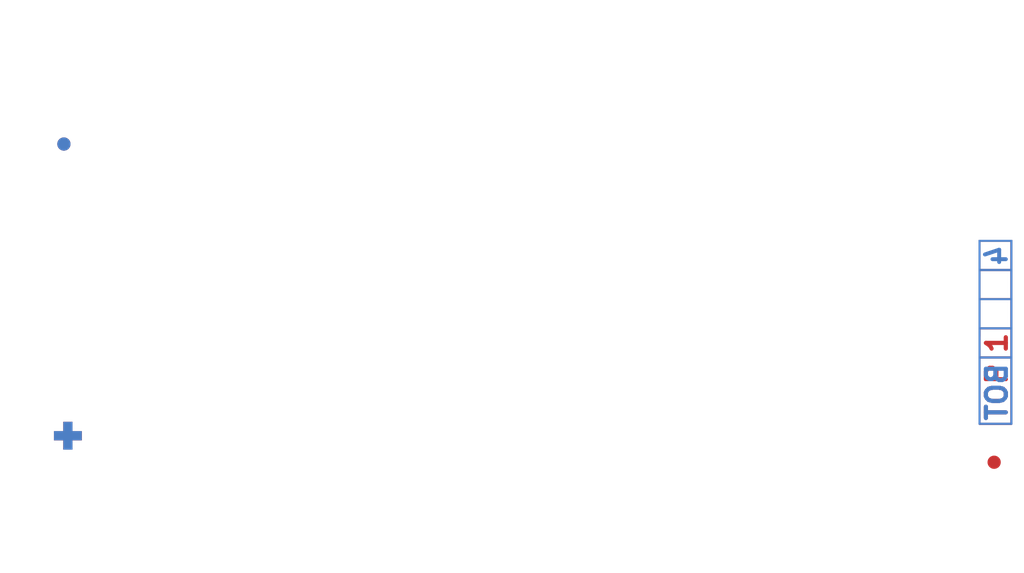
<source format=kicad_pcb>
(kicad_pcb (version 20171130) (host pcbnew "(5.1.4)-1")

  (general
    (thickness 1)
    (drawings 383)
    (tracks 107)
    (zones 0)
    (modules 159)
    (nets 1)
  )

  (page A4)
  (layers
    (0 F.Cu signal)
    (1 In1.Cu_Gnd signal)
    (2 In2.Cu_3V3 signal)
    (31 B.Cu signal)
    (32 B.Adhes user)
    (33 F.Adhes user)
    (34 B.Paste user)
    (35 F.Paste user)
    (36 B.SilkS user hide)
    (37 F.SilkS user)
    (38 B.Mask user)
    (39 F.Mask user)
    (40 Dwgs.User user)
    (41 Cmts.User user hide)
    (42 Eco1.User user)
    (43 Eco2.User user)
    (44 Edge.Cuts user)
    (45 Margin user)
    (46 B.CrtYd user hide)
    (47 F.CrtYd user hide)
    (48 B.Fab user hide)
    (49 F.Fab user hide)
  )

  (setup
    (last_trace_width 0.1)
    (user_trace_width 0.15)
    (user_trace_width 0.2)
    (user_trace_width 0.25)
    (user_trace_width 0.3)
    (user_trace_width 0.35)
    (user_trace_width 0.4)
    (trace_clearance 0.1)
    (zone_clearance 0.1)
    (zone_45_only no)
    (trace_min 0.1)
    (via_size 0.4)
    (via_drill 0.2)
    (via_min_size 0.4)
    (via_min_drill 0.2)
    (uvia_size 0.3)
    (uvia_drill 0.1)
    (uvias_allowed no)
    (uvia_min_size 0.2)
    (uvia_min_drill 0.1)
    (edge_width 0.05)
    (segment_width 0.2)
    (pcb_text_width 0.3)
    (pcb_text_size 1.5 1.5)
    (mod_edge_width 0.12)
    (mod_text_size 1 1)
    (mod_text_width 0.15)
    (pad_size 0.3 0.3)
    (pad_drill 0)
    (pad_to_mask_clearance 0.05)
    (solder_mask_min_width 0.1)
    (aux_axis_origin 110 90)
    (grid_origin 110 90)
    (visible_elements 7FFFFF7F)
    (pcbplotparams
      (layerselection 0x010cc_ffffffff)
      (usegerberextensions false)
      (usegerberattributes false)
      (usegerberadvancedattributes false)
      (creategerberjobfile false)
      (excludeedgelayer true)
      (linewidth 0.250000)
      (plotframeref false)
      (viasonmask false)
      (mode 1)
      (useauxorigin false)
      (hpglpennumber 1)
      (hpglpenspeed 20)
      (hpglpendiameter 15.000000)
      (psnegative false)
      (psa4output false)
      (plotreference true)
      (plotvalue true)
      (plotinvisibletext false)
      (padsonsilk false)
      (subtractmaskfromsilk false)
      (outputformat 1)
      (mirror false)
      (drillshape 0)
      (scaleselection 1)
      (outputdirectory "gerber_files/"))
  )

  (net 0 "")

  (net_class Default "Dies ist die voreingestellte Netzklasse."
    (clearance 0.1)
    (trace_width 0.1)
    (via_dia 0.4)
    (via_drill 0.2)
    (uvia_dia 0.3)
    (uvia_drill 0.1)
  )

  (module Mounting_Holes:MountingHole_2.2mm_M2_DIN965 (layer B.Cu) (tedit 57C9C98D) (tstamp 604E3AA0)
    (at 126.3 87.7)
    (descr "Mounting Hole 2.2mm, no annular, M2, DIN965")
    (tags "mounting hole 2.2mm no annular m2 din965")
    (fp_text reference "" (at 0 2.9 180) (layer B.SilkS)
      (effects (font (size 1 1) (thickness 0.15)) (justify mirror))
    )
    (fp_text value "" (at 0 -2.9 180) (layer B.Fab)
      (effects (font (size 1 1) (thickness 0.15)) (justify mirror))
    )
    (pad "" np_thru_hole circle (at 0 0) (size 3.2 3.2) (drill 3.2) (layers *.Cu *.Mask)
      (clearance 0.3))
  )

  (module Mounting_Holes:MountingHole_2.2mm_M2_DIN965 (layer F.Cu) (tedit 57C9C98D) (tstamp 604E3A9C)
    (at 168.2 87.7 180)
    (descr "Mounting Hole 2.2mm, no annular, M2, DIN965")
    (tags "mounting hole 2.2mm no annular m2 din965")
    (fp_text reference "" (at 0 -2.9) (layer F.SilkS)
      (effects (font (size 1 1) (thickness 0.15)))
    )
    (fp_text value "" (at 0 2.9) (layer F.Fab)
      (effects (font (size 1 1) (thickness 0.15)))
    )
    (pad "" np_thru_hole circle (at 0 0 180) (size 3.2 3.2) (drill 3.2) (layers *.Cu *.Mask)
      (clearance 0.3))
  )

  (module Mounting_Holes:MountingHole_2.2mm_M2_DIN965 (layer B.Cu) (tedit 57C9C98D) (tstamp 604E3A50)
    (at 168.2 50.8 180)
    (descr "Mounting Hole 2.2mm, no annular, M2, DIN965")
    (tags "mounting hole 2.2mm no annular m2 din965")
    (fp_text reference "" (at 0 2.9 180) (layer B.SilkS)
      (effects (font (size 1 1) (thickness 0.15)) (justify mirror))
    )
    (fp_text value "" (at 0 -2.9 180) (layer B.Fab)
      (effects (font (size 1 1) (thickness 0.15)) (justify mirror))
    )
    (pad "" np_thru_hole circle (at 0 0 180) (size 3.2 3.2) (drill 3.2) (layers *.Cu *.Mask)
      (clearance 0.3))
  )

  (module Mounting_Holes:MountingHole_2.2mm_M2_DIN965 (layer F.Cu) (tedit 57C9C98D) (tstamp 604E2630)
    (at 126.3 50.8)
    (descr "Mounting Hole 2.2mm, no annular, M2, DIN965")
    (tags "mounting hole 2.2mm no annular m2 din965")
    (fp_text reference "" (at 0 -2.9) (layer F.SilkS)
      (effects (font (size 1 1) (thickness 0.15)))
    )
    (fp_text value "" (at 0 2.9) (layer F.Fab)
      (effects (font (size 1 1) (thickness 0.15)))
    )
    (pad "" np_thru_hole circle (at 0 0) (size 3.2 3.2) (drill 3.2) (layers *.Cu *.Mask)
      (clearance 0.3))
  )

  (module Fiducials:Fiducial_1mm_Dia_2.54mm_Outer_CopperTop (layer F.Cu) (tedit 5DF27238) (tstamp 604E2596)
    (at 112.5 80.500001 270)
    (descr "Circular Fiducial, 1mm bare copper top; 2.54mm keepout")
    (tags marker)
    (attr virtual)
    (fp_text reference "" (at 3.4 0.7 90) (layer F.SilkS)
      (effects (font (size 1 1) (thickness 0.15)))
    )
    (fp_text value "" (at 0 -1.8 90) (layer F.Fab)
      (effects (font (size 1 1) (thickness 0.15)))
    )
    (fp_circle (center 0 0) (end 1.55 0) (layer F.CrtYd) (width 0.05))
    (pad ~ smd rect (at 0 0 270) (size 2.1 0.7) (layers F.Cu)
      (solder_mask_margin 0.77) (clearance 2))
    (pad ~ smd rect (at 0 0) (size 2.1 0.7) (layers F.Cu)
      (solder_mask_margin 0.77) (clearance 2))
    (pad ~ smd rect (at 0 0 270) (size 0.5 0.5) (layers F.Cu F.Mask)
      (solder_mask_margin 1.1) (clearance 2))
  )

  (module Fiducials:Fiducial_1mm_Dia_2.54mm_Outer_CopperTop (layer B.Cu) (tedit 5DF27238) (tstamp 604E258F)
    (at 112.5 80.500002 270)
    (descr "Circular Fiducial, 1mm bare copper top; 2.54mm keepout")
    (tags marker)
    (attr virtual)
    (fp_text reference "" (at 3.4 -0.7 90) (layer B.SilkS)
      (effects (font (size 1 1) (thickness 0.15)) (justify mirror))
    )
    (fp_text value "" (at 0 1.8 90) (layer B.Fab)
      (effects (font (size 1 1) (thickness 0.15)) (justify mirror))
    )
    (fp_circle (center 0 0) (end 1.55 0) (layer B.CrtYd) (width 0.05))
    (pad ~ smd rect (at 0 0 270) (size 0.5 0.5) (layers B.Cu B.Mask)
      (solder_mask_margin 1.1) (clearance 2))
    (pad ~ smd rect (at 0 0 180) (size 2.1 0.7) (layers B.Cu)
      (solder_mask_margin 0.77) (clearance 2))
    (pad ~ smd rect (at 0 0 270) (size 2.1 0.7) (layers B.Cu)
      (solder_mask_margin 0.77) (clearance 2))
  )

  (module Fiducials:Fiducial_1mm_Dia_2.54mm_Outer_CopperTop (layer B.Cu) (tedit 57C9C696) (tstamp 604E258A)
    (at 112.200003 58.500002)
    (descr "Circular Fiducial, 1mm bare copper top; 2.54mm keepout")
    (tags marker)
    (attr virtual)
    (fp_text reference "" (at 3.4 -0.7 180) (layer B.SilkS)
      (effects (font (size 1 1) (thickness 0.15)) (justify mirror))
    )
    (fp_text value "" (at 0 1.8 180) (layer B.Fab)
      (effects (font (size 1 1) (thickness 0.15)) (justify mirror))
    )
    (fp_circle (center 0 0) (end 1.55 0) (layer B.CrtYd) (width 0.05))
    (pad ~ smd circle (at 0 0) (size 1 1) (layers B.Cu B.Mask)
      (solder_mask_margin 0.77) (clearance 2))
  )

  (module Fiducials:Fiducial_1mm_Dia_2.54mm_Outer_CopperTop (layer F.Cu) (tedit 57C9C696) (tstamp 604E2585)
    (at 112.200003 58.500002)
    (descr "Circular Fiducial, 1mm bare copper top; 2.54mm keepout")
    (tags marker)
    (attr virtual)
    (fp_text reference "" (at 3.4 0.7 180) (layer F.SilkS)
      (effects (font (size 1 1) (thickness 0.15)))
    )
    (fp_text value "" (at 0 -1.8 180) (layer F.Fab)
      (effects (font (size 1 1) (thickness 0.15)))
    )
    (fp_circle (center 0 0) (end 1.55 0) (layer F.CrtYd) (width 0.05))
    (pad ~ smd circle (at 0 0) (size 1 1) (layers F.Cu F.Mask)
      (solder_mask_margin 0.77) (clearance 2))
  )

  (module Fiducials:Fiducial_1mm_Dia_2.54mm_Outer_CopperTop (layer F.Cu) (tedit 57C9C696) (tstamp 604E255E)
    (at 182.3 82.5 180)
    (descr "Circular Fiducial, 1mm bare copper top; 2.54mm keepout")
    (tags marker)
    (attr virtual)
    (fp_text reference "" (at 3.4 0.7) (layer F.SilkS)
      (effects (font (size 1 1) (thickness 0.15)))
    )
    (fp_text value "" (at 0 -1.8) (layer F.Fab)
      (effects (font (size 1 1) (thickness 0.15)))
    )
    (fp_circle (center 0 0) (end 1.55 0) (layer F.CrtYd) (width 0.05))
    (pad ~ smd circle (at 0 0 180) (size 1 1) (layers F.Cu F.Mask)
      (solder_mask_margin 0.77) (clearance 2))
  )

  (module Mounting_Holes:MountingHole_2.2mm_M2 (layer F.Cu) (tedit 5FF60EF9) (tstamp 604E344B)
    (at 175.430003 84.61 180)
    (descr "Mounting Hole 2.2mm, no annular, M2")
    (tags "mounting hole 2.2mm no annular m2")
    (fp_text reference REF** (at 0 -3.2 180) (layer F.Fab) hide
      (effects (font (size 0.5 0.5) (thickness 0.07)))
    )
    (fp_text value MountingHole_2.2mm_M2 (at -1.25 -1.35 180) (layer F.Fab) hide
      (effects (font (size 0.5 0.5) (thickness 0.07)))
    )
    (pad "" np_thru_hole circle (at 0 0 180) (size 0.6 0.6) (drill 0.6) (layers *.Cu *.Mask)
      (solder_mask_margin 0.000001))
  )

  (module Mounting_Holes:MountingHole_2.2mm_M2 (layer F.Cu) (tedit 5FF60EF9) (tstamp 604E3443)
    (at 161.930003 84.61 180)
    (descr "Mounting Hole 2.2mm, no annular, M2")
    (tags "mounting hole 2.2mm no annular m2")
    (fp_text reference REF** (at 0 -3.2 180) (layer F.Fab) hide
      (effects (font (size 0.5 0.5) (thickness 0.07)))
    )
    (fp_text value MountingHole_2.2mm_M2 (at -1.25 -1.35 180) (layer F.Fab) hide
      (effects (font (size 0.5 0.5) (thickness 0.07)))
    )
    (pad "" np_thru_hole circle (at 0 0 180) (size 0.6 0.6) (drill 0.6) (layers *.Cu *.Mask)
      (solder_mask_margin 0.000001))
  )

  (module Mounting_Holes:MountingHole_2.2mm_M2 (layer F.Cu) (tedit 5FF60EF9) (tstamp 604E343B)
    (at 148.430003 84.61 180)
    (descr "Mounting Hole 2.2mm, no annular, M2")
    (tags "mounting hole 2.2mm no annular m2")
    (fp_text reference REF** (at 0 -3.2 180) (layer F.Fab) hide
      (effects (font (size 0.5 0.5) (thickness 0.07)))
    )
    (fp_text value MountingHole_2.2mm_M2 (at -1.25 -1.35 180) (layer F.Fab) hide
      (effects (font (size 0.5 0.5) (thickness 0.07)))
    )
    (pad "" np_thru_hole circle (at 0 0 180) (size 0.6 0.6) (drill 0.6) (layers *.Cu *.Mask)
      (solder_mask_margin 0.000001))
  )

  (module Mounting_Holes:MountingHole_2.2mm_M2 (layer F.Cu) (tedit 5FF60EF9) (tstamp 604E3433)
    (at 134.930003 84.61 180)
    (descr "Mounting Hole 2.2mm, no annular, M2")
    (tags "mounting hole 2.2mm no annular m2")
    (fp_text reference REF** (at 0 -3.2 180) (layer F.Fab) hide
      (effects (font (size 0.5 0.5) (thickness 0.07)))
    )
    (fp_text value MountingHole_2.2mm_M2 (at -1.25 -1.35 180) (layer F.Fab) hide
      (effects (font (size 0.5 0.5) (thickness 0.07)))
    )
    (pad "" np_thru_hole circle (at 0 0 180) (size 0.6 0.6) (drill 0.6) (layers *.Cu *.Mask)
      (solder_mask_margin 0.000001))
  )

  (module Mounting_Holes:MountingHole_2.2mm_M2 (layer F.Cu) (tedit 5FF60EF9) (tstamp 604E342B)
    (at 121.430003 84.61 180)
    (descr "Mounting Hole 2.2mm, no annular, M2")
    (tags "mounting hole 2.2mm no annular m2")
    (fp_text reference REF** (at 0 -3.2 180) (layer F.Fab) hide
      (effects (font (size 0.5 0.5) (thickness 0.07)))
    )
    (fp_text value MountingHole_2.2mm_M2 (at -1.25 -1.35 180) (layer F.Fab) hide
      (effects (font (size 0.5 0.5) (thickness 0.07)))
    )
    (pad "" np_thru_hole circle (at 0 0 180) (size 0.6 0.6) (drill 0.6) (layers *.Cu *.Mask)
      (solder_mask_margin 0.000001))
  )

  (module Mounting_Holes:MountingHole_2.2mm_M2 (layer F.Cu) (tedit 5FF60EF9) (tstamp 604E3423)
    (at 175.430003 73.11 180)
    (descr "Mounting Hole 2.2mm, no annular, M2")
    (tags "mounting hole 2.2mm no annular m2")
    (fp_text reference REF** (at 0 -3.2 180) (layer F.Fab) hide
      (effects (font (size 0.5 0.5) (thickness 0.07)))
    )
    (fp_text value MountingHole_2.2mm_M2 (at -1.25 -1.35 180) (layer F.Fab) hide
      (effects (font (size 0.5 0.5) (thickness 0.07)))
    )
    (pad "" np_thru_hole circle (at 0 0 180) (size 0.6 0.6) (drill 0.6) (layers *.Cu *.Mask)
      (solder_mask_margin 0.000001))
  )

  (module Mounting_Holes:MountingHole_2.2mm_M2 (layer F.Cu) (tedit 5FF60EF9) (tstamp 604E341B)
    (at 161.930003 73.11 180)
    (descr "Mounting Hole 2.2mm, no annular, M2")
    (tags "mounting hole 2.2mm no annular m2")
    (fp_text reference REF** (at 0 -3.2 180) (layer F.Fab) hide
      (effects (font (size 0.5 0.5) (thickness 0.07)))
    )
    (fp_text value MountingHole_2.2mm_M2 (at -1.25 -1.35 180) (layer F.Fab) hide
      (effects (font (size 0.5 0.5) (thickness 0.07)))
    )
    (pad "" np_thru_hole circle (at 0 0 180) (size 0.6 0.6) (drill 0.6) (layers *.Cu *.Mask)
      (solder_mask_margin 0.000001))
  )

  (module Mounting_Holes:MountingHole_2.2mm_M2 (layer F.Cu) (tedit 5FF60EF9) (tstamp 604E3413)
    (at 148.430003 73.11 180)
    (descr "Mounting Hole 2.2mm, no annular, M2")
    (tags "mounting hole 2.2mm no annular m2")
    (fp_text reference REF** (at 0 -3.2 180) (layer F.Fab) hide
      (effects (font (size 0.5 0.5) (thickness 0.07)))
    )
    (fp_text value MountingHole_2.2mm_M2 (at -1.25 -1.35 180) (layer F.Fab) hide
      (effects (font (size 0.5 0.5) (thickness 0.07)))
    )
    (pad "" np_thru_hole circle (at 0 0 180) (size 0.6 0.6) (drill 0.6) (layers *.Cu *.Mask)
      (solder_mask_margin 0.000001))
  )

  (module Mounting_Holes:MountingHole_2.2mm_M2 (layer F.Cu) (tedit 5FF60EF9) (tstamp 604E340B)
    (at 134.930003 73.11 180)
    (descr "Mounting Hole 2.2mm, no annular, M2")
    (tags "mounting hole 2.2mm no annular m2")
    (fp_text reference REF** (at 0 -3.2 180) (layer F.Fab) hide
      (effects (font (size 0.5 0.5) (thickness 0.07)))
    )
    (fp_text value MountingHole_2.2mm_M2 (at -1.25 -1.35 180) (layer F.Fab) hide
      (effects (font (size 0.5 0.5) (thickness 0.07)))
    )
    (pad "" np_thru_hole circle (at 0 0 180) (size 0.6 0.6) (drill 0.6) (layers *.Cu *.Mask)
      (solder_mask_margin 0.000001))
  )

  (module Mounting_Holes:MountingHole_2.2mm_M2 (layer F.Cu) (tedit 5FF60EF9) (tstamp 604E3403)
    (at 121.430003 73.11 180)
    (descr "Mounting Hole 2.2mm, no annular, M2")
    (tags "mounting hole 2.2mm no annular m2")
    (fp_text reference REF** (at 0 -3.2 180) (layer F.Fab) hide
      (effects (font (size 0.5 0.5) (thickness 0.07)))
    )
    (fp_text value MountingHole_2.2mm_M2 (at -1.25 -1.35 180) (layer F.Fab) hide
      (effects (font (size 0.5 0.5) (thickness 0.07)))
    )
    (pad "" np_thru_hole circle (at 0 0 180) (size 0.6 0.6) (drill 0.6) (layers *.Cu *.Mask)
      (solder_mask_margin 0.000001))
  )

  (module Mounting_Holes:MountingHole_2.2mm_M2 (layer F.Cu) (tedit 5FF60EF9) (tstamp 604E33FB)
    (at 175.430003 61.61 180)
    (descr "Mounting Hole 2.2mm, no annular, M2")
    (tags "mounting hole 2.2mm no annular m2")
    (fp_text reference REF** (at 0 -3.2 180) (layer F.Fab) hide
      (effects (font (size 0.5 0.5) (thickness 0.07)))
    )
    (fp_text value MountingHole_2.2mm_M2 (at -1.25 -1.35 180) (layer F.Fab) hide
      (effects (font (size 0.5 0.5) (thickness 0.07)))
    )
    (pad "" np_thru_hole circle (at 0 0 180) (size 0.6 0.6) (drill 0.6) (layers *.Cu *.Mask)
      (solder_mask_margin 0.000001))
  )

  (module Mounting_Holes:MountingHole_2.2mm_M2 (layer F.Cu) (tedit 5FF60EF9) (tstamp 604E33F3)
    (at 161.930003 61.61 180)
    (descr "Mounting Hole 2.2mm, no annular, M2")
    (tags "mounting hole 2.2mm no annular m2")
    (fp_text reference REF** (at 0 -3.2 180) (layer F.Fab) hide
      (effects (font (size 0.5 0.5) (thickness 0.07)))
    )
    (fp_text value MountingHole_2.2mm_M2 (at -1.25 -1.35 180) (layer F.Fab) hide
      (effects (font (size 0.5 0.5) (thickness 0.07)))
    )
    (pad "" np_thru_hole circle (at 0 0 180) (size 0.6 0.6) (drill 0.6) (layers *.Cu *.Mask)
      (solder_mask_margin 0.000001))
  )

  (module Mounting_Holes:MountingHole_2.2mm_M2 (layer F.Cu) (tedit 5FF60EF9) (tstamp 604E33EB)
    (at 148.430003 61.61 180)
    (descr "Mounting Hole 2.2mm, no annular, M2")
    (tags "mounting hole 2.2mm no annular m2")
    (fp_text reference REF** (at 0 -3.2 180) (layer F.Fab) hide
      (effects (font (size 0.5 0.5) (thickness 0.07)))
    )
    (fp_text value MountingHole_2.2mm_M2 (at -1.25 -1.35 180) (layer F.Fab) hide
      (effects (font (size 0.5 0.5) (thickness 0.07)))
    )
    (pad "" np_thru_hole circle (at 0 0 180) (size 0.6 0.6) (drill 0.6) (layers *.Cu *.Mask)
      (solder_mask_margin 0.000001))
  )

  (module Mounting_Holes:MountingHole_2.2mm_M2 (layer F.Cu) (tedit 5FF60EF9) (tstamp 604E33E3)
    (at 134.930003 61.61 180)
    (descr "Mounting Hole 2.2mm, no annular, M2")
    (tags "mounting hole 2.2mm no annular m2")
    (fp_text reference REF** (at 0 -3.2 180) (layer F.Fab) hide
      (effects (font (size 0.5 0.5) (thickness 0.07)))
    )
    (fp_text value MountingHole_2.2mm_M2 (at -1.25 -1.35 180) (layer F.Fab) hide
      (effects (font (size 0.5 0.5) (thickness 0.07)))
    )
    (pad "" np_thru_hole circle (at 0 0 180) (size 0.6 0.6) (drill 0.6) (layers *.Cu *.Mask)
      (solder_mask_margin 0.000001))
  )

  (module Mounting_Holes:MountingHole_2.2mm_M2 (layer F.Cu) (tedit 5F3A9E3F) (tstamp 604E33D7)
    (at 175.019998 76.99 180)
    (descr "Mounting Hole 2.2mm, no annular, M2")
    (tags "mounting hole 2.2mm no annular m2")
    (fp_text reference REF** (at 0 -3.2 180) (layer F.Fab) hide
      (effects (font (size 0.5 0.5) (thickness 0.07)))
    )
    (fp_text value MountingHole_2.2mm_M2 (at -1.6 -2.25 180) (layer F.Fab) hide
      (effects (font (size 0.5 0.5) (thickness 0.07)))
    )
    (pad "" np_thru_hole circle (at 0 0 180) (size 0.3 0.3) (drill 0.3) (layers *.Cu *.Mask)
      (solder_mask_margin 0.000001))
  )

  (module Mounting_Holes:MountingHole_2.2mm_M2 (layer F.Cu) (tedit 5F3A9E3F) (tstamp 604E33CF)
    (at 161.519998 76.99 180)
    (descr "Mounting Hole 2.2mm, no annular, M2")
    (tags "mounting hole 2.2mm no annular m2")
    (fp_text reference REF** (at 0 -3.2 180) (layer F.Fab) hide
      (effects (font (size 0.5 0.5) (thickness 0.07)))
    )
    (fp_text value MountingHole_2.2mm_M2 (at -1.6 -2.25 180) (layer F.Fab) hide
      (effects (font (size 0.5 0.5) (thickness 0.07)))
    )
    (pad "" np_thru_hole circle (at 0 0 180) (size 0.3 0.3) (drill 0.3) (layers *.Cu *.Mask)
      (solder_mask_margin 0.000001))
  )

  (module Mounting_Holes:MountingHole_2.2mm_M2 (layer F.Cu) (tedit 5F3A9E3F) (tstamp 604E33C7)
    (at 148.019998 76.99 180)
    (descr "Mounting Hole 2.2mm, no annular, M2")
    (tags "mounting hole 2.2mm no annular m2")
    (fp_text reference REF** (at 0 -3.2 180) (layer F.Fab) hide
      (effects (font (size 0.5 0.5) (thickness 0.07)))
    )
    (fp_text value MountingHole_2.2mm_M2 (at -1.6 -2.25 180) (layer F.Fab) hide
      (effects (font (size 0.5 0.5) (thickness 0.07)))
    )
    (pad "" np_thru_hole circle (at 0 0 180) (size 0.3 0.3) (drill 0.3) (layers *.Cu *.Mask)
      (solder_mask_margin 0.000001))
  )

  (module Mounting_Holes:MountingHole_2.2mm_M2 (layer F.Cu) (tedit 5F3A9E3F) (tstamp 604E33BF)
    (at 134.519998 76.99 180)
    (descr "Mounting Hole 2.2mm, no annular, M2")
    (tags "mounting hole 2.2mm no annular m2")
    (fp_text reference REF** (at 0 -3.2 180) (layer F.Fab) hide
      (effects (font (size 0.5 0.5) (thickness 0.07)))
    )
    (fp_text value MountingHole_2.2mm_M2 (at -1.6 -2.25 180) (layer F.Fab) hide
      (effects (font (size 0.5 0.5) (thickness 0.07)))
    )
    (pad "" np_thru_hole circle (at 0 0 180) (size 0.3 0.3) (drill 0.3) (layers *.Cu *.Mask)
      (solder_mask_margin 0.000001))
  )

  (module Mounting_Holes:MountingHole_2.2mm_M2 (layer F.Cu) (tedit 5F3A9E3F) (tstamp 604E33B7)
    (at 121.019998 76.99 180)
    (descr "Mounting Hole 2.2mm, no annular, M2")
    (tags "mounting hole 2.2mm no annular m2")
    (fp_text reference REF** (at 0 -3.2 180) (layer F.Fab) hide
      (effects (font (size 0.5 0.5) (thickness 0.07)))
    )
    (fp_text value MountingHole_2.2mm_M2 (at -1.6 -2.25 180) (layer F.Fab) hide
      (effects (font (size 0.5 0.5) (thickness 0.07)))
    )
    (pad "" np_thru_hole circle (at 0 0 180) (size 0.3 0.3) (drill 0.3) (layers *.Cu *.Mask)
      (solder_mask_margin 0.000001))
  )

  (module Mounting_Holes:MountingHole_2.2mm_M2 (layer F.Cu) (tedit 5F3A9E3F) (tstamp 604E33AF)
    (at 175.019998 65.49 180)
    (descr "Mounting Hole 2.2mm, no annular, M2")
    (tags "mounting hole 2.2mm no annular m2")
    (fp_text reference REF** (at 0 -3.2 180) (layer F.Fab) hide
      (effects (font (size 0.5 0.5) (thickness 0.07)))
    )
    (fp_text value MountingHole_2.2mm_M2 (at -1.6 -2.25 180) (layer F.Fab) hide
      (effects (font (size 0.5 0.5) (thickness 0.07)))
    )
    (pad "" np_thru_hole circle (at 0 0 180) (size 0.3 0.3) (drill 0.3) (layers *.Cu *.Mask)
      (solder_mask_margin 0.000001))
  )

  (module Mounting_Holes:MountingHole_2.2mm_M2 (layer F.Cu) (tedit 5F3A9E3F) (tstamp 604E33A7)
    (at 161.519998 65.49 180)
    (descr "Mounting Hole 2.2mm, no annular, M2")
    (tags "mounting hole 2.2mm no annular m2")
    (fp_text reference REF** (at 0 -3.2 180) (layer F.Fab) hide
      (effects (font (size 0.5 0.5) (thickness 0.07)))
    )
    (fp_text value MountingHole_2.2mm_M2 (at -1.6 -2.25 180) (layer F.Fab) hide
      (effects (font (size 0.5 0.5) (thickness 0.07)))
    )
    (pad "" np_thru_hole circle (at 0 0 180) (size 0.3 0.3) (drill 0.3) (layers *.Cu *.Mask)
      (solder_mask_margin 0.000001))
  )

  (module Mounting_Holes:MountingHole_2.2mm_M2 (layer F.Cu) (tedit 5F3A9E3F) (tstamp 604E339F)
    (at 148.019998 65.49 180)
    (descr "Mounting Hole 2.2mm, no annular, M2")
    (tags "mounting hole 2.2mm no annular m2")
    (fp_text reference REF** (at 0 -3.2 180) (layer F.Fab) hide
      (effects (font (size 0.5 0.5) (thickness 0.07)))
    )
    (fp_text value MountingHole_2.2mm_M2 (at -1.6 -2.25 180) (layer F.Fab) hide
      (effects (font (size 0.5 0.5) (thickness 0.07)))
    )
    (pad "" np_thru_hole circle (at 0 0 180) (size 0.3 0.3) (drill 0.3) (layers *.Cu *.Mask)
      (solder_mask_margin 0.000001))
  )

  (module Mounting_Holes:MountingHole_2.2mm_M2 (layer F.Cu) (tedit 5F3A9E3F) (tstamp 604E3397)
    (at 134.519998 65.49 180)
    (descr "Mounting Hole 2.2mm, no annular, M2")
    (tags "mounting hole 2.2mm no annular m2")
    (fp_text reference REF** (at 0 -3.2 180) (layer F.Fab) hide
      (effects (font (size 0.5 0.5) (thickness 0.07)))
    )
    (fp_text value MountingHole_2.2mm_M2 (at -1.6 -2.25 180) (layer F.Fab) hide
      (effects (font (size 0.5 0.5) (thickness 0.07)))
    )
    (pad "" np_thru_hole circle (at 0 0 180) (size 0.3 0.3) (drill 0.3) (layers *.Cu *.Mask)
      (solder_mask_margin 0.000001))
  )

  (module Mounting_Holes:MountingHole_2.2mm_M2 (layer F.Cu) (tedit 5F3A9E3F) (tstamp 604E338F)
    (at 121.019998 65.49 180)
    (descr "Mounting Hole 2.2mm, no annular, M2")
    (tags "mounting hole 2.2mm no annular m2")
    (fp_text reference REF** (at 0 -3.2 180) (layer F.Fab) hide
      (effects (font (size 0.5 0.5) (thickness 0.07)))
    )
    (fp_text value MountingHole_2.2mm_M2 (at -1.6 -2.25 180) (layer F.Fab) hide
      (effects (font (size 0.5 0.5) (thickness 0.07)))
    )
    (pad "" np_thru_hole circle (at 0 0 180) (size 0.3 0.3) (drill 0.3) (layers *.Cu *.Mask)
      (solder_mask_margin 0.000001))
  )

  (module Mounting_Holes:MountingHole_2.2mm_M2 (layer F.Cu) (tedit 5F3A9E3F) (tstamp 604E3387)
    (at 175.019998 53.99 180)
    (descr "Mounting Hole 2.2mm, no annular, M2")
    (tags "mounting hole 2.2mm no annular m2")
    (fp_text reference REF** (at 0 -3.2 180) (layer F.Fab) hide
      (effects (font (size 0.5 0.5) (thickness 0.07)))
    )
    (fp_text value MountingHole_2.2mm_M2 (at -1.6 -2.25 180) (layer F.Fab) hide
      (effects (font (size 0.5 0.5) (thickness 0.07)))
    )
    (pad "" np_thru_hole circle (at 0 0 180) (size 0.3 0.3) (drill 0.3) (layers *.Cu *.Mask)
      (solder_mask_margin 0.000001))
  )

  (module Mounting_Holes:MountingHole_2.2mm_M2 (layer F.Cu) (tedit 5F3A9E3F) (tstamp 604E337F)
    (at 161.519998 53.99 180)
    (descr "Mounting Hole 2.2mm, no annular, M2")
    (tags "mounting hole 2.2mm no annular m2")
    (fp_text reference REF** (at 0 -3.2 180) (layer F.Fab) hide
      (effects (font (size 0.5 0.5) (thickness 0.07)))
    )
    (fp_text value MountingHole_2.2mm_M2 (at -1.6 -2.25 180) (layer F.Fab) hide
      (effects (font (size 0.5 0.5) (thickness 0.07)))
    )
    (pad "" np_thru_hole circle (at 0 0 180) (size 0.3 0.3) (drill 0.3) (layers *.Cu *.Mask)
      (solder_mask_margin 0.000001))
  )

  (module Mounting_Holes:MountingHole_2.2mm_M2 (layer F.Cu) (tedit 5F3A9E3F) (tstamp 604E3377)
    (at 148.019998 53.99 180)
    (descr "Mounting Hole 2.2mm, no annular, M2")
    (tags "mounting hole 2.2mm no annular m2")
    (fp_text reference REF** (at 0 -3.2 180) (layer F.Fab) hide
      (effects (font (size 0.5 0.5) (thickness 0.07)))
    )
    (fp_text value MountingHole_2.2mm_M2 (at -1.6 -2.25 180) (layer F.Fab) hide
      (effects (font (size 0.5 0.5) (thickness 0.07)))
    )
    (pad "" np_thru_hole circle (at 0 0 180) (size 0.3 0.3) (drill 0.3) (layers *.Cu *.Mask)
      (solder_mask_margin 0.000001))
  )

  (module Mounting_Holes:MountingHole_2.2mm_M2 (layer F.Cu) (tedit 5F3A9E3F) (tstamp 604E336F)
    (at 134.519998 53.99 180)
    (descr "Mounting Hole 2.2mm, no annular, M2")
    (tags "mounting hole 2.2mm no annular m2")
    (fp_text reference REF** (at 0 -3.2 180) (layer F.Fab) hide
      (effects (font (size 0.5 0.5) (thickness 0.07)))
    )
    (fp_text value MountingHole_2.2mm_M2 (at -1.6 -2.25 180) (layer F.Fab) hide
      (effects (font (size 0.5 0.5) (thickness 0.07)))
    )
    (pad "" np_thru_hole circle (at 0 0 180) (size 0.3 0.3) (drill 0.3) (layers *.Cu *.Mask)
      (solder_mask_margin 0.000001))
  )

  (module Mounting_Holes:MountingHole_2.2mm_M2 (layer F.Cu) (tedit 5F3A9E44) (tstamp 604E3363)
    (at 174.780004 84.51)
    (descr "Mounting Hole 2.2mm, no annular, M2")
    (tags "mounting hole 2.2mm no annular m2")
    (fp_text reference REF** (at 0 -3.2 180) (layer F.Fab) hide
      (effects (font (size 0.5 0.5) (thickness 0.07)))
    )
    (fp_text value MountingHole_2.2mm_M2 (at -1.6 -2.25 180) (layer F.Fab) hide
      (effects (font (size 0.5 0.5) (thickness 0.07)))
    )
    (pad "" np_thru_hole circle (at 0 0) (size 0.3 0.3) (drill 0.3) (layers *.Cu *.Mask)
      (solder_mask_margin 0.000001))
  )

  (module Mounting_Holes:MountingHole_2.2mm_M2 (layer F.Cu) (tedit 5F3A9E44) (tstamp 604E335B)
    (at 161.280004 84.51)
    (descr "Mounting Hole 2.2mm, no annular, M2")
    (tags "mounting hole 2.2mm no annular m2")
    (fp_text reference REF** (at 0 -3.2 180) (layer F.Fab) hide
      (effects (font (size 0.5 0.5) (thickness 0.07)))
    )
    (fp_text value MountingHole_2.2mm_M2 (at -1.6 -2.25 180) (layer F.Fab) hide
      (effects (font (size 0.5 0.5) (thickness 0.07)))
    )
    (pad "" np_thru_hole circle (at 0 0) (size 0.3 0.3) (drill 0.3) (layers *.Cu *.Mask)
      (solder_mask_margin 0.000001))
  )

  (module Mounting_Holes:MountingHole_2.2mm_M2 (layer F.Cu) (tedit 5F3A9E44) (tstamp 604E3353)
    (at 147.780004 84.51)
    (descr "Mounting Hole 2.2mm, no annular, M2")
    (tags "mounting hole 2.2mm no annular m2")
    (fp_text reference REF** (at 0 -3.2 180) (layer F.Fab) hide
      (effects (font (size 0.5 0.5) (thickness 0.07)))
    )
    (fp_text value MountingHole_2.2mm_M2 (at -1.6 -2.25 180) (layer F.Fab) hide
      (effects (font (size 0.5 0.5) (thickness 0.07)))
    )
    (pad "" np_thru_hole circle (at 0 0) (size 0.3 0.3) (drill 0.3) (layers *.Cu *.Mask)
      (solder_mask_margin 0.000001))
  )

  (module Mounting_Holes:MountingHole_2.2mm_M2 (layer F.Cu) (tedit 5F3A9E44) (tstamp 604E334B)
    (at 134.280004 84.51)
    (descr "Mounting Hole 2.2mm, no annular, M2")
    (tags "mounting hole 2.2mm no annular m2")
    (fp_text reference REF** (at 0 -3.2 180) (layer F.Fab) hide
      (effects (font (size 0.5 0.5) (thickness 0.07)))
    )
    (fp_text value MountingHole_2.2mm_M2 (at -1.6 -2.25 180) (layer F.Fab) hide
      (effects (font (size 0.5 0.5) (thickness 0.07)))
    )
    (pad "" np_thru_hole circle (at 0 0) (size 0.3 0.3) (drill 0.3) (layers *.Cu *.Mask)
      (solder_mask_margin 0.000001))
  )

  (module Mounting_Holes:MountingHole_2.2mm_M2 (layer F.Cu) (tedit 5F3A9E44) (tstamp 604E3343)
    (at 120.780004 84.51)
    (descr "Mounting Hole 2.2mm, no annular, M2")
    (tags "mounting hole 2.2mm no annular m2")
    (fp_text reference REF** (at 0 -3.2 180) (layer F.Fab) hide
      (effects (font (size 0.5 0.5) (thickness 0.07)))
    )
    (fp_text value MountingHole_2.2mm_M2 (at -1.6 -2.25 180) (layer F.Fab) hide
      (effects (font (size 0.5 0.5) (thickness 0.07)))
    )
    (pad "" np_thru_hole circle (at 0 0) (size 0.3 0.3) (drill 0.3) (layers *.Cu *.Mask)
      (solder_mask_margin 0.000001))
  )

  (module Mounting_Holes:MountingHole_2.2mm_M2 (layer F.Cu) (tedit 5F3A9E44) (tstamp 604E333B)
    (at 174.780004 73.01)
    (descr "Mounting Hole 2.2mm, no annular, M2")
    (tags "mounting hole 2.2mm no annular m2")
    (fp_text reference REF** (at 0 -3.2 180) (layer F.Fab) hide
      (effects (font (size 0.5 0.5) (thickness 0.07)))
    )
    (fp_text value MountingHole_2.2mm_M2 (at -1.6 -2.25 180) (layer F.Fab) hide
      (effects (font (size 0.5 0.5) (thickness 0.07)))
    )
    (pad "" np_thru_hole circle (at 0 0) (size 0.3 0.3) (drill 0.3) (layers *.Cu *.Mask)
      (solder_mask_margin 0.000001))
  )

  (module Mounting_Holes:MountingHole_2.2mm_M2 (layer F.Cu) (tedit 5F3A9E44) (tstamp 604E3333)
    (at 161.280004 73.01)
    (descr "Mounting Hole 2.2mm, no annular, M2")
    (tags "mounting hole 2.2mm no annular m2")
    (fp_text reference REF** (at 0 -3.2 180) (layer F.Fab) hide
      (effects (font (size 0.5 0.5) (thickness 0.07)))
    )
    (fp_text value MountingHole_2.2mm_M2 (at -1.6 -2.25 180) (layer F.Fab) hide
      (effects (font (size 0.5 0.5) (thickness 0.07)))
    )
    (pad "" np_thru_hole circle (at 0 0) (size 0.3 0.3) (drill 0.3) (layers *.Cu *.Mask)
      (solder_mask_margin 0.000001))
  )

  (module Mounting_Holes:MountingHole_2.2mm_M2 (layer F.Cu) (tedit 5F3A9E44) (tstamp 604E332B)
    (at 147.780004 73.01)
    (descr "Mounting Hole 2.2mm, no annular, M2")
    (tags "mounting hole 2.2mm no annular m2")
    (fp_text reference REF** (at 0 -3.2 180) (layer F.Fab) hide
      (effects (font (size 0.5 0.5) (thickness 0.07)))
    )
    (fp_text value MountingHole_2.2mm_M2 (at -1.6 -2.25 180) (layer F.Fab) hide
      (effects (font (size 0.5 0.5) (thickness 0.07)))
    )
    (pad "" np_thru_hole circle (at 0 0) (size 0.3 0.3) (drill 0.3) (layers *.Cu *.Mask)
      (solder_mask_margin 0.000001))
  )

  (module Mounting_Holes:MountingHole_2.2mm_M2 (layer F.Cu) (tedit 5F3A9E44) (tstamp 604E3323)
    (at 134.280004 73.01)
    (descr "Mounting Hole 2.2mm, no annular, M2")
    (tags "mounting hole 2.2mm no annular m2")
    (fp_text reference REF** (at 0 -3.2 180) (layer F.Fab) hide
      (effects (font (size 0.5 0.5) (thickness 0.07)))
    )
    (fp_text value MountingHole_2.2mm_M2 (at -1.6 -2.25 180) (layer F.Fab) hide
      (effects (font (size 0.5 0.5) (thickness 0.07)))
    )
    (pad "" np_thru_hole circle (at 0 0) (size 0.3 0.3) (drill 0.3) (layers *.Cu *.Mask)
      (solder_mask_margin 0.000001))
  )

  (module Mounting_Holes:MountingHole_2.2mm_M2 (layer F.Cu) (tedit 5F3A9E44) (tstamp 604E331B)
    (at 120.780004 73.01)
    (descr "Mounting Hole 2.2mm, no annular, M2")
    (tags "mounting hole 2.2mm no annular m2")
    (fp_text reference REF** (at 0 -3.2 180) (layer F.Fab) hide
      (effects (font (size 0.5 0.5) (thickness 0.07)))
    )
    (fp_text value MountingHole_2.2mm_M2 (at -1.6 -2.25 180) (layer F.Fab) hide
      (effects (font (size 0.5 0.5) (thickness 0.07)))
    )
    (pad "" np_thru_hole circle (at 0 0) (size 0.3 0.3) (drill 0.3) (layers *.Cu *.Mask)
      (solder_mask_margin 0.000001))
  )

  (module Mounting_Holes:MountingHole_2.2mm_M2 (layer F.Cu) (tedit 5F3A9E44) (tstamp 604E3313)
    (at 174.780004 61.51)
    (descr "Mounting Hole 2.2mm, no annular, M2")
    (tags "mounting hole 2.2mm no annular m2")
    (fp_text reference REF** (at 0 -3.2 180) (layer F.Fab) hide
      (effects (font (size 0.5 0.5) (thickness 0.07)))
    )
    (fp_text value MountingHole_2.2mm_M2 (at -1.6 -2.25 180) (layer F.Fab) hide
      (effects (font (size 0.5 0.5) (thickness 0.07)))
    )
    (pad "" np_thru_hole circle (at 0 0) (size 0.3 0.3) (drill 0.3) (layers *.Cu *.Mask)
      (solder_mask_margin 0.000001))
  )

  (module Mounting_Holes:MountingHole_2.2mm_M2 (layer F.Cu) (tedit 5F3A9E44) (tstamp 604E330B)
    (at 161.280004 61.51)
    (descr "Mounting Hole 2.2mm, no annular, M2")
    (tags "mounting hole 2.2mm no annular m2")
    (fp_text reference REF** (at 0 -3.2 180) (layer F.Fab) hide
      (effects (font (size 0.5 0.5) (thickness 0.07)))
    )
    (fp_text value MountingHole_2.2mm_M2 (at -1.6 -2.25 180) (layer F.Fab) hide
      (effects (font (size 0.5 0.5) (thickness 0.07)))
    )
    (pad "" np_thru_hole circle (at 0 0) (size 0.3 0.3) (drill 0.3) (layers *.Cu *.Mask)
      (solder_mask_margin 0.000001))
  )

  (module Mounting_Holes:MountingHole_2.2mm_M2 (layer F.Cu) (tedit 5F3A9E44) (tstamp 604E3303)
    (at 147.780004 61.51)
    (descr "Mounting Hole 2.2mm, no annular, M2")
    (tags "mounting hole 2.2mm no annular m2")
    (fp_text reference REF** (at 0 -3.2 180) (layer F.Fab) hide
      (effects (font (size 0.5 0.5) (thickness 0.07)))
    )
    (fp_text value MountingHole_2.2mm_M2 (at -1.6 -2.25 180) (layer F.Fab) hide
      (effects (font (size 0.5 0.5) (thickness 0.07)))
    )
    (pad "" np_thru_hole circle (at 0 0) (size 0.3 0.3) (drill 0.3) (layers *.Cu *.Mask)
      (solder_mask_margin 0.000001))
  )

  (module Mounting_Holes:MountingHole_2.2mm_M2 (layer F.Cu) (tedit 5F3A9E44) (tstamp 604E32FB)
    (at 134.280004 61.51)
    (descr "Mounting Hole 2.2mm, no annular, M2")
    (tags "mounting hole 2.2mm no annular m2")
    (fp_text reference REF** (at 0 -3.2 180) (layer F.Fab) hide
      (effects (font (size 0.5 0.5) (thickness 0.07)))
    )
    (fp_text value MountingHole_2.2mm_M2 (at -1.6 -2.25 180) (layer F.Fab) hide
      (effects (font (size 0.5 0.5) (thickness 0.07)))
    )
    (pad "" np_thru_hole circle (at 0 0) (size 0.3 0.3) (drill 0.3) (layers *.Cu *.Mask)
      (solder_mask_margin 0.000001))
  )

  (module Mounting_Holes:MountingHole_2.2mm_M2 (layer F.Cu) (tedit 5F3A9E44) (tstamp 604E32EF)
    (at 174.519996 76.99 180)
    (descr "Mounting Hole 2.2mm, no annular, M2")
    (tags "mounting hole 2.2mm no annular m2")
    (fp_text reference REF** (at 0 -3.2 180) (layer F.Fab) hide
      (effects (font (size 0.5 0.5) (thickness 0.07)))
    )
    (fp_text value MountingHole_2.2mm_M2 (at -1.6 -2.25 180) (layer F.Fab) hide
      (effects (font (size 0.5 0.5) (thickness 0.07)))
    )
    (pad "" np_thru_hole circle (at 0 0 180) (size 0.3 0.3) (drill 0.3) (layers *.Cu *.Mask)
      (solder_mask_margin 0.000001))
  )

  (module Mounting_Holes:MountingHole_2.2mm_M2 (layer F.Cu) (tedit 5F3A9E44) (tstamp 604E32E7)
    (at 161.019996 76.99 180)
    (descr "Mounting Hole 2.2mm, no annular, M2")
    (tags "mounting hole 2.2mm no annular m2")
    (fp_text reference REF** (at 0 -3.2 180) (layer F.Fab) hide
      (effects (font (size 0.5 0.5) (thickness 0.07)))
    )
    (fp_text value MountingHole_2.2mm_M2 (at -1.6 -2.25 180) (layer F.Fab) hide
      (effects (font (size 0.5 0.5) (thickness 0.07)))
    )
    (pad "" np_thru_hole circle (at 0 0 180) (size 0.3 0.3) (drill 0.3) (layers *.Cu *.Mask)
      (solder_mask_margin 0.000001))
  )

  (module Mounting_Holes:MountingHole_2.2mm_M2 (layer F.Cu) (tedit 5F3A9E44) (tstamp 604E32DF)
    (at 147.519996 76.99 180)
    (descr "Mounting Hole 2.2mm, no annular, M2")
    (tags "mounting hole 2.2mm no annular m2")
    (fp_text reference REF** (at 0 -3.2 180) (layer F.Fab) hide
      (effects (font (size 0.5 0.5) (thickness 0.07)))
    )
    (fp_text value MountingHole_2.2mm_M2 (at -1.6 -2.25 180) (layer F.Fab) hide
      (effects (font (size 0.5 0.5) (thickness 0.07)))
    )
    (pad "" np_thru_hole circle (at 0 0 180) (size 0.3 0.3) (drill 0.3) (layers *.Cu *.Mask)
      (solder_mask_margin 0.000001))
  )

  (module Mounting_Holes:MountingHole_2.2mm_M2 (layer F.Cu) (tedit 5F3A9E44) (tstamp 604E32D7)
    (at 134.019996 76.99 180)
    (descr "Mounting Hole 2.2mm, no annular, M2")
    (tags "mounting hole 2.2mm no annular m2")
    (fp_text reference REF** (at 0 -3.2 180) (layer F.Fab) hide
      (effects (font (size 0.5 0.5) (thickness 0.07)))
    )
    (fp_text value MountingHole_2.2mm_M2 (at -1.6 -2.25 180) (layer F.Fab) hide
      (effects (font (size 0.5 0.5) (thickness 0.07)))
    )
    (pad "" np_thru_hole circle (at 0 0 180) (size 0.3 0.3) (drill 0.3) (layers *.Cu *.Mask)
      (solder_mask_margin 0.000001))
  )

  (module Mounting_Holes:MountingHole_2.2mm_M2 (layer F.Cu) (tedit 5F3A9E44) (tstamp 604E32CF)
    (at 120.519996 76.99 180)
    (descr "Mounting Hole 2.2mm, no annular, M2")
    (tags "mounting hole 2.2mm no annular m2")
    (fp_text reference REF** (at 0 -3.2 180) (layer F.Fab) hide
      (effects (font (size 0.5 0.5) (thickness 0.07)))
    )
    (fp_text value MountingHole_2.2mm_M2 (at -1.6 -2.25 180) (layer F.Fab) hide
      (effects (font (size 0.5 0.5) (thickness 0.07)))
    )
    (pad "" np_thru_hole circle (at 0 0 180) (size 0.3 0.3) (drill 0.3) (layers *.Cu *.Mask)
      (solder_mask_margin 0.000001))
  )

  (module Mounting_Holes:MountingHole_2.2mm_M2 (layer F.Cu) (tedit 5F3A9E44) (tstamp 604E32C7)
    (at 174.519996 65.49 180)
    (descr "Mounting Hole 2.2mm, no annular, M2")
    (tags "mounting hole 2.2mm no annular m2")
    (fp_text reference REF** (at 0 -3.2 180) (layer F.Fab) hide
      (effects (font (size 0.5 0.5) (thickness 0.07)))
    )
    (fp_text value MountingHole_2.2mm_M2 (at -1.6 -2.25 180) (layer F.Fab) hide
      (effects (font (size 0.5 0.5) (thickness 0.07)))
    )
    (pad "" np_thru_hole circle (at 0 0 180) (size 0.3 0.3) (drill 0.3) (layers *.Cu *.Mask)
      (solder_mask_margin 0.000001))
  )

  (module Mounting_Holes:MountingHole_2.2mm_M2 (layer F.Cu) (tedit 5F3A9E44) (tstamp 604E32BF)
    (at 161.019996 65.49 180)
    (descr "Mounting Hole 2.2mm, no annular, M2")
    (tags "mounting hole 2.2mm no annular m2")
    (fp_text reference REF** (at 0 -3.2 180) (layer F.Fab) hide
      (effects (font (size 0.5 0.5) (thickness 0.07)))
    )
    (fp_text value MountingHole_2.2mm_M2 (at -1.6 -2.25 180) (layer F.Fab) hide
      (effects (font (size 0.5 0.5) (thickness 0.07)))
    )
    (pad "" np_thru_hole circle (at 0 0 180) (size 0.3 0.3) (drill 0.3) (layers *.Cu *.Mask)
      (solder_mask_margin 0.000001))
  )

  (module Mounting_Holes:MountingHole_2.2mm_M2 (layer F.Cu) (tedit 5F3A9E44) (tstamp 604E32B7)
    (at 147.519996 65.49 180)
    (descr "Mounting Hole 2.2mm, no annular, M2")
    (tags "mounting hole 2.2mm no annular m2")
    (fp_text reference REF** (at 0 -3.2 180) (layer F.Fab) hide
      (effects (font (size 0.5 0.5) (thickness 0.07)))
    )
    (fp_text value MountingHole_2.2mm_M2 (at -1.6 -2.25 180) (layer F.Fab) hide
      (effects (font (size 0.5 0.5) (thickness 0.07)))
    )
    (pad "" np_thru_hole circle (at 0 0 180) (size 0.3 0.3) (drill 0.3) (layers *.Cu *.Mask)
      (solder_mask_margin 0.000001))
  )

  (module Mounting_Holes:MountingHole_2.2mm_M2 (layer F.Cu) (tedit 5F3A9E44) (tstamp 604E32AF)
    (at 134.019996 65.49 180)
    (descr "Mounting Hole 2.2mm, no annular, M2")
    (tags "mounting hole 2.2mm no annular m2")
    (fp_text reference REF** (at 0 -3.2 180) (layer F.Fab) hide
      (effects (font (size 0.5 0.5) (thickness 0.07)))
    )
    (fp_text value MountingHole_2.2mm_M2 (at -1.6 -2.25 180) (layer F.Fab) hide
      (effects (font (size 0.5 0.5) (thickness 0.07)))
    )
    (pad "" np_thru_hole circle (at 0 0 180) (size 0.3 0.3) (drill 0.3) (layers *.Cu *.Mask)
      (solder_mask_margin 0.000001))
  )

  (module Mounting_Holes:MountingHole_2.2mm_M2 (layer F.Cu) (tedit 5F3A9E44) (tstamp 604E32A7)
    (at 120.519996 65.49 180)
    (descr "Mounting Hole 2.2mm, no annular, M2")
    (tags "mounting hole 2.2mm no annular m2")
    (fp_text reference REF** (at 0 -3.2 180) (layer F.Fab) hide
      (effects (font (size 0.5 0.5) (thickness 0.07)))
    )
    (fp_text value MountingHole_2.2mm_M2 (at -1.6 -2.25 180) (layer F.Fab) hide
      (effects (font (size 0.5 0.5) (thickness 0.07)))
    )
    (pad "" np_thru_hole circle (at 0 0 180) (size 0.3 0.3) (drill 0.3) (layers *.Cu *.Mask)
      (solder_mask_margin 0.000001))
  )

  (module Mounting_Holes:MountingHole_2.2mm_M2 (layer F.Cu) (tedit 5F3A9E44) (tstamp 604E329F)
    (at 174.519996 53.99 180)
    (descr "Mounting Hole 2.2mm, no annular, M2")
    (tags "mounting hole 2.2mm no annular m2")
    (fp_text reference REF** (at 0 -3.2 180) (layer F.Fab) hide
      (effects (font (size 0.5 0.5) (thickness 0.07)))
    )
    (fp_text value MountingHole_2.2mm_M2 (at -1.6 -2.25 180) (layer F.Fab) hide
      (effects (font (size 0.5 0.5) (thickness 0.07)))
    )
    (pad "" np_thru_hole circle (at 0 0 180) (size 0.3 0.3) (drill 0.3) (layers *.Cu *.Mask)
      (solder_mask_margin 0.000001))
  )

  (module Mounting_Holes:MountingHole_2.2mm_M2 (layer F.Cu) (tedit 5F3A9E44) (tstamp 604E3297)
    (at 161.019996 53.99 180)
    (descr "Mounting Hole 2.2mm, no annular, M2")
    (tags "mounting hole 2.2mm no annular m2")
    (fp_text reference REF** (at 0 -3.2 180) (layer F.Fab) hide
      (effects (font (size 0.5 0.5) (thickness 0.07)))
    )
    (fp_text value MountingHole_2.2mm_M2 (at -1.6 -2.25 180) (layer F.Fab) hide
      (effects (font (size 0.5 0.5) (thickness 0.07)))
    )
    (pad "" np_thru_hole circle (at 0 0 180) (size 0.3 0.3) (drill 0.3) (layers *.Cu *.Mask)
      (solder_mask_margin 0.000001))
  )

  (module Mounting_Holes:MountingHole_2.2mm_M2 (layer F.Cu) (tedit 5F3A9E44) (tstamp 604E328F)
    (at 147.519996 53.99 180)
    (descr "Mounting Hole 2.2mm, no annular, M2")
    (tags "mounting hole 2.2mm no annular m2")
    (fp_text reference REF** (at 0 -3.2 180) (layer F.Fab) hide
      (effects (font (size 0.5 0.5) (thickness 0.07)))
    )
    (fp_text value MountingHole_2.2mm_M2 (at -1.6 -2.25 180) (layer F.Fab) hide
      (effects (font (size 0.5 0.5) (thickness 0.07)))
    )
    (pad "" np_thru_hole circle (at 0 0 180) (size 0.3 0.3) (drill 0.3) (layers *.Cu *.Mask)
      (solder_mask_margin 0.000001))
  )

  (module Mounting_Holes:MountingHole_2.2mm_M2 (layer F.Cu) (tedit 5F3A9E44) (tstamp 604E3287)
    (at 134.019996 53.99 180)
    (descr "Mounting Hole 2.2mm, no annular, M2")
    (tags "mounting hole 2.2mm no annular m2")
    (fp_text reference REF** (at 0 -3.2 180) (layer F.Fab) hide
      (effects (font (size 0.5 0.5) (thickness 0.07)))
    )
    (fp_text value MountingHole_2.2mm_M2 (at -1.6 -2.25 180) (layer F.Fab) hide
      (effects (font (size 0.5 0.5) (thickness 0.07)))
    )
    (pad "" np_thru_hole circle (at 0 0 180) (size 0.3 0.3) (drill 0.3) (layers *.Cu *.Mask)
      (solder_mask_margin 0.000001))
  )

  (module Mounting_Holes:MountingHole_2.2mm_M2 (layer F.Cu) (tedit 5F3A9E3F) (tstamp 604E327B)
    (at 174.280002 84.51)
    (descr "Mounting Hole 2.2mm, no annular, M2")
    (tags "mounting hole 2.2mm no annular m2")
    (fp_text reference REF** (at 0 -3.2 180) (layer F.Fab) hide
      (effects (font (size 0.5 0.5) (thickness 0.07)))
    )
    (fp_text value MountingHole_2.2mm_M2 (at -1.6 -2.25 180) (layer F.Fab) hide
      (effects (font (size 0.5 0.5) (thickness 0.07)))
    )
    (pad "" np_thru_hole circle (at 0 0) (size 0.3 0.3) (drill 0.3) (layers *.Cu *.Mask)
      (solder_mask_margin 0.000001))
  )

  (module Mounting_Holes:MountingHole_2.2mm_M2 (layer F.Cu) (tedit 5F3A9E3F) (tstamp 604E3273)
    (at 160.780002 84.51)
    (descr "Mounting Hole 2.2mm, no annular, M2")
    (tags "mounting hole 2.2mm no annular m2")
    (fp_text reference REF** (at 0 -3.2 180) (layer F.Fab) hide
      (effects (font (size 0.5 0.5) (thickness 0.07)))
    )
    (fp_text value MountingHole_2.2mm_M2 (at -1.6 -2.25 180) (layer F.Fab) hide
      (effects (font (size 0.5 0.5) (thickness 0.07)))
    )
    (pad "" np_thru_hole circle (at 0 0) (size 0.3 0.3) (drill 0.3) (layers *.Cu *.Mask)
      (solder_mask_margin 0.000001))
  )

  (module Mounting_Holes:MountingHole_2.2mm_M2 (layer F.Cu) (tedit 5F3A9E3F) (tstamp 604E326B)
    (at 147.280002 84.51)
    (descr "Mounting Hole 2.2mm, no annular, M2")
    (tags "mounting hole 2.2mm no annular m2")
    (fp_text reference REF** (at 0 -3.2 180) (layer F.Fab) hide
      (effects (font (size 0.5 0.5) (thickness 0.07)))
    )
    (fp_text value MountingHole_2.2mm_M2 (at -1.6 -2.25 180) (layer F.Fab) hide
      (effects (font (size 0.5 0.5) (thickness 0.07)))
    )
    (pad "" np_thru_hole circle (at 0 0) (size 0.3 0.3) (drill 0.3) (layers *.Cu *.Mask)
      (solder_mask_margin 0.000001))
  )

  (module Mounting_Holes:MountingHole_2.2mm_M2 (layer F.Cu) (tedit 5F3A9E3F) (tstamp 604E3263)
    (at 133.780002 84.51)
    (descr "Mounting Hole 2.2mm, no annular, M2")
    (tags "mounting hole 2.2mm no annular m2")
    (fp_text reference REF** (at 0 -3.2 180) (layer F.Fab) hide
      (effects (font (size 0.5 0.5) (thickness 0.07)))
    )
    (fp_text value MountingHole_2.2mm_M2 (at -1.6 -2.25 180) (layer F.Fab) hide
      (effects (font (size 0.5 0.5) (thickness 0.07)))
    )
    (pad "" np_thru_hole circle (at 0 0) (size 0.3 0.3) (drill 0.3) (layers *.Cu *.Mask)
      (solder_mask_margin 0.000001))
  )

  (module Mounting_Holes:MountingHole_2.2mm_M2 (layer F.Cu) (tedit 5F3A9E3F) (tstamp 604E325B)
    (at 120.280002 84.51)
    (descr "Mounting Hole 2.2mm, no annular, M2")
    (tags "mounting hole 2.2mm no annular m2")
    (fp_text reference REF** (at 0 -3.2 180) (layer F.Fab) hide
      (effects (font (size 0.5 0.5) (thickness 0.07)))
    )
    (fp_text value MountingHole_2.2mm_M2 (at -1.6 -2.25 180) (layer F.Fab) hide
      (effects (font (size 0.5 0.5) (thickness 0.07)))
    )
    (pad "" np_thru_hole circle (at 0 0) (size 0.3 0.3) (drill 0.3) (layers *.Cu *.Mask)
      (solder_mask_margin 0.000001))
  )

  (module Mounting_Holes:MountingHole_2.2mm_M2 (layer F.Cu) (tedit 5F3A9E3F) (tstamp 604E3253)
    (at 174.280002 73.01)
    (descr "Mounting Hole 2.2mm, no annular, M2")
    (tags "mounting hole 2.2mm no annular m2")
    (fp_text reference REF** (at 0 -3.2 180) (layer F.Fab) hide
      (effects (font (size 0.5 0.5) (thickness 0.07)))
    )
    (fp_text value MountingHole_2.2mm_M2 (at -1.6 -2.25 180) (layer F.Fab) hide
      (effects (font (size 0.5 0.5) (thickness 0.07)))
    )
    (pad "" np_thru_hole circle (at 0 0) (size 0.3 0.3) (drill 0.3) (layers *.Cu *.Mask)
      (solder_mask_margin 0.000001))
  )

  (module Mounting_Holes:MountingHole_2.2mm_M2 (layer F.Cu) (tedit 5F3A9E3F) (tstamp 604E324B)
    (at 160.780002 73.01)
    (descr "Mounting Hole 2.2mm, no annular, M2")
    (tags "mounting hole 2.2mm no annular m2")
    (fp_text reference REF** (at 0 -3.2 180) (layer F.Fab) hide
      (effects (font (size 0.5 0.5) (thickness 0.07)))
    )
    (fp_text value MountingHole_2.2mm_M2 (at -1.6 -2.25 180) (layer F.Fab) hide
      (effects (font (size 0.5 0.5) (thickness 0.07)))
    )
    (pad "" np_thru_hole circle (at 0 0) (size 0.3 0.3) (drill 0.3) (layers *.Cu *.Mask)
      (solder_mask_margin 0.000001))
  )

  (module Mounting_Holes:MountingHole_2.2mm_M2 (layer F.Cu) (tedit 5F3A9E3F) (tstamp 604E3243)
    (at 147.280002 73.01)
    (descr "Mounting Hole 2.2mm, no annular, M2")
    (tags "mounting hole 2.2mm no annular m2")
    (fp_text reference REF** (at 0 -3.2 180) (layer F.Fab) hide
      (effects (font (size 0.5 0.5) (thickness 0.07)))
    )
    (fp_text value MountingHole_2.2mm_M2 (at -1.6 -2.25 180) (layer F.Fab) hide
      (effects (font (size 0.5 0.5) (thickness 0.07)))
    )
    (pad "" np_thru_hole circle (at 0 0) (size 0.3 0.3) (drill 0.3) (layers *.Cu *.Mask)
      (solder_mask_margin 0.000001))
  )

  (module Mounting_Holes:MountingHole_2.2mm_M2 (layer F.Cu) (tedit 5F3A9E3F) (tstamp 604E323B)
    (at 133.780002 73.01)
    (descr "Mounting Hole 2.2mm, no annular, M2")
    (tags "mounting hole 2.2mm no annular m2")
    (fp_text reference REF** (at 0 -3.2 180) (layer F.Fab) hide
      (effects (font (size 0.5 0.5) (thickness 0.07)))
    )
    (fp_text value MountingHole_2.2mm_M2 (at -1.6 -2.25 180) (layer F.Fab) hide
      (effects (font (size 0.5 0.5) (thickness 0.07)))
    )
    (pad "" np_thru_hole circle (at 0 0) (size 0.3 0.3) (drill 0.3) (layers *.Cu *.Mask)
      (solder_mask_margin 0.000001))
  )

  (module Mounting_Holes:MountingHole_2.2mm_M2 (layer F.Cu) (tedit 5F3A9E3F) (tstamp 604E3233)
    (at 120.280002 73.01)
    (descr "Mounting Hole 2.2mm, no annular, M2")
    (tags "mounting hole 2.2mm no annular m2")
    (fp_text reference REF** (at 0 -3.2 180) (layer F.Fab) hide
      (effects (font (size 0.5 0.5) (thickness 0.07)))
    )
    (fp_text value MountingHole_2.2mm_M2 (at -1.6 -2.25 180) (layer F.Fab) hide
      (effects (font (size 0.5 0.5) (thickness 0.07)))
    )
    (pad "" np_thru_hole circle (at 0 0) (size 0.3 0.3) (drill 0.3) (layers *.Cu *.Mask)
      (solder_mask_margin 0.000001))
  )

  (module Mounting_Holes:MountingHole_2.2mm_M2 (layer F.Cu) (tedit 5F3A9E3F) (tstamp 604E322B)
    (at 174.280002 61.51)
    (descr "Mounting Hole 2.2mm, no annular, M2")
    (tags "mounting hole 2.2mm no annular m2")
    (fp_text reference REF** (at 0 -3.2 180) (layer F.Fab) hide
      (effects (font (size 0.5 0.5) (thickness 0.07)))
    )
    (fp_text value MountingHole_2.2mm_M2 (at -1.6 -2.25 180) (layer F.Fab) hide
      (effects (font (size 0.5 0.5) (thickness 0.07)))
    )
    (pad "" np_thru_hole circle (at 0 0) (size 0.3 0.3) (drill 0.3) (layers *.Cu *.Mask)
      (solder_mask_margin 0.000001))
  )

  (module Mounting_Holes:MountingHole_2.2mm_M2 (layer F.Cu) (tedit 5F3A9E3F) (tstamp 604E3223)
    (at 160.780002 61.51)
    (descr "Mounting Hole 2.2mm, no annular, M2")
    (tags "mounting hole 2.2mm no annular m2")
    (fp_text reference REF** (at 0 -3.2 180) (layer F.Fab) hide
      (effects (font (size 0.5 0.5) (thickness 0.07)))
    )
    (fp_text value MountingHole_2.2mm_M2 (at -1.6 -2.25 180) (layer F.Fab) hide
      (effects (font (size 0.5 0.5) (thickness 0.07)))
    )
    (pad "" np_thru_hole circle (at 0 0) (size 0.3 0.3) (drill 0.3) (layers *.Cu *.Mask)
      (solder_mask_margin 0.000001))
  )

  (module Mounting_Holes:MountingHole_2.2mm_M2 (layer F.Cu) (tedit 5F3A9E3F) (tstamp 604E321B)
    (at 147.280002 61.51)
    (descr "Mounting Hole 2.2mm, no annular, M2")
    (tags "mounting hole 2.2mm no annular m2")
    (fp_text reference REF** (at 0 -3.2 180) (layer F.Fab) hide
      (effects (font (size 0.5 0.5) (thickness 0.07)))
    )
    (fp_text value MountingHole_2.2mm_M2 (at -1.6 -2.25 180) (layer F.Fab) hide
      (effects (font (size 0.5 0.5) (thickness 0.07)))
    )
    (pad "" np_thru_hole circle (at 0 0) (size 0.3 0.3) (drill 0.3) (layers *.Cu *.Mask)
      (solder_mask_margin 0.000001))
  )

  (module Mounting_Holes:MountingHole_2.2mm_M2 (layer F.Cu) (tedit 5F3A9E3F) (tstamp 604E3213)
    (at 133.780002 61.51)
    (descr "Mounting Hole 2.2mm, no annular, M2")
    (tags "mounting hole 2.2mm no annular m2")
    (fp_text reference REF** (at 0 -3.2 180) (layer F.Fab) hide
      (effects (font (size 0.5 0.5) (thickness 0.07)))
    )
    (fp_text value MountingHole_2.2mm_M2 (at -1.6 -2.25 180) (layer F.Fab) hide
      (effects (font (size 0.5 0.5) (thickness 0.07)))
    )
    (pad "" np_thru_hole circle (at 0 0) (size 0.3 0.3) (drill 0.3) (layers *.Cu *.Mask)
      (solder_mask_margin 0.000001))
  )

  (module Mounting_Holes:MountingHole_2.2mm_M2 (layer B.Cu) (tedit 5FF60EF9) (tstamp 604E3207)
    (at 176.169998 76.89 180)
    (descr "Mounting Hole 2.2mm, no annular, M2")
    (tags "mounting hole 2.2mm no annular m2")
    (fp_text reference REF** (at 0 3.2) (layer B.Fab) hide
      (effects (font (size 0.5 0.5) (thickness 0.07)) (justify mirror))
    )
    (fp_text value MountingHole_2.2mm_M2 (at -1.25 1.35) (layer B.Fab) hide
      (effects (font (size 0.5 0.5) (thickness 0.07)) (justify mirror))
    )
    (pad "" np_thru_hole circle (at 0 0 180) (size 0.6 0.6) (drill 0.6) (layers *.Cu *.Mask)
      (solder_mask_margin 0.000001))
  )

  (module Mounting_Holes:MountingHole_2.2mm_M2 (layer B.Cu) (tedit 5FF60EF9) (tstamp 604E31FF)
    (at 162.669998 76.89 180)
    (descr "Mounting Hole 2.2mm, no annular, M2")
    (tags "mounting hole 2.2mm no annular m2")
    (fp_text reference REF** (at 0 3.2) (layer B.Fab) hide
      (effects (font (size 0.5 0.5) (thickness 0.07)) (justify mirror))
    )
    (fp_text value MountingHole_2.2mm_M2 (at -1.25 1.35) (layer B.Fab) hide
      (effects (font (size 0.5 0.5) (thickness 0.07)) (justify mirror))
    )
    (pad "" np_thru_hole circle (at 0 0 180) (size 0.6 0.6) (drill 0.6) (layers *.Cu *.Mask)
      (solder_mask_margin 0.000001))
  )

  (module Mounting_Holes:MountingHole_2.2mm_M2 (layer B.Cu) (tedit 5FF60EF9) (tstamp 604E31F7)
    (at 149.169998 76.89 180)
    (descr "Mounting Hole 2.2mm, no annular, M2")
    (tags "mounting hole 2.2mm no annular m2")
    (fp_text reference REF** (at 0 3.2) (layer B.Fab) hide
      (effects (font (size 0.5 0.5) (thickness 0.07)) (justify mirror))
    )
    (fp_text value MountingHole_2.2mm_M2 (at -1.25 1.35) (layer B.Fab) hide
      (effects (font (size 0.5 0.5) (thickness 0.07)) (justify mirror))
    )
    (pad "" np_thru_hole circle (at 0 0 180) (size 0.6 0.6) (drill 0.6) (layers *.Cu *.Mask)
      (solder_mask_margin 0.000001))
  )

  (module Mounting_Holes:MountingHole_2.2mm_M2 (layer B.Cu) (tedit 5FF60EF9) (tstamp 604E31EF)
    (at 135.669998 76.89 180)
    (descr "Mounting Hole 2.2mm, no annular, M2")
    (tags "mounting hole 2.2mm no annular m2")
    (fp_text reference REF** (at 0 3.2) (layer B.Fab) hide
      (effects (font (size 0.5 0.5) (thickness 0.07)) (justify mirror))
    )
    (fp_text value MountingHole_2.2mm_M2 (at -1.25 1.35) (layer B.Fab) hide
      (effects (font (size 0.5 0.5) (thickness 0.07)) (justify mirror))
    )
    (pad "" np_thru_hole circle (at 0 0 180) (size 0.6 0.6) (drill 0.6) (layers *.Cu *.Mask)
      (solder_mask_margin 0.000001))
  )

  (module Mounting_Holes:MountingHole_2.2mm_M2 (layer B.Cu) (tedit 5FF60EF9) (tstamp 604E31E7)
    (at 122.169998 76.89 180)
    (descr "Mounting Hole 2.2mm, no annular, M2")
    (tags "mounting hole 2.2mm no annular m2")
    (fp_text reference REF** (at 0 3.2) (layer B.Fab) hide
      (effects (font (size 0.5 0.5) (thickness 0.07)) (justify mirror))
    )
    (fp_text value MountingHole_2.2mm_M2 (at -1.25 1.35) (layer B.Fab) hide
      (effects (font (size 0.5 0.5) (thickness 0.07)) (justify mirror))
    )
    (pad "" np_thru_hole circle (at 0 0 180) (size 0.6 0.6) (drill 0.6) (layers *.Cu *.Mask)
      (solder_mask_margin 0.000001))
  )

  (module Mounting_Holes:MountingHole_2.2mm_M2 (layer B.Cu) (tedit 5FF60EF9) (tstamp 604E31DF)
    (at 176.169998 65.39 180)
    (descr "Mounting Hole 2.2mm, no annular, M2")
    (tags "mounting hole 2.2mm no annular m2")
    (fp_text reference REF** (at 0 3.2) (layer B.Fab) hide
      (effects (font (size 0.5 0.5) (thickness 0.07)) (justify mirror))
    )
    (fp_text value MountingHole_2.2mm_M2 (at -1.25 1.35) (layer B.Fab) hide
      (effects (font (size 0.5 0.5) (thickness 0.07)) (justify mirror))
    )
    (pad "" np_thru_hole circle (at 0 0 180) (size 0.6 0.6) (drill 0.6) (layers *.Cu *.Mask)
      (solder_mask_margin 0.000001))
  )

  (module Mounting_Holes:MountingHole_2.2mm_M2 (layer B.Cu) (tedit 5FF60EF9) (tstamp 604E31D7)
    (at 162.669998 65.39 180)
    (descr "Mounting Hole 2.2mm, no annular, M2")
    (tags "mounting hole 2.2mm no annular m2")
    (fp_text reference REF** (at 0 3.2) (layer B.Fab) hide
      (effects (font (size 0.5 0.5) (thickness 0.07)) (justify mirror))
    )
    (fp_text value MountingHole_2.2mm_M2 (at -1.25 1.35) (layer B.Fab) hide
      (effects (font (size 0.5 0.5) (thickness 0.07)) (justify mirror))
    )
    (pad "" np_thru_hole circle (at 0 0 180) (size 0.6 0.6) (drill 0.6) (layers *.Cu *.Mask)
      (solder_mask_margin 0.000001))
  )

  (module Mounting_Holes:MountingHole_2.2mm_M2 (layer B.Cu) (tedit 5FF60EF9) (tstamp 604E31CF)
    (at 149.169998 65.39 180)
    (descr "Mounting Hole 2.2mm, no annular, M2")
    (tags "mounting hole 2.2mm no annular m2")
    (fp_text reference REF** (at 0 3.2) (layer B.Fab) hide
      (effects (font (size 0.5 0.5) (thickness 0.07)) (justify mirror))
    )
    (fp_text value MountingHole_2.2mm_M2 (at -1.25 1.35) (layer B.Fab) hide
      (effects (font (size 0.5 0.5) (thickness 0.07)) (justify mirror))
    )
    (pad "" np_thru_hole circle (at 0 0 180) (size 0.6 0.6) (drill 0.6) (layers *.Cu *.Mask)
      (solder_mask_margin 0.000001))
  )

  (module Mounting_Holes:MountingHole_2.2mm_M2 (layer B.Cu) (tedit 5FF60EF9) (tstamp 604E31C7)
    (at 135.669998 65.39 180)
    (descr "Mounting Hole 2.2mm, no annular, M2")
    (tags "mounting hole 2.2mm no annular m2")
    (fp_text reference REF** (at 0 3.2) (layer B.Fab) hide
      (effects (font (size 0.5 0.5) (thickness 0.07)) (justify mirror))
    )
    (fp_text value MountingHole_2.2mm_M2 (at -1.25 1.35) (layer B.Fab) hide
      (effects (font (size 0.5 0.5) (thickness 0.07)) (justify mirror))
    )
    (pad "" np_thru_hole circle (at 0 0 180) (size 0.6 0.6) (drill 0.6) (layers *.Cu *.Mask)
      (solder_mask_margin 0.000001))
  )

  (module Mounting_Holes:MountingHole_2.2mm_M2 (layer B.Cu) (tedit 5FF60EF9) (tstamp 604E31BF)
    (at 122.169998 65.39 180)
    (descr "Mounting Hole 2.2mm, no annular, M2")
    (tags "mounting hole 2.2mm no annular m2")
    (fp_text reference REF** (at 0 3.2) (layer B.Fab) hide
      (effects (font (size 0.5 0.5) (thickness 0.07)) (justify mirror))
    )
    (fp_text value MountingHole_2.2mm_M2 (at -1.25 1.35) (layer B.Fab) hide
      (effects (font (size 0.5 0.5) (thickness 0.07)) (justify mirror))
    )
    (pad "" np_thru_hole circle (at 0 0 180) (size 0.6 0.6) (drill 0.6) (layers *.Cu *.Mask)
      (solder_mask_margin 0.000001))
  )

  (module Mounting_Holes:MountingHole_2.2mm_M2 (layer B.Cu) (tedit 5FF60EF9) (tstamp 604E31B7)
    (at 176.169998 53.89 180)
    (descr "Mounting Hole 2.2mm, no annular, M2")
    (tags "mounting hole 2.2mm no annular m2")
    (fp_text reference REF** (at 0 3.2) (layer B.Fab) hide
      (effects (font (size 0.5 0.5) (thickness 0.07)) (justify mirror))
    )
    (fp_text value MountingHole_2.2mm_M2 (at -1.25 1.35) (layer B.Fab) hide
      (effects (font (size 0.5 0.5) (thickness 0.07)) (justify mirror))
    )
    (pad "" np_thru_hole circle (at 0 0 180) (size 0.6 0.6) (drill 0.6) (layers *.Cu *.Mask)
      (solder_mask_margin 0.000001))
  )

  (module Mounting_Holes:MountingHole_2.2mm_M2 (layer B.Cu) (tedit 5FF60EF9) (tstamp 604E31AF)
    (at 162.669998 53.89 180)
    (descr "Mounting Hole 2.2mm, no annular, M2")
    (tags "mounting hole 2.2mm no annular m2")
    (fp_text reference REF** (at 0 3.2) (layer B.Fab) hide
      (effects (font (size 0.5 0.5) (thickness 0.07)) (justify mirror))
    )
    (fp_text value MountingHole_2.2mm_M2 (at -1.25 1.35) (layer B.Fab) hide
      (effects (font (size 0.5 0.5) (thickness 0.07)) (justify mirror))
    )
    (pad "" np_thru_hole circle (at 0 0 180) (size 0.6 0.6) (drill 0.6) (layers *.Cu *.Mask)
      (solder_mask_margin 0.000001))
  )

  (module Mounting_Holes:MountingHole_2.2mm_M2 (layer B.Cu) (tedit 5FF60EF9) (tstamp 604E31A7)
    (at 149.169998 53.89 180)
    (descr "Mounting Hole 2.2mm, no annular, M2")
    (tags "mounting hole 2.2mm no annular m2")
    (fp_text reference REF** (at 0 3.2) (layer B.Fab) hide
      (effects (font (size 0.5 0.5) (thickness 0.07)) (justify mirror))
    )
    (fp_text value MountingHole_2.2mm_M2 (at -1.25 1.35) (layer B.Fab) hide
      (effects (font (size 0.5 0.5) (thickness 0.07)) (justify mirror))
    )
    (pad "" np_thru_hole circle (at 0 0 180) (size 0.6 0.6) (drill 0.6) (layers *.Cu *.Mask)
      (solder_mask_margin 0.000001))
  )

  (module Mounting_Holes:MountingHole_2.2mm_M2 (layer B.Cu) (tedit 5FF60EF9) (tstamp 604E319F)
    (at 135.669998 53.89 180)
    (descr "Mounting Hole 2.2mm, no annular, M2")
    (tags "mounting hole 2.2mm no annular m2")
    (fp_text reference REF** (at 0 3.2) (layer B.Fab) hide
      (effects (font (size 0.5 0.5) (thickness 0.07)) (justify mirror))
    )
    (fp_text value MountingHole_2.2mm_M2 (at -1.25 1.35) (layer B.Fab) hide
      (effects (font (size 0.5 0.5) (thickness 0.07)) (justify mirror))
    )
    (pad "" np_thru_hole circle (at 0 0 180) (size 0.6 0.6) (drill 0.6) (layers *.Cu *.Mask)
      (solder_mask_margin 0.000001))
  )

  (module Mounting_Holes:MountingHole_2.2mm_M2 (layer B.Cu) (tedit 5F3A9E44) (tstamp 604E3193)
    (at 173.780002 84.51 180)
    (descr "Mounting Hole 2.2mm, no annular, M2")
    (tags "mounting hole 2.2mm no annular m2")
    (fp_text reference REF** (at 0 3.2) (layer B.Fab) hide
      (effects (font (size 0.5 0.5) (thickness 0.07)) (justify mirror))
    )
    (fp_text value MountingHole_2.2mm_M2 (at -1.6 2.25) (layer B.Fab) hide
      (effects (font (size 0.5 0.5) (thickness 0.07)) (justify mirror))
    )
    (pad "" np_thru_hole circle (at 0 0 180) (size 0.3 0.3) (drill 0.3) (layers *.Cu *.Mask)
      (solder_mask_margin 0.000001))
  )

  (module Mounting_Holes:MountingHole_2.2mm_M2 (layer B.Cu) (tedit 5F3A9E44) (tstamp 604E318B)
    (at 160.280002 84.51 180)
    (descr "Mounting Hole 2.2mm, no annular, M2")
    (tags "mounting hole 2.2mm no annular m2")
    (fp_text reference REF** (at 0 3.2) (layer B.Fab) hide
      (effects (font (size 0.5 0.5) (thickness 0.07)) (justify mirror))
    )
    (fp_text value MountingHole_2.2mm_M2 (at -1.6 2.25) (layer B.Fab) hide
      (effects (font (size 0.5 0.5) (thickness 0.07)) (justify mirror))
    )
    (pad "" np_thru_hole circle (at 0 0 180) (size 0.3 0.3) (drill 0.3) (layers *.Cu *.Mask)
      (solder_mask_margin 0.000001))
  )

  (module Mounting_Holes:MountingHole_2.2mm_M2 (layer B.Cu) (tedit 5F3A9E44) (tstamp 604E3183)
    (at 146.780002 84.51 180)
    (descr "Mounting Hole 2.2mm, no annular, M2")
    (tags "mounting hole 2.2mm no annular m2")
    (fp_text reference REF** (at 0 3.2) (layer B.Fab) hide
      (effects (font (size 0.5 0.5) (thickness 0.07)) (justify mirror))
    )
    (fp_text value MountingHole_2.2mm_M2 (at -1.6 2.25) (layer B.Fab) hide
      (effects (font (size 0.5 0.5) (thickness 0.07)) (justify mirror))
    )
    (pad "" np_thru_hole circle (at 0 0 180) (size 0.3 0.3) (drill 0.3) (layers *.Cu *.Mask)
      (solder_mask_margin 0.000001))
  )

  (module Mounting_Holes:MountingHole_2.2mm_M2 (layer B.Cu) (tedit 5F3A9E44) (tstamp 604E317B)
    (at 133.280002 84.51 180)
    (descr "Mounting Hole 2.2mm, no annular, M2")
    (tags "mounting hole 2.2mm no annular m2")
    (fp_text reference REF** (at 0 3.2) (layer B.Fab) hide
      (effects (font (size 0.5 0.5) (thickness 0.07)) (justify mirror))
    )
    (fp_text value MountingHole_2.2mm_M2 (at -1.6 2.25) (layer B.Fab) hide
      (effects (font (size 0.5 0.5) (thickness 0.07)) (justify mirror))
    )
    (pad "" np_thru_hole circle (at 0 0 180) (size 0.3 0.3) (drill 0.3) (layers *.Cu *.Mask)
      (solder_mask_margin 0.000001))
  )

  (module Mounting_Holes:MountingHole_2.2mm_M2 (layer B.Cu) (tedit 5F3A9E44) (tstamp 604E3173)
    (at 119.780002 84.51 180)
    (descr "Mounting Hole 2.2mm, no annular, M2")
    (tags "mounting hole 2.2mm no annular m2")
    (fp_text reference REF** (at 0 3.2) (layer B.Fab) hide
      (effects (font (size 0.5 0.5) (thickness 0.07)) (justify mirror))
    )
    (fp_text value MountingHole_2.2mm_M2 (at -1.6 2.25) (layer B.Fab) hide
      (effects (font (size 0.5 0.5) (thickness 0.07)) (justify mirror))
    )
    (pad "" np_thru_hole circle (at 0 0 180) (size 0.3 0.3) (drill 0.3) (layers *.Cu *.Mask)
      (solder_mask_margin 0.000001))
  )

  (module Mounting_Holes:MountingHole_2.2mm_M2 (layer B.Cu) (tedit 5F3A9E44) (tstamp 604E316B)
    (at 173.780002 73.01 180)
    (descr "Mounting Hole 2.2mm, no annular, M2")
    (tags "mounting hole 2.2mm no annular m2")
    (fp_text reference REF** (at 0 3.2) (layer B.Fab) hide
      (effects (font (size 0.5 0.5) (thickness 0.07)) (justify mirror))
    )
    (fp_text value MountingHole_2.2mm_M2 (at -1.6 2.25) (layer B.Fab) hide
      (effects (font (size 0.5 0.5) (thickness 0.07)) (justify mirror))
    )
    (pad "" np_thru_hole circle (at 0 0 180) (size 0.3 0.3) (drill 0.3) (layers *.Cu *.Mask)
      (solder_mask_margin 0.000001))
  )

  (module Mounting_Holes:MountingHole_2.2mm_M2 (layer B.Cu) (tedit 5F3A9E44) (tstamp 604E3163)
    (at 160.280002 73.01 180)
    (descr "Mounting Hole 2.2mm, no annular, M2")
    (tags "mounting hole 2.2mm no annular m2")
    (fp_text reference REF** (at 0 3.2) (layer B.Fab) hide
      (effects (font (size 0.5 0.5) (thickness 0.07)) (justify mirror))
    )
    (fp_text value MountingHole_2.2mm_M2 (at -1.6 2.25) (layer B.Fab) hide
      (effects (font (size 0.5 0.5) (thickness 0.07)) (justify mirror))
    )
    (pad "" np_thru_hole circle (at 0 0 180) (size 0.3 0.3) (drill 0.3) (layers *.Cu *.Mask)
      (solder_mask_margin 0.000001))
  )

  (module Mounting_Holes:MountingHole_2.2mm_M2 (layer B.Cu) (tedit 5F3A9E44) (tstamp 604E315B)
    (at 146.780002 73.01 180)
    (descr "Mounting Hole 2.2mm, no annular, M2")
    (tags "mounting hole 2.2mm no annular m2")
    (fp_text reference REF** (at 0 3.2) (layer B.Fab) hide
      (effects (font (size 0.5 0.5) (thickness 0.07)) (justify mirror))
    )
    (fp_text value MountingHole_2.2mm_M2 (at -1.6 2.25) (layer B.Fab) hide
      (effects (font (size 0.5 0.5) (thickness 0.07)) (justify mirror))
    )
    (pad "" np_thru_hole circle (at 0 0 180) (size 0.3 0.3) (drill 0.3) (layers *.Cu *.Mask)
      (solder_mask_margin 0.000001))
  )

  (module Mounting_Holes:MountingHole_2.2mm_M2 (layer B.Cu) (tedit 5F3A9E44) (tstamp 604E3153)
    (at 133.280002 73.01 180)
    (descr "Mounting Hole 2.2mm, no annular, M2")
    (tags "mounting hole 2.2mm no annular m2")
    (fp_text reference REF** (at 0 3.2) (layer B.Fab) hide
      (effects (font (size 0.5 0.5) (thickness 0.07)) (justify mirror))
    )
    (fp_text value MountingHole_2.2mm_M2 (at -1.6 2.25) (layer B.Fab) hide
      (effects (font (size 0.5 0.5) (thickness 0.07)) (justify mirror))
    )
    (pad "" np_thru_hole circle (at 0 0 180) (size 0.3 0.3) (drill 0.3) (layers *.Cu *.Mask)
      (solder_mask_margin 0.000001))
  )

  (module Mounting_Holes:MountingHole_2.2mm_M2 (layer B.Cu) (tedit 5F3A9E44) (tstamp 604E314B)
    (at 119.780002 73.01 180)
    (descr "Mounting Hole 2.2mm, no annular, M2")
    (tags "mounting hole 2.2mm no annular m2")
    (fp_text reference REF** (at 0 3.2) (layer B.Fab) hide
      (effects (font (size 0.5 0.5) (thickness 0.07)) (justify mirror))
    )
    (fp_text value MountingHole_2.2mm_M2 (at -1.6 2.25) (layer B.Fab) hide
      (effects (font (size 0.5 0.5) (thickness 0.07)) (justify mirror))
    )
    (pad "" np_thru_hole circle (at 0 0 180) (size 0.3 0.3) (drill 0.3) (layers *.Cu *.Mask)
      (solder_mask_margin 0.000001))
  )

  (module Mounting_Holes:MountingHole_2.2mm_M2 (layer B.Cu) (tedit 5F3A9E44) (tstamp 604E3143)
    (at 173.780002 61.51 180)
    (descr "Mounting Hole 2.2mm, no annular, M2")
    (tags "mounting hole 2.2mm no annular m2")
    (fp_text reference REF** (at 0 3.2) (layer B.Fab) hide
      (effects (font (size 0.5 0.5) (thickness 0.07)) (justify mirror))
    )
    (fp_text value MountingHole_2.2mm_M2 (at -1.6 2.25) (layer B.Fab) hide
      (effects (font (size 0.5 0.5) (thickness 0.07)) (justify mirror))
    )
    (pad "" np_thru_hole circle (at 0 0 180) (size 0.3 0.3) (drill 0.3) (layers *.Cu *.Mask)
      (solder_mask_margin 0.000001))
  )

  (module Mounting_Holes:MountingHole_2.2mm_M2 (layer B.Cu) (tedit 5F3A9E44) (tstamp 604E313B)
    (at 160.280002 61.51 180)
    (descr "Mounting Hole 2.2mm, no annular, M2")
    (tags "mounting hole 2.2mm no annular m2")
    (fp_text reference REF** (at 0 3.2) (layer B.Fab) hide
      (effects (font (size 0.5 0.5) (thickness 0.07)) (justify mirror))
    )
    (fp_text value MountingHole_2.2mm_M2 (at -1.6 2.25) (layer B.Fab) hide
      (effects (font (size 0.5 0.5) (thickness 0.07)) (justify mirror))
    )
    (pad "" np_thru_hole circle (at 0 0 180) (size 0.3 0.3) (drill 0.3) (layers *.Cu *.Mask)
      (solder_mask_margin 0.000001))
  )

  (module Mounting_Holes:MountingHole_2.2mm_M2 (layer B.Cu) (tedit 5F3A9E44) (tstamp 604E3133)
    (at 146.780002 61.51 180)
    (descr "Mounting Hole 2.2mm, no annular, M2")
    (tags "mounting hole 2.2mm no annular m2")
    (fp_text reference REF** (at 0 3.2) (layer B.Fab) hide
      (effects (font (size 0.5 0.5) (thickness 0.07)) (justify mirror))
    )
    (fp_text value MountingHole_2.2mm_M2 (at -1.6 2.25) (layer B.Fab) hide
      (effects (font (size 0.5 0.5) (thickness 0.07)) (justify mirror))
    )
    (pad "" np_thru_hole circle (at 0 0 180) (size 0.3 0.3) (drill 0.3) (layers *.Cu *.Mask)
      (solder_mask_margin 0.000001))
  )

  (module Mounting_Holes:MountingHole_2.2mm_M2 (layer B.Cu) (tedit 5F3A9E44) (tstamp 604E312B)
    (at 133.280002 61.51 180)
    (descr "Mounting Hole 2.2mm, no annular, M2")
    (tags "mounting hole 2.2mm no annular m2")
    (fp_text reference REF** (at 0 3.2) (layer B.Fab) hide
      (effects (font (size 0.5 0.5) (thickness 0.07)) (justify mirror))
    )
    (fp_text value MountingHole_2.2mm_M2 (at -1.6 2.25) (layer B.Fab) hide
      (effects (font (size 0.5 0.5) (thickness 0.07)) (justify mirror))
    )
    (pad "" np_thru_hole circle (at 0 0 180) (size 0.3 0.3) (drill 0.3) (layers *.Cu *.Mask)
      (solder_mask_margin 0.000001))
  )

  (module Mounting_Holes:MountingHole_2.2mm_M2 (layer F.Cu) (tedit 5FF60EF9) (tstamp 604E311F)
    (at 173.869997 76.89)
    (descr "Mounting Hole 2.2mm, no annular, M2")
    (tags "mounting hole 2.2mm no annular m2")
    (fp_text reference REF** (at 0 -3.2 180) (layer F.Fab) hide
      (effects (font (size 0.5 0.5) (thickness 0.07)))
    )
    (fp_text value MountingHole_2.2mm_M2 (at -1.25 -1.35 180) (layer F.Fab) hide
      (effects (font (size 0.5 0.5) (thickness 0.07)))
    )
    (pad "" np_thru_hole circle (at 0 0) (size 0.6 0.6) (drill 0.6) (layers *.Cu *.Mask)
      (solder_mask_margin 0.000001))
  )

  (module Mounting_Holes:MountingHole_2.2mm_M2 (layer F.Cu) (tedit 5FF60EF9) (tstamp 604E3117)
    (at 160.369997 76.89)
    (descr "Mounting Hole 2.2mm, no annular, M2")
    (tags "mounting hole 2.2mm no annular m2")
    (fp_text reference REF** (at 0 -3.2 180) (layer F.Fab) hide
      (effects (font (size 0.5 0.5) (thickness 0.07)))
    )
    (fp_text value MountingHole_2.2mm_M2 (at -1.25 -1.35 180) (layer F.Fab) hide
      (effects (font (size 0.5 0.5) (thickness 0.07)))
    )
    (pad "" np_thru_hole circle (at 0 0) (size 0.6 0.6) (drill 0.6) (layers *.Cu *.Mask)
      (solder_mask_margin 0.000001))
  )

  (module Mounting_Holes:MountingHole_2.2mm_M2 (layer F.Cu) (tedit 5FF60EF9) (tstamp 604E310F)
    (at 146.869997 76.89)
    (descr "Mounting Hole 2.2mm, no annular, M2")
    (tags "mounting hole 2.2mm no annular m2")
    (fp_text reference REF** (at 0 -3.2 180) (layer F.Fab) hide
      (effects (font (size 0.5 0.5) (thickness 0.07)))
    )
    (fp_text value MountingHole_2.2mm_M2 (at -1.25 -1.35 180) (layer F.Fab) hide
      (effects (font (size 0.5 0.5) (thickness 0.07)))
    )
    (pad "" np_thru_hole circle (at 0 0) (size 0.6 0.6) (drill 0.6) (layers *.Cu *.Mask)
      (solder_mask_margin 0.000001))
  )

  (module Mounting_Holes:MountingHole_2.2mm_M2 (layer F.Cu) (tedit 5FF60EF9) (tstamp 604E3107)
    (at 133.369997 76.89)
    (descr "Mounting Hole 2.2mm, no annular, M2")
    (tags "mounting hole 2.2mm no annular m2")
    (fp_text reference REF** (at 0 -3.2 180) (layer F.Fab) hide
      (effects (font (size 0.5 0.5) (thickness 0.07)))
    )
    (fp_text value MountingHole_2.2mm_M2 (at -1.25 -1.35 180) (layer F.Fab) hide
      (effects (font (size 0.5 0.5) (thickness 0.07)))
    )
    (pad "" np_thru_hole circle (at 0 0) (size 0.6 0.6) (drill 0.6) (layers *.Cu *.Mask)
      (solder_mask_margin 0.000001))
  )

  (module Mounting_Holes:MountingHole_2.2mm_M2 (layer F.Cu) (tedit 5FF60EF9) (tstamp 604E30FF)
    (at 119.869997 76.89)
    (descr "Mounting Hole 2.2mm, no annular, M2")
    (tags "mounting hole 2.2mm no annular m2")
    (fp_text reference REF** (at 0 -3.2 180) (layer F.Fab) hide
      (effects (font (size 0.5 0.5) (thickness 0.07)))
    )
    (fp_text value MountingHole_2.2mm_M2 (at -1.25 -1.35 180) (layer F.Fab) hide
      (effects (font (size 0.5 0.5) (thickness 0.07)))
    )
    (pad "" np_thru_hole circle (at 0 0) (size 0.6 0.6) (drill 0.6) (layers *.Cu *.Mask)
      (solder_mask_margin 0.000001))
  )

  (module Mounting_Holes:MountingHole_2.2mm_M2 (layer F.Cu) (tedit 5FF60EF9) (tstamp 604E30F7)
    (at 173.869997 65.39)
    (descr "Mounting Hole 2.2mm, no annular, M2")
    (tags "mounting hole 2.2mm no annular m2")
    (fp_text reference REF** (at 0 -3.2 180) (layer F.Fab) hide
      (effects (font (size 0.5 0.5) (thickness 0.07)))
    )
    (fp_text value MountingHole_2.2mm_M2 (at -1.25 -1.35 180) (layer F.Fab) hide
      (effects (font (size 0.5 0.5) (thickness 0.07)))
    )
    (pad "" np_thru_hole circle (at 0 0) (size 0.6 0.6) (drill 0.6) (layers *.Cu *.Mask)
      (solder_mask_margin 0.000001))
  )

  (module Mounting_Holes:MountingHole_2.2mm_M2 (layer F.Cu) (tedit 5FF60EF9) (tstamp 604E30EF)
    (at 160.369997 65.39)
    (descr "Mounting Hole 2.2mm, no annular, M2")
    (tags "mounting hole 2.2mm no annular m2")
    (fp_text reference REF** (at 0 -3.2 180) (layer F.Fab) hide
      (effects (font (size 0.5 0.5) (thickness 0.07)))
    )
    (fp_text value MountingHole_2.2mm_M2 (at -1.25 -1.35 180) (layer F.Fab) hide
      (effects (font (size 0.5 0.5) (thickness 0.07)))
    )
    (pad "" np_thru_hole circle (at 0 0) (size 0.6 0.6) (drill 0.6) (layers *.Cu *.Mask)
      (solder_mask_margin 0.000001))
  )

  (module Mounting_Holes:MountingHole_2.2mm_M2 (layer F.Cu) (tedit 5FF60EF9) (tstamp 604E30E7)
    (at 146.869997 65.39)
    (descr "Mounting Hole 2.2mm, no annular, M2")
    (tags "mounting hole 2.2mm no annular m2")
    (fp_text reference REF** (at 0 -3.2 180) (layer F.Fab) hide
      (effects (font (size 0.5 0.5) (thickness 0.07)))
    )
    (fp_text value MountingHole_2.2mm_M2 (at -1.25 -1.35 180) (layer F.Fab) hide
      (effects (font (size 0.5 0.5) (thickness 0.07)))
    )
    (pad "" np_thru_hole circle (at 0 0) (size 0.6 0.6) (drill 0.6) (layers *.Cu *.Mask)
      (solder_mask_margin 0.000001))
  )

  (module Mounting_Holes:MountingHole_2.2mm_M2 (layer F.Cu) (tedit 5FF60EF9) (tstamp 604E30DF)
    (at 133.369997 65.39)
    (descr "Mounting Hole 2.2mm, no annular, M2")
    (tags "mounting hole 2.2mm no annular m2")
    (fp_text reference REF** (at 0 -3.2 180) (layer F.Fab) hide
      (effects (font (size 0.5 0.5) (thickness 0.07)))
    )
    (fp_text value MountingHole_2.2mm_M2 (at -1.25 -1.35 180) (layer F.Fab) hide
      (effects (font (size 0.5 0.5) (thickness 0.07)))
    )
    (pad "" np_thru_hole circle (at 0 0) (size 0.6 0.6) (drill 0.6) (layers *.Cu *.Mask)
      (solder_mask_margin 0.000001))
  )

  (module Mounting_Holes:MountingHole_2.2mm_M2 (layer F.Cu) (tedit 5FF60EF9) (tstamp 604E30D7)
    (at 119.869997 65.39)
    (descr "Mounting Hole 2.2mm, no annular, M2")
    (tags "mounting hole 2.2mm no annular m2")
    (fp_text reference REF** (at 0 -3.2 180) (layer F.Fab) hide
      (effects (font (size 0.5 0.5) (thickness 0.07)))
    )
    (fp_text value MountingHole_2.2mm_M2 (at -1.25 -1.35 180) (layer F.Fab) hide
      (effects (font (size 0.5 0.5) (thickness 0.07)))
    )
    (pad "" np_thru_hole circle (at 0 0) (size 0.6 0.6) (drill 0.6) (layers *.Cu *.Mask)
      (solder_mask_margin 0.000001))
  )

  (module Mounting_Holes:MountingHole_2.2mm_M2 (layer F.Cu) (tedit 5FF60EF9) (tstamp 604E30CF)
    (at 173.869997 53.89)
    (descr "Mounting Hole 2.2mm, no annular, M2")
    (tags "mounting hole 2.2mm no annular m2")
    (fp_text reference REF** (at 0 -3.2 180) (layer F.Fab) hide
      (effects (font (size 0.5 0.5) (thickness 0.07)))
    )
    (fp_text value MountingHole_2.2mm_M2 (at -1.25 -1.35 180) (layer F.Fab) hide
      (effects (font (size 0.5 0.5) (thickness 0.07)))
    )
    (pad "" np_thru_hole circle (at 0 0) (size 0.6 0.6) (drill 0.6) (layers *.Cu *.Mask)
      (solder_mask_margin 0.000001))
  )

  (module Mounting_Holes:MountingHole_2.2mm_M2 (layer F.Cu) (tedit 5FF60EF9) (tstamp 604E30C7)
    (at 160.369997 53.89)
    (descr "Mounting Hole 2.2mm, no annular, M2")
    (tags "mounting hole 2.2mm no annular m2")
    (fp_text reference REF** (at 0 -3.2 180) (layer F.Fab) hide
      (effects (font (size 0.5 0.5) (thickness 0.07)))
    )
    (fp_text value MountingHole_2.2mm_M2 (at -1.25 -1.35 180) (layer F.Fab) hide
      (effects (font (size 0.5 0.5) (thickness 0.07)))
    )
    (pad "" np_thru_hole circle (at 0 0) (size 0.6 0.6) (drill 0.6) (layers *.Cu *.Mask)
      (solder_mask_margin 0.000001))
  )

  (module Mounting_Holes:MountingHole_2.2mm_M2 (layer F.Cu) (tedit 5FF60EF9) (tstamp 604E30BF)
    (at 146.869997 53.89)
    (descr "Mounting Hole 2.2mm, no annular, M2")
    (tags "mounting hole 2.2mm no annular m2")
    (fp_text reference REF** (at 0 -3.2 180) (layer F.Fab) hide
      (effects (font (size 0.5 0.5) (thickness 0.07)))
    )
    (fp_text value MountingHole_2.2mm_M2 (at -1.25 -1.35 180) (layer F.Fab) hide
      (effects (font (size 0.5 0.5) (thickness 0.07)))
    )
    (pad "" np_thru_hole circle (at 0 0) (size 0.6 0.6) (drill 0.6) (layers *.Cu *.Mask)
      (solder_mask_margin 0.000001))
  )

  (module Mounting_Holes:MountingHole_2.2mm_M2 (layer F.Cu) (tedit 5FF60EF9) (tstamp 604E30B7)
    (at 133.369997 53.89)
    (descr "Mounting Hole 2.2mm, no annular, M2")
    (tags "mounting hole 2.2mm no annular m2")
    (fp_text reference REF** (at 0 -3.2 180) (layer F.Fab) hide
      (effects (font (size 0.5 0.5) (thickness 0.07)))
    )
    (fp_text value MountingHole_2.2mm_M2 (at -1.25 -1.35 180) (layer F.Fab) hide
      (effects (font (size 0.5 0.5) (thickness 0.07)))
    )
    (pad "" np_thru_hole circle (at 0 0) (size 0.6 0.6) (drill 0.6) (layers *.Cu *.Mask)
      (solder_mask_margin 0.000001))
  )

  (module Mounting_Holes:MountingHole_2.2mm_M2 (layer B.Cu) (tedit 5FF60EF9) (tstamp 604E30AB)
    (at 173.130002 84.61)
    (descr "Mounting Hole 2.2mm, no annular, M2")
    (tags "mounting hole 2.2mm no annular m2")
    (fp_text reference REF** (at 0 3.2) (layer B.Fab) hide
      (effects (font (size 0.5 0.5) (thickness 0.07)) (justify mirror))
    )
    (fp_text value MountingHole_2.2mm_M2 (at -1.25 1.35) (layer B.Fab) hide
      (effects (font (size 0.5 0.5) (thickness 0.07)) (justify mirror))
    )
    (pad "" np_thru_hole circle (at 0 0) (size 0.6 0.6) (drill 0.6) (layers *.Cu *.Mask)
      (solder_mask_margin 0.000001))
  )

  (module Mounting_Holes:MountingHole_2.2mm_M2 (layer B.Cu) (tedit 5FF60EF9) (tstamp 604E30A3)
    (at 159.630002 84.61)
    (descr "Mounting Hole 2.2mm, no annular, M2")
    (tags "mounting hole 2.2mm no annular m2")
    (fp_text reference REF** (at 0 3.2) (layer B.Fab) hide
      (effects (font (size 0.5 0.5) (thickness 0.07)) (justify mirror))
    )
    (fp_text value MountingHole_2.2mm_M2 (at -1.25 1.35) (layer B.Fab) hide
      (effects (font (size 0.5 0.5) (thickness 0.07)) (justify mirror))
    )
    (pad "" np_thru_hole circle (at 0 0) (size 0.6 0.6) (drill 0.6) (layers *.Cu *.Mask)
      (solder_mask_margin 0.000001))
  )

  (module Mounting_Holes:MountingHole_2.2mm_M2 (layer B.Cu) (tedit 5FF60EF9) (tstamp 604E309B)
    (at 146.130002 84.61)
    (descr "Mounting Hole 2.2mm, no annular, M2")
    (tags "mounting hole 2.2mm no annular m2")
    (fp_text reference REF** (at 0 3.2) (layer B.Fab) hide
      (effects (font (size 0.5 0.5) (thickness 0.07)) (justify mirror))
    )
    (fp_text value MountingHole_2.2mm_M2 (at -1.25 1.35) (layer B.Fab) hide
      (effects (font (size 0.5 0.5) (thickness 0.07)) (justify mirror))
    )
    (pad "" np_thru_hole circle (at 0 0) (size 0.6 0.6) (drill 0.6) (layers *.Cu *.Mask)
      (solder_mask_margin 0.000001))
  )

  (module Mounting_Holes:MountingHole_2.2mm_M2 (layer B.Cu) (tedit 5FF60EF9) (tstamp 604E3093)
    (at 132.630002 84.61)
    (descr "Mounting Hole 2.2mm, no annular, M2")
    (tags "mounting hole 2.2mm no annular m2")
    (fp_text reference REF** (at 0 3.2) (layer B.Fab) hide
      (effects (font (size 0.5 0.5) (thickness 0.07)) (justify mirror))
    )
    (fp_text value MountingHole_2.2mm_M2 (at -1.25 1.35) (layer B.Fab) hide
      (effects (font (size 0.5 0.5) (thickness 0.07)) (justify mirror))
    )
    (pad "" np_thru_hole circle (at 0 0) (size 0.6 0.6) (drill 0.6) (layers *.Cu *.Mask)
      (solder_mask_margin 0.000001))
  )

  (module Mounting_Holes:MountingHole_2.2mm_M2 (layer B.Cu) (tedit 5FF60EF9) (tstamp 604E308B)
    (at 119.130002 84.61)
    (descr "Mounting Hole 2.2mm, no annular, M2")
    (tags "mounting hole 2.2mm no annular m2")
    (fp_text reference REF** (at 0 3.2) (layer B.Fab) hide
      (effects (font (size 0.5 0.5) (thickness 0.07)) (justify mirror))
    )
    (fp_text value MountingHole_2.2mm_M2 (at -1.25 1.35) (layer B.Fab) hide
      (effects (font (size 0.5 0.5) (thickness 0.07)) (justify mirror))
    )
    (pad "" np_thru_hole circle (at 0 0) (size 0.6 0.6) (drill 0.6) (layers *.Cu *.Mask)
      (solder_mask_margin 0.000001))
  )

  (module Mounting_Holes:MountingHole_2.2mm_M2 (layer B.Cu) (tedit 5FF60EF9) (tstamp 604E3083)
    (at 173.130002 73.11)
    (descr "Mounting Hole 2.2mm, no annular, M2")
    (tags "mounting hole 2.2mm no annular m2")
    (fp_text reference REF** (at 0 3.2) (layer B.Fab) hide
      (effects (font (size 0.5 0.5) (thickness 0.07)) (justify mirror))
    )
    (fp_text value MountingHole_2.2mm_M2 (at -1.25 1.35) (layer B.Fab) hide
      (effects (font (size 0.5 0.5) (thickness 0.07)) (justify mirror))
    )
    (pad "" np_thru_hole circle (at 0 0) (size 0.6 0.6) (drill 0.6) (layers *.Cu *.Mask)
      (solder_mask_margin 0.000001))
  )

  (module Mounting_Holes:MountingHole_2.2mm_M2 (layer B.Cu) (tedit 5FF60EF9) (tstamp 604E307B)
    (at 159.630002 73.11)
    (descr "Mounting Hole 2.2mm, no annular, M2")
    (tags "mounting hole 2.2mm no annular m2")
    (fp_text reference REF** (at 0 3.2) (layer B.Fab) hide
      (effects (font (size 0.5 0.5) (thickness 0.07)) (justify mirror))
    )
    (fp_text value MountingHole_2.2mm_M2 (at -1.25 1.35) (layer B.Fab) hide
      (effects (font (size 0.5 0.5) (thickness 0.07)) (justify mirror))
    )
    (pad "" np_thru_hole circle (at 0 0) (size 0.6 0.6) (drill 0.6) (layers *.Cu *.Mask)
      (solder_mask_margin 0.000001))
  )

  (module Mounting_Holes:MountingHole_2.2mm_M2 (layer B.Cu) (tedit 5FF60EF9) (tstamp 604E3073)
    (at 146.130002 73.11)
    (descr "Mounting Hole 2.2mm, no annular, M2")
    (tags "mounting hole 2.2mm no annular m2")
    (fp_text reference REF** (at 0 3.2) (layer B.Fab) hide
      (effects (font (size 0.5 0.5) (thickness 0.07)) (justify mirror))
    )
    (fp_text value MountingHole_2.2mm_M2 (at -1.25 1.35) (layer B.Fab) hide
      (effects (font (size 0.5 0.5) (thickness 0.07)) (justify mirror))
    )
    (pad "" np_thru_hole circle (at 0 0) (size 0.6 0.6) (drill 0.6) (layers *.Cu *.Mask)
      (solder_mask_margin 0.000001))
  )

  (module Mounting_Holes:MountingHole_2.2mm_M2 (layer B.Cu) (tedit 5FF60EF9) (tstamp 604E306B)
    (at 132.630002 73.11)
    (descr "Mounting Hole 2.2mm, no annular, M2")
    (tags "mounting hole 2.2mm no annular m2")
    (fp_text reference REF** (at 0 3.2) (layer B.Fab) hide
      (effects (font (size 0.5 0.5) (thickness 0.07)) (justify mirror))
    )
    (fp_text value MountingHole_2.2mm_M2 (at -1.25 1.35) (layer B.Fab) hide
      (effects (font (size 0.5 0.5) (thickness 0.07)) (justify mirror))
    )
    (pad "" np_thru_hole circle (at 0 0) (size 0.6 0.6) (drill 0.6) (layers *.Cu *.Mask)
      (solder_mask_margin 0.000001))
  )

  (module Mounting_Holes:MountingHole_2.2mm_M2 (layer B.Cu) (tedit 5FF60EF9) (tstamp 604E3063)
    (at 119.130002 73.11)
    (descr "Mounting Hole 2.2mm, no annular, M2")
    (tags "mounting hole 2.2mm no annular m2")
    (fp_text reference REF** (at 0 3.2) (layer B.Fab) hide
      (effects (font (size 0.5 0.5) (thickness 0.07)) (justify mirror))
    )
    (fp_text value MountingHole_2.2mm_M2 (at -1.25 1.35) (layer B.Fab) hide
      (effects (font (size 0.5 0.5) (thickness 0.07)) (justify mirror))
    )
    (pad "" np_thru_hole circle (at 0 0) (size 0.6 0.6) (drill 0.6) (layers *.Cu *.Mask)
      (solder_mask_margin 0.000001))
  )

  (module Mounting_Holes:MountingHole_2.2mm_M2 (layer B.Cu) (tedit 5FF60EF9) (tstamp 604E305B)
    (at 173.130002 61.61)
    (descr "Mounting Hole 2.2mm, no annular, M2")
    (tags "mounting hole 2.2mm no annular m2")
    (fp_text reference REF** (at 0 3.2) (layer B.Fab) hide
      (effects (font (size 0.5 0.5) (thickness 0.07)) (justify mirror))
    )
    (fp_text value MountingHole_2.2mm_M2 (at -1.25 1.35) (layer B.Fab) hide
      (effects (font (size 0.5 0.5) (thickness 0.07)) (justify mirror))
    )
    (pad "" np_thru_hole circle (at 0 0) (size 0.6 0.6) (drill 0.6) (layers *.Cu *.Mask)
      (solder_mask_margin 0.000001))
  )

  (module Mounting_Holes:MountingHole_2.2mm_M2 (layer B.Cu) (tedit 5FF60EF9) (tstamp 604E3053)
    (at 159.630002 61.61)
    (descr "Mounting Hole 2.2mm, no annular, M2")
    (tags "mounting hole 2.2mm no annular m2")
    (fp_text reference REF** (at 0 3.2) (layer B.Fab) hide
      (effects (font (size 0.5 0.5) (thickness 0.07)) (justify mirror))
    )
    (fp_text value MountingHole_2.2mm_M2 (at -1.25 1.35) (layer B.Fab) hide
      (effects (font (size 0.5 0.5) (thickness 0.07)) (justify mirror))
    )
    (pad "" np_thru_hole circle (at 0 0) (size 0.6 0.6) (drill 0.6) (layers *.Cu *.Mask)
      (solder_mask_margin 0.000001))
  )

  (module Mounting_Holes:MountingHole_2.2mm_M2 (layer B.Cu) (tedit 5FF60EF9) (tstamp 604E304B)
    (at 146.130002 61.61)
    (descr "Mounting Hole 2.2mm, no annular, M2")
    (tags "mounting hole 2.2mm no annular m2")
    (fp_text reference REF** (at 0 3.2) (layer B.Fab) hide
      (effects (font (size 0.5 0.5) (thickness 0.07)) (justify mirror))
    )
    (fp_text value MountingHole_2.2mm_M2 (at -1.25 1.35) (layer B.Fab) hide
      (effects (font (size 0.5 0.5) (thickness 0.07)) (justify mirror))
    )
    (pad "" np_thru_hole circle (at 0 0) (size 0.6 0.6) (drill 0.6) (layers *.Cu *.Mask)
      (solder_mask_margin 0.000001))
  )

  (module Mounting_Holes:MountingHole_2.2mm_M2 (layer B.Cu) (tedit 5FF60EF9) (tstamp 604E3043)
    (at 132.630002 61.61)
    (descr "Mounting Hole 2.2mm, no annular, M2")
    (tags "mounting hole 2.2mm no annular m2")
    (fp_text reference REF** (at 0 3.2) (layer B.Fab) hide
      (effects (font (size 0.5 0.5) (thickness 0.07)) (justify mirror))
    )
    (fp_text value MountingHole_2.2mm_M2 (at -1.25 1.35) (layer B.Fab) hide
      (effects (font (size 0.5 0.5) (thickness 0.07)) (justify mirror))
    )
    (pad "" np_thru_hole circle (at 0 0) (size 0.6 0.6) (drill 0.6) (layers *.Cu *.Mask)
      (solder_mask_margin 0.000001))
  )

  (module Mounting_Holes:MountingHole_2.2mm_M2 (layer B.Cu) (tedit 5F3A9E44) (tstamp 604E3037)
    (at 175.519998 76.99)
    (descr "Mounting Hole 2.2mm, no annular, M2")
    (tags "mounting hole 2.2mm no annular m2")
    (fp_text reference REF** (at 0 3.2) (layer B.Fab) hide
      (effects (font (size 0.5 0.5) (thickness 0.07)) (justify mirror))
    )
    (fp_text value MountingHole_2.2mm_M2 (at -1.6 2.25) (layer B.Fab) hide
      (effects (font (size 0.5 0.5) (thickness 0.07)) (justify mirror))
    )
    (pad "" np_thru_hole circle (at 0 0) (size 0.3 0.3) (drill 0.3) (layers *.Cu *.Mask)
      (solder_mask_margin 0.000001))
  )

  (module Mounting_Holes:MountingHole_2.2mm_M2 (layer B.Cu) (tedit 5F3A9E44) (tstamp 604E302F)
    (at 162.019998 76.99)
    (descr "Mounting Hole 2.2mm, no annular, M2")
    (tags "mounting hole 2.2mm no annular m2")
    (fp_text reference REF** (at 0 3.2) (layer B.Fab) hide
      (effects (font (size 0.5 0.5) (thickness 0.07)) (justify mirror))
    )
    (fp_text value MountingHole_2.2mm_M2 (at -1.6 2.25) (layer B.Fab) hide
      (effects (font (size 0.5 0.5) (thickness 0.07)) (justify mirror))
    )
    (pad "" np_thru_hole circle (at 0 0) (size 0.3 0.3) (drill 0.3) (layers *.Cu *.Mask)
      (solder_mask_margin 0.000001))
  )

  (module Mounting_Holes:MountingHole_2.2mm_M2 (layer B.Cu) (tedit 5F3A9E44) (tstamp 604E3027)
    (at 148.519998 76.99)
    (descr "Mounting Hole 2.2mm, no annular, M2")
    (tags "mounting hole 2.2mm no annular m2")
    (fp_text reference REF** (at 0 3.2) (layer B.Fab) hide
      (effects (font (size 0.5 0.5) (thickness 0.07)) (justify mirror))
    )
    (fp_text value MountingHole_2.2mm_M2 (at -1.6 2.25) (layer B.Fab) hide
      (effects (font (size 0.5 0.5) (thickness 0.07)) (justify mirror))
    )
    (pad "" np_thru_hole circle (at 0 0) (size 0.3 0.3) (drill 0.3) (layers *.Cu *.Mask)
      (solder_mask_margin 0.000001))
  )

  (module Mounting_Holes:MountingHole_2.2mm_M2 (layer B.Cu) (tedit 5F3A9E44) (tstamp 604E301F)
    (at 135.019998 76.99)
    (descr "Mounting Hole 2.2mm, no annular, M2")
    (tags "mounting hole 2.2mm no annular m2")
    (fp_text reference REF** (at 0 3.2) (layer B.Fab) hide
      (effects (font (size 0.5 0.5) (thickness 0.07)) (justify mirror))
    )
    (fp_text value MountingHole_2.2mm_M2 (at -1.6 2.25) (layer B.Fab) hide
      (effects (font (size 0.5 0.5) (thickness 0.07)) (justify mirror))
    )
    (pad "" np_thru_hole circle (at 0 0) (size 0.3 0.3) (drill 0.3) (layers *.Cu *.Mask)
      (solder_mask_margin 0.000001))
  )

  (module Mounting_Holes:MountingHole_2.2mm_M2 (layer B.Cu) (tedit 5F3A9E44) (tstamp 604E3017)
    (at 121.519998 76.99)
    (descr "Mounting Hole 2.2mm, no annular, M2")
    (tags "mounting hole 2.2mm no annular m2")
    (fp_text reference REF** (at 0 3.2) (layer B.Fab) hide
      (effects (font (size 0.5 0.5) (thickness 0.07)) (justify mirror))
    )
    (fp_text value MountingHole_2.2mm_M2 (at -1.6 2.25) (layer B.Fab) hide
      (effects (font (size 0.5 0.5) (thickness 0.07)) (justify mirror))
    )
    (pad "" np_thru_hole circle (at 0 0) (size 0.3 0.3) (drill 0.3) (layers *.Cu *.Mask)
      (solder_mask_margin 0.000001))
  )

  (module Mounting_Holes:MountingHole_2.2mm_M2 (layer B.Cu) (tedit 5F3A9E44) (tstamp 604E300F)
    (at 175.519998 65.49)
    (descr "Mounting Hole 2.2mm, no annular, M2")
    (tags "mounting hole 2.2mm no annular m2")
    (fp_text reference REF** (at 0 3.2) (layer B.Fab) hide
      (effects (font (size 0.5 0.5) (thickness 0.07)) (justify mirror))
    )
    (fp_text value MountingHole_2.2mm_M2 (at -1.6 2.25) (layer B.Fab) hide
      (effects (font (size 0.5 0.5) (thickness 0.07)) (justify mirror))
    )
    (pad "" np_thru_hole circle (at 0 0) (size 0.3 0.3) (drill 0.3) (layers *.Cu *.Mask)
      (solder_mask_margin 0.000001))
  )

  (module Mounting_Holes:MountingHole_2.2mm_M2 (layer B.Cu) (tedit 5F3A9E44) (tstamp 604E3007)
    (at 162.019998 65.49)
    (descr "Mounting Hole 2.2mm, no annular, M2")
    (tags "mounting hole 2.2mm no annular m2")
    (fp_text reference REF** (at 0 3.2) (layer B.Fab) hide
      (effects (font (size 0.5 0.5) (thickness 0.07)) (justify mirror))
    )
    (fp_text value MountingHole_2.2mm_M2 (at -1.6 2.25) (layer B.Fab) hide
      (effects (font (size 0.5 0.5) (thickness 0.07)) (justify mirror))
    )
    (pad "" np_thru_hole circle (at 0 0) (size 0.3 0.3) (drill 0.3) (layers *.Cu *.Mask)
      (solder_mask_margin 0.000001))
  )

  (module Mounting_Holes:MountingHole_2.2mm_M2 (layer B.Cu) (tedit 5F3A9E44) (tstamp 604E2FFF)
    (at 148.519998 65.49)
    (descr "Mounting Hole 2.2mm, no annular, M2")
    (tags "mounting hole 2.2mm no annular m2")
    (fp_text reference REF** (at 0 3.2) (layer B.Fab) hide
      (effects (font (size 0.5 0.5) (thickness 0.07)) (justify mirror))
    )
    (fp_text value MountingHole_2.2mm_M2 (at -1.6 2.25) (layer B.Fab) hide
      (effects (font (size 0.5 0.5) (thickness 0.07)) (justify mirror))
    )
    (pad "" np_thru_hole circle (at 0 0) (size 0.3 0.3) (drill 0.3) (layers *.Cu *.Mask)
      (solder_mask_margin 0.000001))
  )

  (module Mounting_Holes:MountingHole_2.2mm_M2 (layer B.Cu) (tedit 5F3A9E44) (tstamp 604E2FF7)
    (at 135.019998 65.49)
    (descr "Mounting Hole 2.2mm, no annular, M2")
    (tags "mounting hole 2.2mm no annular m2")
    (fp_text reference REF** (at 0 3.2) (layer B.Fab) hide
      (effects (font (size 0.5 0.5) (thickness 0.07)) (justify mirror))
    )
    (fp_text value MountingHole_2.2mm_M2 (at -1.6 2.25) (layer B.Fab) hide
      (effects (font (size 0.5 0.5) (thickness 0.07)) (justify mirror))
    )
    (pad "" np_thru_hole circle (at 0 0) (size 0.3 0.3) (drill 0.3) (layers *.Cu *.Mask)
      (solder_mask_margin 0.000001))
  )

  (module Mounting_Holes:MountingHole_2.2mm_M2 (layer B.Cu) (tedit 5F3A9E44) (tstamp 604E2FEF)
    (at 121.519998 65.49)
    (descr "Mounting Hole 2.2mm, no annular, M2")
    (tags "mounting hole 2.2mm no annular m2")
    (fp_text reference REF** (at 0 3.2) (layer B.Fab) hide
      (effects (font (size 0.5 0.5) (thickness 0.07)) (justify mirror))
    )
    (fp_text value MountingHole_2.2mm_M2 (at -1.6 2.25) (layer B.Fab) hide
      (effects (font (size 0.5 0.5) (thickness 0.07)) (justify mirror))
    )
    (pad "" np_thru_hole circle (at 0 0) (size 0.3 0.3) (drill 0.3) (layers *.Cu *.Mask)
      (solder_mask_margin 0.000001))
  )

  (module Mounting_Holes:MountingHole_2.2mm_M2 (layer B.Cu) (tedit 5F3A9E44) (tstamp 604E2FE7)
    (at 175.519998 53.99)
    (descr "Mounting Hole 2.2mm, no annular, M2")
    (tags "mounting hole 2.2mm no annular m2")
    (fp_text reference REF** (at 0 3.2) (layer B.Fab) hide
      (effects (font (size 0.5 0.5) (thickness 0.07)) (justify mirror))
    )
    (fp_text value MountingHole_2.2mm_M2 (at -1.6 2.25) (layer B.Fab) hide
      (effects (font (size 0.5 0.5) (thickness 0.07)) (justify mirror))
    )
    (pad "" np_thru_hole circle (at 0 0) (size 0.3 0.3) (drill 0.3) (layers *.Cu *.Mask)
      (solder_mask_margin 0.000001))
  )

  (module Mounting_Holes:MountingHole_2.2mm_M2 (layer B.Cu) (tedit 5F3A9E44) (tstamp 604E2FDF)
    (at 162.019998 53.99)
    (descr "Mounting Hole 2.2mm, no annular, M2")
    (tags "mounting hole 2.2mm no annular m2")
    (fp_text reference REF** (at 0 3.2) (layer B.Fab) hide
      (effects (font (size 0.5 0.5) (thickness 0.07)) (justify mirror))
    )
    (fp_text value MountingHole_2.2mm_M2 (at -1.6 2.25) (layer B.Fab) hide
      (effects (font (size 0.5 0.5) (thickness 0.07)) (justify mirror))
    )
    (pad "" np_thru_hole circle (at 0 0) (size 0.3 0.3) (drill 0.3) (layers *.Cu *.Mask)
      (solder_mask_margin 0.000001))
  )

  (module Mounting_Holes:MountingHole_2.2mm_M2 (layer B.Cu) (tedit 5F3A9E44) (tstamp 604E2FD7)
    (at 148.519998 53.99)
    (descr "Mounting Hole 2.2mm, no annular, M2")
    (tags "mounting hole 2.2mm no annular m2")
    (fp_text reference REF** (at 0 3.2) (layer B.Fab) hide
      (effects (font (size 0.5 0.5) (thickness 0.07)) (justify mirror))
    )
    (fp_text value MountingHole_2.2mm_M2 (at -1.6 2.25) (layer B.Fab) hide
      (effects (font (size 0.5 0.5) (thickness 0.07)) (justify mirror))
    )
    (pad "" np_thru_hole circle (at 0 0) (size 0.3 0.3) (drill 0.3) (layers *.Cu *.Mask)
      (solder_mask_margin 0.000001))
  )

  (module Mounting_Holes:MountingHole_2.2mm_M2 (layer B.Cu) (tedit 5F3A9E44) (tstamp 604E2FCF)
    (at 135.019998 53.99)
    (descr "Mounting Hole 2.2mm, no annular, M2")
    (tags "mounting hole 2.2mm no annular m2")
    (fp_text reference REF** (at 0 3.2) (layer B.Fab) hide
      (effects (font (size 0.5 0.5) (thickness 0.07)) (justify mirror))
    )
    (fp_text value MountingHole_2.2mm_M2 (at -1.6 2.25) (layer B.Fab) hide
      (effects (font (size 0.5 0.5) (thickness 0.07)) (justify mirror))
    )
    (pad "" np_thru_hole circle (at 0 0) (size 0.3 0.3) (drill 0.3) (layers *.Cu *.Mask)
      (solder_mask_margin 0.000001))
  )

  (module Mounting_Holes:MountingHole_2.2mm_M2 (layer F.Cu) (tedit 5F3A9E3F) (tstamp 604E49B5)
    (at 120.280002 61.51)
    (descr "Mounting Hole 2.2mm, no annular, M2")
    (tags "mounting hole 2.2mm no annular m2")
    (fp_text reference REF** (at 0 -3.2 180) (layer F.Fab) hide
      (effects (font (size 0.5 0.5) (thickness 0.07)))
    )
    (fp_text value MountingHole_2.2mm_M2 (at -1.6 -2.25 180) (layer F.Fab) hide
      (effects (font (size 0.5 0.5) (thickness 0.07)))
    )
    (pad "" np_thru_hole circle (at 0 0) (size 0.3 0.3) (drill 0.3) (layers *.Cu *.Mask)
      (solder_mask_margin 0.000001))
  )

  (module Mounting_Holes:MountingHole_2.2mm_M2 (layer B.Cu) (tedit 5F3A9E44) (tstamp 604E49B1)
    (at 119.780002 61.51 180)
    (descr "Mounting Hole 2.2mm, no annular, M2")
    (tags "mounting hole 2.2mm no annular m2")
    (fp_text reference REF** (at 0 3.2) (layer B.Fab) hide
      (effects (font (size 0.5 0.5) (thickness 0.07)) (justify mirror))
    )
    (fp_text value MountingHole_2.2mm_M2 (at -1.6 2.25) (layer B.Fab) hide
      (effects (font (size 0.5 0.5) (thickness 0.07)) (justify mirror))
    )
    (pad "" np_thru_hole circle (at 0 0 180) (size 0.3 0.3) (drill 0.3) (layers *.Cu *.Mask)
      (solder_mask_margin 0.000001))
  )

  (module Mounting_Holes:MountingHole_2.2mm_M2 (layer F.Cu) (tedit 5F3A9E44) (tstamp 604E49AD)
    (at 120.780004 61.51)
    (descr "Mounting Hole 2.2mm, no annular, M2")
    (tags "mounting hole 2.2mm no annular m2")
    (fp_text reference REF** (at 0 -3.2 180) (layer F.Fab) hide
      (effects (font (size 0.5 0.5) (thickness 0.07)))
    )
    (fp_text value MountingHole_2.2mm_M2 (at -1.6 -2.25 180) (layer F.Fab) hide
      (effects (font (size 0.5 0.5) (thickness 0.07)))
    )
    (pad "" np_thru_hole circle (at 0 0) (size 0.3 0.3) (drill 0.3) (layers *.Cu *.Mask)
      (solder_mask_margin 0.000001))
  )

  (module Mounting_Holes:MountingHole_2.2mm_M2 (layer F.Cu) (tedit 5FF60EF9) (tstamp 604E49A9)
    (at 121.430003 61.61 180)
    (descr "Mounting Hole 2.2mm, no annular, M2")
    (tags "mounting hole 2.2mm no annular m2")
    (fp_text reference REF** (at 0 -3.2 180) (layer F.Fab) hide
      (effects (font (size 0.5 0.5) (thickness 0.07)))
    )
    (fp_text value MountingHole_2.2mm_M2 (at -1.25 -1.35 180) (layer F.Fab) hide
      (effects (font (size 0.5 0.5) (thickness 0.07)))
    )
    (pad "" np_thru_hole circle (at 0 0 180) (size 0.6 0.6) (drill 0.6) (layers *.Cu *.Mask)
      (solder_mask_margin 0.000001))
  )

  (module Mounting_Holes:MountingHole_2.2mm_M2 (layer B.Cu) (tedit 5FF60EF9) (tstamp 604E49A5)
    (at 119.130002 61.61)
    (descr "Mounting Hole 2.2mm, no annular, M2")
    (tags "mounting hole 2.2mm no annular m2")
    (fp_text reference REF** (at 0 3.2) (layer B.Fab) hide
      (effects (font (size 0.5 0.5) (thickness 0.07)) (justify mirror))
    )
    (fp_text value MountingHole_2.2mm_M2 (at -1.25 1.35) (layer B.Fab) hide
      (effects (font (size 0.5 0.5) (thickness 0.07)) (justify mirror))
    )
    (pad "" np_thru_hole circle (at 0 0) (size 0.6 0.6) (drill 0.6) (layers *.Cu *.Mask)
      (solder_mask_margin 0.000001))
  )

  (module Mounting_Holes:MountingHole_2.2mm_M2 (layer F.Cu) (tedit 5F3A9E44) (tstamp 604E49A1)
    (at 120.519996 53.99 180)
    (descr "Mounting Hole 2.2mm, no annular, M2")
    (tags "mounting hole 2.2mm no annular m2")
    (fp_text reference REF** (at 0 -3.2 180) (layer F.Fab) hide
      (effects (font (size 0.5 0.5) (thickness 0.07)))
    )
    (fp_text value MountingHole_2.2mm_M2 (at -1.6 -2.25 180) (layer F.Fab) hide
      (effects (font (size 0.5 0.5) (thickness 0.07)))
    )
    (pad "" np_thru_hole circle (at 0 0 180) (size 0.3 0.3) (drill 0.3) (layers *.Cu *.Mask)
      (solder_mask_margin 0.000001))
  )

  (module Mounting_Holes:MountingHole_2.2mm_M2 (layer B.Cu) (tedit 5F3A9E44) (tstamp 604E499D)
    (at 121.519998 53.99)
    (descr "Mounting Hole 2.2mm, no annular, M2")
    (tags "mounting hole 2.2mm no annular m2")
    (fp_text reference REF** (at 0 3.2) (layer B.Fab) hide
      (effects (font (size 0.5 0.5) (thickness 0.07)) (justify mirror))
    )
    (fp_text value MountingHole_2.2mm_M2 (at -1.6 2.25) (layer B.Fab) hide
      (effects (font (size 0.5 0.5) (thickness 0.07)) (justify mirror))
    )
    (pad "" np_thru_hole circle (at 0 0) (size 0.3 0.3) (drill 0.3) (layers *.Cu *.Mask)
      (solder_mask_margin 0.000001))
  )

  (module Mounting_Holes:MountingHole_2.2mm_M2 (layer F.Cu) (tedit 5FF60EF9) (tstamp 604E4999)
    (at 119.869997 53.89)
    (descr "Mounting Hole 2.2mm, no annular, M2")
    (tags "mounting hole 2.2mm no annular m2")
    (fp_text reference REF** (at 0 -3.2 180) (layer F.Fab) hide
      (effects (font (size 0.5 0.5) (thickness 0.07)))
    )
    (fp_text value MountingHole_2.2mm_M2 (at -1.25 -1.35 180) (layer F.Fab) hide
      (effects (font (size 0.5 0.5) (thickness 0.07)))
    )
    (pad "" np_thru_hole circle (at 0 0) (size 0.6 0.6) (drill 0.6) (layers *.Cu *.Mask)
      (solder_mask_margin 0.000001))
  )

  (module Mounting_Holes:MountingHole_2.2mm_M2 (layer F.Cu) (tedit 5F3A9E3F) (tstamp 604E4995)
    (at 121.019998 53.99 180)
    (descr "Mounting Hole 2.2mm, no annular, M2")
    (tags "mounting hole 2.2mm no annular m2")
    (fp_text reference REF** (at 0 -3.2 180) (layer F.Fab) hide
      (effects (font (size 0.5 0.5) (thickness 0.07)))
    )
    (fp_text value MountingHole_2.2mm_M2 (at -1.6 -2.25 180) (layer F.Fab) hide
      (effects (font (size 0.5 0.5) (thickness 0.07)))
    )
    (pad "" np_thru_hole circle (at 0 0 180) (size 0.3 0.3) (drill 0.3) (layers *.Cu *.Mask)
      (solder_mask_margin 0.000001))
  )

  (module Mounting_Holes:MountingHole_2.2mm_M2 (layer B.Cu) (tedit 5FF60EF9) (tstamp 604E4991)
    (at 122.169998 53.89 180)
    (descr "Mounting Hole 2.2mm, no annular, M2")
    (tags "mounting hole 2.2mm no annular m2")
    (fp_text reference REF** (at 0 3.2) (layer B.Fab) hide
      (effects (font (size 0.5 0.5) (thickness 0.07)) (justify mirror))
    )
    (fp_text value MountingHole_2.2mm_M2 (at -1.25 1.35) (layer B.Fab) hide
      (effects (font (size 0.5 0.5) (thickness 0.07)) (justify mirror))
    )
    (pad "" np_thru_hole circle (at 0 0 180) (size 0.6 0.6) (drill 0.6) (layers *.Cu *.Mask)
      (solder_mask_margin 0.000001))
  )

  (gr_text TOP (at 182.5 77.200001 90) (layer F.Cu) (tstamp 604E2512)
    (effects (font (size 1.5 1.5) (thickness 0.3)))
  )
  (gr_text IN1 (at 182.5 77.200001 90) (layer In1.Cu_Gnd) (tstamp 604E2511)
    (effects (font (size 1.5 1.5) (thickness 0.3)))
  )
  (gr_text BOT (at 182.5 77.200001 90) (layer B.Cu) (tstamp 604E2510)
    (effects (font (size 1.5 1.5) (thickness 0.3)) (justify mirror))
  )
  (gr_text TOP (at 182.5 77.200001 90) (layer F.Cu) (tstamp 604E250F)
    (effects (font (size 1.5 1.5) (thickness 0.3)))
  )
  (gr_text 3 (at 182.5 69.1 90) (layer In2.Cu_3V3) (tstamp 604E250E)
    (effects (font (size 1.5 1.5) (thickness 0.3)))
  )
  (gr_text 2 (at 182.5 71.300001 90) (layer In1.Cu_Gnd) (tstamp 604E250D)
    (effects (font (size 1.5 1.5) (thickness 0.3)))
  )
  (gr_text 3 (at 182.5 69.1 90) (layer In2.Cu_3V3) (tstamp 604E250C)
    (effects (font (size 1.5 1.5) (thickness 0.3)))
  )
  (gr_text IN2 (at 182.5 77.200001 90) (layer In2.Cu_3V3) (tstamp 604E250B)
    (effects (font (size 1.5 1.5) (thickness 0.3)))
  )
  (gr_text 2 (at 182.5 71.300001 90) (layer In1.Cu_Gnd) (tstamp 604E250A)
    (effects (font (size 1.5 1.5) (thickness 0.3)))
  )
  (gr_text BOT (at 182.5 77.200001 90) (layer B.Cu) (tstamp 604E2509)
    (effects (font (size 1.5 1.5) (thickness 0.3)) (justify mirror))
  )
  (gr_text "4\n" (at 182.5 66.9 90) (layer B.Cu) (tstamp 604E2508)
    (effects (font (size 1.5 1.5) (thickness 0.3)) (justify mirror))
  )
  (gr_text 1 (at 182.5 73.500001 90) (layer F.Cu) (tstamp 604E2507)
    (effects (font (size 1.5 1.5) (thickness 0.3)))
  )
  (gr_text 1 (at 182.5 73.500001 90) (layer F.Cu) (tstamp 604E2506)
    (effects (font (size 1.5 1.5) (thickness 0.3)))
  )
  (gr_text IN2 (at 182.5 77.200001 90) (layer In2.Cu_3V3) (tstamp 604E2505)
    (effects (font (size 1.5 1.5) (thickness 0.3)))
  )
  (gr_text IN1 (at 182.5 77.200001 90) (layer In1.Cu_Gnd) (tstamp 604E2504)
    (effects (font (size 1.5 1.5) (thickness 0.3)))
  )
  (gr_line (start 110 90) (end 110 48.5) (layer Eco2.User) (width 0.15) (tstamp 604E3817))
  (gr_line (start 184.5 90) (end 110 90) (layer Eco2.User) (width 0.15))
  (gr_line (start 184.5 48.5) (end 184.5 90) (layer Eco2.User) (width 0.15))
  (gr_line (start 110 48.5) (end 184.5 48.5) (layer Eco2.User) (width 0.15))
  (dimension 11.5 (width 0.15) (layer Eco1.User)
    (gr_text "11,500 mm" (at 111.05 58.75 270) (layer Eco1.User)
      (effects (font (size 1 1) (thickness 0.15)))
    )
    (feature1 (pts (xy 114.5 64.5) (xy 111.763579 64.5)))
    (feature2 (pts (xy 114.5 53) (xy 111.763579 53)))
    (crossbar (pts (xy 112.35 53) (xy 112.35 64.5)))
    (arrow1a (pts (xy 112.35 64.5) (xy 111.763579 63.373496)))
    (arrow1b (pts (xy 112.35 64.5) (xy 112.936421 63.373496)))
    (arrow2a (pts (xy 112.35 53) (xy 111.763579 54.126504)))
    (arrow2b (pts (xy 112.35 53) (xy 112.936421 54.126504)))
  )
  (dimension 13.5 (width 0.15) (layer Eco1.User)
    (gr_text "13,500 mm" (at 121.25 49.775) (layer Eco1.User)
      (effects (font (size 1 1) (thickness 0.15)))
    )
    (feature1 (pts (xy 128 53) (xy 128 50.488579)))
    (feature2 (pts (xy 114.5 53) (xy 114.5 50.488579)))
    (crossbar (pts (xy 114.5 51.075) (xy 128 51.075)))
    (arrow1a (pts (xy 128 51.075) (xy 126.873496 51.661421)))
    (arrow1b (pts (xy 128 51.075) (xy 126.873496 50.488579)))
    (arrow2a (pts (xy 114.5 51.075) (xy 115.626504 51.661421)))
    (arrow2b (pts (xy 114.5 51.075) (xy 115.626504 50.488579)))
  )
  (gr_line (start 179.999999 84.999999) (end 179.999999 76.499999) (layer Eco2.User) (width 0.1) (tstamp 604E2FC9))
  (gr_line (start 166.499999 84.999999) (end 166.499999 76.499999) (layer Eco2.User) (width 0.1) (tstamp 604E2FC7))
  (gr_line (start 152.999999 84.999999) (end 152.999999 76.499999) (layer Eco2.User) (width 0.1) (tstamp 604E2FC5))
  (gr_line (start 139.499999 84.999999) (end 139.499999 76.499999) (layer Eco2.User) (width 0.1) (tstamp 604E2FC3))
  (gr_line (start 125.999999 84.999999) (end 125.999999 76.499999) (layer Eco2.User) (width 0.1) (tstamp 604E2FC1))
  (gr_line (start 179.999999 73.499999) (end 179.999999 64.999999) (layer Eco2.User) (width 0.1) (tstamp 604E2FBF))
  (gr_line (start 166.499999 73.499999) (end 166.499999 64.999999) (layer Eco2.User) (width 0.1) (tstamp 604E2FBD))
  (gr_line (start 152.999999 73.499999) (end 152.999999 64.999999) (layer Eco2.User) (width 0.1) (tstamp 604E2FBB))
  (gr_line (start 139.499999 73.499999) (end 139.499999 64.999999) (layer Eco2.User) (width 0.1) (tstamp 604E2FB9))
  (gr_line (start 125.999999 73.499999) (end 125.999999 64.999999) (layer Eco2.User) (width 0.1) (tstamp 604E2FB7))
  (gr_line (start 179.999999 61.999999) (end 179.999999 53.499999) (layer Eco2.User) (width 0.1) (tstamp 604E2FB5))
  (gr_line (start 166.499999 61.999999) (end 166.499999 53.499999) (layer Eco2.User) (width 0.1) (tstamp 604E2FB3))
  (gr_line (start 152.999999 61.999999) (end 152.999999 53.499999) (layer Eco2.User) (width 0.1) (tstamp 604E2FB1))
  (gr_line (start 139.499999 61.999999) (end 139.499999 53.499999) (layer Eco2.User) (width 0.1) (tstamp 604E2FAF))
  (gr_arc (start 172.925001 85.000001) (end 172.925002 85.5) (angle -90) (layer Eco2.User) (width 0.1) (tstamp 604E2FAC))
  (gr_arc (start 159.425001 85.000001) (end 159.425002 85.5) (angle -90) (layer Eco2.User) (width 0.1) (tstamp 604E2FAA))
  (gr_arc (start 145.925001 85.000001) (end 145.925002 85.5) (angle -90) (layer Eco2.User) (width 0.1) (tstamp 604E2FA8))
  (gr_arc (start 132.425001 85.000001) (end 132.425002 85.5) (angle -90) (layer Eco2.User) (width 0.1) (tstamp 604E2FA6))
  (gr_arc (start 118.925001 85.000001) (end 118.925002 85.5) (angle -90) (layer Eco2.User) (width 0.1) (tstamp 604E2FA4))
  (gr_arc (start 172.925001 73.500001) (end 172.925002 74) (angle -90) (layer Eco2.User) (width 0.1) (tstamp 604E2FA2))
  (gr_arc (start 159.425001 73.500001) (end 159.425002 74) (angle -90) (layer Eco2.User) (width 0.1) (tstamp 604E2FA0))
  (gr_arc (start 145.925001 73.500001) (end 145.925002 74) (angle -90) (layer Eco2.User) (width 0.1) (tstamp 604E2F9E))
  (gr_arc (start 132.425001 73.500001) (end 132.425002 74) (angle -90) (layer Eco2.User) (width 0.1) (tstamp 604E2F9C))
  (gr_arc (start 118.925001 73.500001) (end 118.925002 74) (angle -90) (layer Eco2.User) (width 0.1) (tstamp 604E2F9A))
  (gr_arc (start 172.925001 62.000001) (end 172.925002 62.5) (angle -90) (layer Eco2.User) (width 0.1) (tstamp 604E2F98))
  (gr_arc (start 159.425001 62.000001) (end 159.425002 62.5) (angle -90) (layer Eco2.User) (width 0.1) (tstamp 604E2F96))
  (gr_arc (start 145.925001 62.000001) (end 145.925002 62.5) (angle -90) (layer Eco2.User) (width 0.1) (tstamp 604E2F94))
  (gr_arc (start 132.425001 62.000001) (end 132.425002 62.5) (angle -90) (layer Eco2.User) (width 0.1) (tstamp 604E2F92))
  (gr_arc (start 179.5 85) (end 179.500001 85.499999) (angle -90) (layer Eco2.User) (width 0.1) (tstamp 604E2F8F))
  (gr_arc (start 166 85) (end 166.000001 85.499999) (angle -90) (layer Eco2.User) (width 0.1) (tstamp 604E2F8D))
  (gr_arc (start 152.5 85) (end 152.500001 85.499999) (angle -90) (layer Eco2.User) (width 0.1) (tstamp 604E2F8B))
  (gr_arc (start 139 85) (end 139.000001 85.499999) (angle -90) (layer Eco2.User) (width 0.1) (tstamp 604E2F89))
  (gr_arc (start 125.5 85) (end 125.500001 85.499999) (angle -90) (layer Eco2.User) (width 0.1) (tstamp 604E2F87))
  (gr_arc (start 179.5 73.5) (end 179.500001 73.999999) (angle -90) (layer Eco2.User) (width 0.1) (tstamp 604E2F85))
  (gr_arc (start 166 73.5) (end 166.000001 73.999999) (angle -90) (layer Eco2.User) (width 0.1) (tstamp 604E2F83))
  (gr_arc (start 152.5 73.5) (end 152.500001 73.999999) (angle -90) (layer Eco2.User) (width 0.1) (tstamp 604E2F81))
  (gr_arc (start 139 73.5) (end 139.000001 73.999999) (angle -90) (layer Eco2.User) (width 0.1) (tstamp 604E2F7F))
  (gr_arc (start 125.5 73.5) (end 125.500001 73.999999) (angle -90) (layer Eco2.User) (width 0.1) (tstamp 604E2F7D))
  (gr_arc (start 179.5 62) (end 179.500001 62.499999) (angle -90) (layer Eco2.User) (width 0.1) (tstamp 604E2F7B))
  (gr_arc (start 166 62) (end 166.000001 62.499999) (angle -90) (layer Eco2.User) (width 0.1) (tstamp 604E2F79))
  (gr_arc (start 152.5 62) (end 152.500001 62.499999) (angle -90) (layer Eco2.User) (width 0.1) (tstamp 604E2F77))
  (gr_arc (start 139 62) (end 139.000001 62.499999) (angle -90) (layer Eco2.User) (width 0.1) (tstamp 604E2F75))
  (gr_arc (start 179.5 76.5) (end 179.999999 76.499999) (angle -90) (layer Eco2.User) (width 0.1) (tstamp 604E2F72))
  (gr_arc (start 166 76.5) (end 166.499999 76.499999) (angle -90) (layer Eco2.User) (width 0.1) (tstamp 604E2F70))
  (gr_arc (start 152.5 76.5) (end 152.999999 76.499999) (angle -90) (layer Eco2.User) (width 0.1) (tstamp 604E2F6E))
  (gr_arc (start 139 76.5) (end 139.499999 76.499999) (angle -90) (layer Eco2.User) (width 0.1) (tstamp 604E2F6C))
  (gr_arc (start 125.5 76.5) (end 125.999999 76.499999) (angle -90) (layer Eco2.User) (width 0.1) (tstamp 604E2F6A))
  (gr_arc (start 179.5 65) (end 179.999999 64.999999) (angle -90) (layer Eco2.User) (width 0.1) (tstamp 604E2F68))
  (gr_arc (start 166 65) (end 166.499999 64.999999) (angle -90) (layer Eco2.User) (width 0.1) (tstamp 604E2F66))
  (gr_arc (start 152.5 65) (end 152.999999 64.999999) (angle -90) (layer Eco2.User) (width 0.1) (tstamp 604E2F64))
  (gr_arc (start 139 65) (end 139.499999 64.999999) (angle -90) (layer Eco2.User) (width 0.1) (tstamp 604E2F62))
  (gr_arc (start 125.5 65) (end 125.999999 64.999999) (angle -90) (layer Eco2.User) (width 0.1) (tstamp 604E2F60))
  (gr_arc (start 179.5 53.5) (end 179.999999 53.499999) (angle -90) (layer Eco2.User) (width 0.1) (tstamp 604E2F5E))
  (gr_arc (start 166 53.5) (end 166.499999 53.499999) (angle -90) (layer Eco2.User) (width 0.1) (tstamp 604E2F5C))
  (gr_arc (start 152.5 53.5) (end 152.999999 53.499999) (angle -90) (layer Eco2.User) (width 0.1) (tstamp 604E2F5A))
  (gr_arc (start 139 53.5) (end 139.499999 53.499999) (angle -90) (layer Eco2.User) (width 0.1) (tstamp 604E2F58))
  (gr_line (start 169.5 84.500003) (end 172.924999 84.500003) (layer Eco2.User) (width 0.1) (tstamp 604E2F55))
  (gr_line (start 156 84.500003) (end 159.424999 84.500003) (layer Eco2.User) (width 0.1) (tstamp 604E2F53))
  (gr_line (start 142.5 84.500003) (end 145.924999 84.500003) (layer Eco2.User) (width 0.1) (tstamp 604E2F51))
  (gr_line (start 129 84.500003) (end 132.424999 84.500003) (layer Eco2.User) (width 0.1) (tstamp 604E2F4F))
  (gr_line (start 115.5 84.500003) (end 118.924999 84.500003) (layer Eco2.User) (width 0.1) (tstamp 604E2F4D))
  (gr_line (start 169.5 73.000003) (end 172.924999 73.000003) (layer Eco2.User) (width 0.1) (tstamp 604E2F4B))
  (gr_line (start 156 73.000003) (end 159.424999 73.000003) (layer Eco2.User) (width 0.1) (tstamp 604E2F49))
  (gr_line (start 142.5 73.000003) (end 145.924999 73.000003) (layer Eco2.User) (width 0.1) (tstamp 604E2F47))
  (gr_line (start 129 73.000003) (end 132.424999 73.000003) (layer Eco2.User) (width 0.1) (tstamp 604E2F45))
  (gr_line (start 115.5 73.000003) (end 118.924999 73.000003) (layer Eco2.User) (width 0.1) (tstamp 604E2F43))
  (gr_line (start 169.5 61.500003) (end 172.924999 61.500003) (layer Eco2.User) (width 0.1) (tstamp 604E2F41))
  (gr_line (start 156 61.500003) (end 159.424999 61.500003) (layer Eco2.User) (width 0.1) (tstamp 604E2F3F))
  (gr_line (start 142.5 61.500003) (end 145.924999 61.500003) (layer Eco2.User) (width 0.1) (tstamp 604E2F3D))
  (gr_line (start 129 61.500003) (end 132.424999 61.500003) (layer Eco2.User) (width 0.1) (tstamp 604E2F3B))
  (gr_arc (start 173.675001 76.499999) (end 174.175 76.499998) (angle -90) (layer Eco2.User) (width 0.1) (tstamp 604E2F38))
  (gr_arc (start 160.175001 76.499999) (end 160.675 76.499998) (angle -90) (layer Eco2.User) (width 0.1) (tstamp 604E2F36))
  (gr_arc (start 146.675001 76.499999) (end 147.175 76.499998) (angle -90) (layer Eco2.User) (width 0.1) (tstamp 604E2F34))
  (gr_arc (start 133.175001 76.499999) (end 133.675 76.499998) (angle -90) (layer Eco2.User) (width 0.1) (tstamp 604E2F32))
  (gr_arc (start 119.675001 76.499999) (end 120.175 76.499998) (angle -90) (layer Eco2.User) (width 0.1) (tstamp 604E2F30))
  (gr_arc (start 173.675001 64.999999) (end 174.175 64.999998) (angle -90) (layer Eco2.User) (width 0.1) (tstamp 604E2F2E))
  (gr_arc (start 160.175001 64.999999) (end 160.675 64.999998) (angle -90) (layer Eco2.User) (width 0.1) (tstamp 604E2F2C))
  (gr_arc (start 146.675001 64.999999) (end 147.175 64.999998) (angle -90) (layer Eco2.User) (width 0.1) (tstamp 604E2F2A))
  (gr_arc (start 133.175001 64.999999) (end 133.675 64.999998) (angle -90) (layer Eco2.User) (width 0.1) (tstamp 604E2F28))
  (gr_arc (start 119.675001 64.999999) (end 120.175 64.999998) (angle -90) (layer Eco2.User) (width 0.1) (tstamp 604E2F26))
  (gr_arc (start 173.675001 53.499999) (end 174.175 53.499998) (angle -90) (layer Eco2.User) (width 0.1) (tstamp 604E2F24))
  (gr_arc (start 160.175001 53.499999) (end 160.675 53.499998) (angle -90) (layer Eco2.User) (width 0.1) (tstamp 604E2F22))
  (gr_arc (start 146.675001 53.499999) (end 147.175 53.499998) (angle -90) (layer Eco2.User) (width 0.1) (tstamp 604E2F20))
  (gr_arc (start 133.175001 53.499999) (end 133.675 53.499998) (angle -90) (layer Eco2.User) (width 0.1) (tstamp 604E2F1E))
  (gr_line (start 179.499999 76.000001) (end 176.375 76) (layer Eco2.User) (width 0.1) (tstamp 604E2F1B))
  (gr_line (start 165.999999 76.000001) (end 162.875 76) (layer Eco2.User) (width 0.1) (tstamp 604E2F19))
  (gr_line (start 152.499999 76.000001) (end 149.375 76) (layer Eco2.User) (width 0.1) (tstamp 604E2F17))
  (gr_line (start 138.999999 76.000001) (end 135.875 76) (layer Eco2.User) (width 0.1) (tstamp 604E2F15))
  (gr_line (start 125.499999 76.000001) (end 122.375 76) (layer Eco2.User) (width 0.1) (tstamp 604E2F13))
  (gr_line (start 179.499999 64.500001) (end 176.375 64.5) (layer Eco2.User) (width 0.1) (tstamp 604E2F11))
  (gr_line (start 165.999999 64.500001) (end 162.875 64.5) (layer Eco2.User) (width 0.1) (tstamp 604E2F0F))
  (gr_line (start 152.499999 64.500001) (end 149.375 64.5) (layer Eco2.User) (width 0.1) (tstamp 604E2F0D))
  (gr_line (start 138.999999 64.500001) (end 135.875 64.5) (layer Eco2.User) (width 0.1) (tstamp 604E2F0B))
  (gr_line (start 125.499999 64.500001) (end 122.375 64.5) (layer Eco2.User) (width 0.1) (tstamp 604E2F09))
  (gr_line (start 179.499999 53.000001) (end 176.375 53) (layer Eco2.User) (width 0.1) (tstamp 604E2F07))
  (gr_line (start 165.999999 53.000001) (end 162.875 53) (layer Eco2.User) (width 0.1) (tstamp 604E2F05))
  (gr_line (start 152.499999 53.000001) (end 149.375 53) (layer Eco2.User) (width 0.1) (tstamp 604E2F03))
  (gr_line (start 138.999999 53.000001) (end 135.875 53) (layer Eco2.User) (width 0.1) (tstamp 604E2F01))
  (gr_line (start 173.675 76) (end 168.999999 76.000001) (layer Eco2.User) (width 0.1) (tstamp 604E2EFE))
  (gr_line (start 160.175 76) (end 155.499999 76.000001) (layer Eco2.User) (width 0.1) (tstamp 604E2EFC))
  (gr_line (start 146.675 76) (end 141.999999 76.000001) (layer Eco2.User) (width 0.1) (tstamp 604E2EFA))
  (gr_line (start 133.175 76) (end 128.499999 76.000001) (layer Eco2.User) (width 0.1) (tstamp 604E2EF8))
  (gr_line (start 119.675 76) (end 114.999999 76.000001) (layer Eco2.User) (width 0.1) (tstamp 604E2EF6))
  (gr_line (start 173.675 64.5) (end 168.999999 64.500001) (layer Eco2.User) (width 0.1) (tstamp 604E2EF4))
  (gr_line (start 160.175 64.5) (end 155.499999 64.500001) (layer Eco2.User) (width 0.1) (tstamp 604E2EF2))
  (gr_line (start 146.675 64.5) (end 141.999999 64.500001) (layer Eco2.User) (width 0.1) (tstamp 604E2EF0))
  (gr_line (start 133.175 64.5) (end 128.499999 64.500001) (layer Eco2.User) (width 0.1) (tstamp 604E2EEE))
  (gr_line (start 119.675 64.5) (end 114.999999 64.500001) (layer Eco2.User) (width 0.1) (tstamp 604E2EEC))
  (gr_line (start 173.675 53) (end 168.999999 53.000001) (layer Eco2.User) (width 0.1) (tstamp 604E2EEA))
  (gr_line (start 160.175 53) (end 155.499999 53.000001) (layer Eco2.User) (width 0.1) (tstamp 604E2EE8))
  (gr_line (start 146.675 53) (end 141.999999 53.000001) (layer Eco2.User) (width 0.1) (tstamp 604E2EE6))
  (gr_line (start 133.175 53) (end 128.499999 53.000001) (layer Eco2.User) (width 0.1) (tstamp 604E2EE4))
  (gr_line (start 179 76.999998) (end 176.375001 76.999998) (layer Eco2.User) (width 0.1) (tstamp 604E2EE1))
  (gr_line (start 165.5 76.999998) (end 162.875001 76.999998) (layer Eco2.User) (width 0.1) (tstamp 604E2EDF))
  (gr_line (start 152 76.999998) (end 149.375001 76.999998) (layer Eco2.User) (width 0.1) (tstamp 604E2EDD))
  (gr_line (start 138.5 76.999998) (end 135.875001 76.999998) (layer Eco2.User) (width 0.1) (tstamp 604E2EDB))
  (gr_line (start 125 76.999998) (end 122.375001 76.999998) (layer Eco2.User) (width 0.1) (tstamp 604E2ED9))
  (gr_line (start 179 65.499998) (end 176.375001 65.499998) (layer Eco2.User) (width 0.1) (tstamp 604E2ED7))
  (gr_line (start 165.5 65.499998) (end 162.875001 65.499998) (layer Eco2.User) (width 0.1) (tstamp 604E2ED5))
  (gr_line (start 152 65.499998) (end 149.375001 65.499998) (layer Eco2.User) (width 0.1) (tstamp 604E2ED3))
  (gr_line (start 138.5 65.499998) (end 135.875001 65.499998) (layer Eco2.User) (width 0.1) (tstamp 604E2ED1))
  (gr_line (start 125 65.499998) (end 122.375001 65.499998) (layer Eco2.User) (width 0.1) (tstamp 604E2ECF))
  (gr_line (start 179 53.999998) (end 176.375001 53.999998) (layer Eco2.User) (width 0.1) (tstamp 604E2ECD))
  (gr_line (start 165.5 53.999998) (end 162.875001 53.999998) (layer Eco2.User) (width 0.1) (tstamp 604E2ECB))
  (gr_line (start 152 53.999998) (end 149.375001 53.999998) (layer Eco2.User) (width 0.1) (tstamp 604E2EC9))
  (gr_line (start 138.5 53.999998) (end 135.875001 53.999998) (layer Eco2.User) (width 0.1) (tstamp 604E2EC7))
  (gr_line (start 168.500001 76.500001) (end 168.500001 85.000001) (layer Eco2.User) (width 0.1) (tstamp 604E2EC4))
  (gr_line (start 155.000001 76.500001) (end 155.000001 85.000001) (layer Eco2.User) (width 0.1) (tstamp 604E2EC2))
  (gr_line (start 141.500001 76.500001) (end 141.500001 85.000001) (layer Eco2.User) (width 0.1) (tstamp 604E2EC0))
  (gr_line (start 128.000001 76.500001) (end 128.000001 85.000001) (layer Eco2.User) (width 0.1) (tstamp 604E2EBE))
  (gr_line (start 114.500001 76.500001) (end 114.500001 85.000001) (layer Eco2.User) (width 0.1) (tstamp 604E2EBC))
  (gr_line (start 168.500001 65.000001) (end 168.500001 73.500001) (layer Eco2.User) (width 0.1) (tstamp 604E2EBA))
  (gr_line (start 155.000001 65.000001) (end 155.000001 73.500001) (layer Eco2.User) (width 0.1) (tstamp 604E2EB8))
  (gr_line (start 141.500001 65.000001) (end 141.500001 73.500001) (layer Eco2.User) (width 0.1) (tstamp 604E2EB6))
  (gr_line (start 128.000001 65.000001) (end 128.000001 73.500001) (layer Eco2.User) (width 0.1) (tstamp 604E2EB4))
  (gr_line (start 114.500001 65.000001) (end 114.500001 73.500001) (layer Eco2.User) (width 0.1) (tstamp 604E2EB2))
  (gr_line (start 168.500001 53.500001) (end 168.500001 62.000001) (layer Eco2.User) (width 0.1) (tstamp 604E2EB0))
  (gr_line (start 155.000001 53.500001) (end 155.000001 62.000001) (layer Eco2.User) (width 0.1) (tstamp 604E2EAE))
  (gr_line (start 141.500001 53.500001) (end 141.500001 62.000001) (layer Eco2.User) (width 0.1) (tstamp 604E2EAC))
  (gr_line (start 128.000001 53.500001) (end 128.000001 62.000001) (layer Eco2.User) (width 0.1) (tstamp 604E2EAA))
  (gr_line (start 169.000001 85.499999) (end 172.925 85.5) (layer Eco2.User) (width 0.1) (tstamp 604E2EA7))
  (gr_line (start 155.500001 85.499999) (end 159.425 85.5) (layer Eco2.User) (width 0.1) (tstamp 604E2EA5))
  (gr_line (start 142.000001 85.499999) (end 145.925 85.5) (layer Eco2.User) (width 0.1) (tstamp 604E2EA3))
  (gr_line (start 128.500001 85.499999) (end 132.425 85.5) (layer Eco2.User) (width 0.1) (tstamp 604E2EA1))
  (gr_line (start 115.000001 85.499999) (end 118.925 85.5) (layer Eco2.User) (width 0.1) (tstamp 604E2E9F))
  (gr_line (start 169.000001 73.999999) (end 172.925 74) (layer Eco2.User) (width 0.1) (tstamp 604E2E9D))
  (gr_line (start 155.500001 73.999999) (end 159.425 74) (layer Eco2.User) (width 0.1) (tstamp 604E2E9B))
  (gr_line (start 142.000001 73.999999) (end 145.925 74) (layer Eco2.User) (width 0.1) (tstamp 604E2E99))
  (gr_line (start 128.500001 73.999999) (end 132.425 74) (layer Eco2.User) (width 0.1) (tstamp 604E2E97))
  (gr_line (start 115.000001 73.999999) (end 118.925 74) (layer Eco2.User) (width 0.1) (tstamp 604E2E95))
  (gr_line (start 169.000001 62.499999) (end 172.925 62.5) (layer Eco2.User) (width 0.1) (tstamp 604E2E93))
  (gr_line (start 155.500001 62.499999) (end 159.425 62.5) (layer Eco2.User) (width 0.1) (tstamp 604E2E91))
  (gr_line (start 142.000001 62.499999) (end 145.925 62.5) (layer Eco2.User) (width 0.1) (tstamp 604E2E8F))
  (gr_line (start 128.500001 62.499999) (end 132.425 62.5) (layer Eco2.User) (width 0.1) (tstamp 604E2E8D))
  (gr_arc (start 175.624999 85.000001) (end 175.125 85.000002) (angle -90) (layer Eco2.User) (width 0.1) (tstamp 604E2E8A))
  (gr_arc (start 162.124999 85.000001) (end 161.625 85.000002) (angle -90) (layer Eco2.User) (width 0.1) (tstamp 604E2E88))
  (gr_arc (start 148.624999 85.000001) (end 148.125 85.000002) (angle -90) (layer Eco2.User) (width 0.1) (tstamp 604E2E86))
  (gr_arc (start 135.124999 85.000001) (end 134.625 85.000002) (angle -90) (layer Eco2.User) (width 0.1) (tstamp 604E2E84))
  (gr_arc (start 121.624999 85.000001) (end 121.125 85.000002) (angle -90) (layer Eco2.User) (width 0.1) (tstamp 604E2E82))
  (gr_arc (start 175.624999 73.500001) (end 175.125 73.500002) (angle -90) (layer Eco2.User) (width 0.1) (tstamp 604E2E80))
  (gr_arc (start 162.124999 73.500001) (end 161.625 73.500002) (angle -90) (layer Eco2.User) (width 0.1) (tstamp 604E2E7E))
  (gr_arc (start 148.624999 73.500001) (end 148.125 73.500002) (angle -90) (layer Eco2.User) (width 0.1) (tstamp 604E2E7C))
  (gr_arc (start 135.124999 73.500001) (end 134.625 73.500002) (angle -90) (layer Eco2.User) (width 0.1) (tstamp 604E2E7A))
  (gr_arc (start 121.624999 73.500001) (end 121.125 73.500002) (angle -90) (layer Eco2.User) (width 0.1) (tstamp 604E2E78))
  (gr_arc (start 175.624999 62.000001) (end 175.125 62.000002) (angle -90) (layer Eco2.User) (width 0.1) (tstamp 604E2E76))
  (gr_arc (start 162.124999 62.000001) (end 161.625 62.000002) (angle -90) (layer Eco2.User) (width 0.1) (tstamp 604E2E74))
  (gr_arc (start 148.624999 62.000001) (end 148.125 62.000002) (angle -90) (layer Eco2.User) (width 0.1) (tstamp 604E2E72))
  (gr_arc (start 135.124999 62.000001) (end 134.625 62.000002) (angle -90) (layer Eco2.User) (width 0.1) (tstamp 604E2E70))
  (gr_arc (start 172.925001 85.000001) (end 173.424999 85) (angle -90) (layer Eco2.User) (width 0.1) (tstamp 604E2E6D))
  (gr_arc (start 159.425001 85.000001) (end 159.924999 85) (angle -90) (layer Eco2.User) (width 0.1) (tstamp 604E2E6B))
  (gr_arc (start 145.925001 85.000001) (end 146.424999 85) (angle -90) (layer Eco2.User) (width 0.1) (tstamp 604E2E69))
  (gr_arc (start 132.425001 85.000001) (end 132.924999 85) (angle -90) (layer Eco2.User) (width 0.1) (tstamp 604E2E67))
  (gr_arc (start 118.925001 85.000001) (end 119.424999 85) (angle -90) (layer Eco2.User) (width 0.1) (tstamp 604E2E65))
  (gr_arc (start 172.925001 73.500001) (end 173.424999 73.5) (angle -90) (layer Eco2.User) (width 0.1) (tstamp 604E2E63))
  (gr_arc (start 159.425001 73.500001) (end 159.924999 73.5) (angle -90) (layer Eco2.User) (width 0.1) (tstamp 604E2E61))
  (gr_arc (start 145.925001 73.500001) (end 146.424999 73.5) (angle -90) (layer Eco2.User) (width 0.1) (tstamp 604E2E5F))
  (gr_arc (start 132.425001 73.500001) (end 132.924999 73.5) (angle -90) (layer Eco2.User) (width 0.1) (tstamp 604E2E5D))
  (gr_arc (start 118.925001 73.500001) (end 119.424999 73.5) (angle -90) (layer Eco2.User) (width 0.1) (tstamp 604E2E5B))
  (gr_arc (start 172.925001 62.000001) (end 173.424999 62) (angle -90) (layer Eco2.User) (width 0.1) (tstamp 604E2E59))
  (gr_arc (start 159.425001 62.000001) (end 159.924999 62) (angle -90) (layer Eco2.User) (width 0.1) (tstamp 604E2E57))
  (gr_arc (start 145.925001 62.000001) (end 146.424999 62) (angle -90) (layer Eco2.User) (width 0.1) (tstamp 604E2E55))
  (gr_arc (start 132.425001 62.000001) (end 132.924999 62) (angle -90) (layer Eco2.User) (width 0.1) (tstamp 604E2E53))
  (gr_line (start 179 84.5) (end 175.625 84.5) (layer Eco2.User) (width 0.1) (tstamp 604E2E50))
  (gr_line (start 165.5 84.5) (end 162.125 84.5) (layer Eco2.User) (width 0.1) (tstamp 604E2E4E))
  (gr_line (start 152 84.5) (end 148.625 84.5) (layer Eco2.User) (width 0.1) (tstamp 604E2E4C))
  (gr_line (start 138.5 84.5) (end 135.125 84.5) (layer Eco2.User) (width 0.1) (tstamp 604E2E4A))
  (gr_line (start 125 84.5) (end 121.625 84.5) (layer Eco2.User) (width 0.1) (tstamp 604E2E48))
  (gr_line (start 179 73) (end 175.625 73) (layer Eco2.User) (width 0.1) (tstamp 604E2E46))
  (gr_line (start 165.5 73) (end 162.125 73) (layer Eco2.User) (width 0.1) (tstamp 604E2E44))
  (gr_line (start 152 73) (end 148.625 73) (layer Eco2.User) (width 0.1) (tstamp 604E2E42))
  (gr_line (start 138.5 73) (end 135.125 73) (layer Eco2.User) (width 0.1) (tstamp 604E2E40))
  (gr_line (start 125 73) (end 121.625 73) (layer Eco2.User) (width 0.1) (tstamp 604E2E3E))
  (gr_line (start 179 61.5) (end 175.625 61.5) (layer Eco2.User) (width 0.1) (tstamp 604E2E3C))
  (gr_line (start 165.5 61.5) (end 162.125 61.5) (layer Eco2.User) (width 0.1) (tstamp 604E2E3A))
  (gr_line (start 152 61.5) (end 148.625 61.5) (layer Eco2.User) (width 0.1) (tstamp 604E2E38))
  (gr_line (start 138.5 61.5) (end 135.125 61.5) (layer Eco2.User) (width 0.1) (tstamp 604E2E36))
  (gr_arc (start 175.624999 85.000001) (end 175.624999 84.5) (angle -89.99988541) (layer Eco2.User) (width 0.1) (tstamp 604E2E33))
  (gr_arc (start 162.124999 85.000001) (end 162.124999 84.5) (angle -89.99988541) (layer Eco2.User) (width 0.1) (tstamp 604E2E31))
  (gr_arc (start 148.624999 85.000001) (end 148.624999 84.5) (angle -89.99988541) (layer Eco2.User) (width 0.1) (tstamp 604E2E2F))
  (gr_arc (start 135.124999 85.000001) (end 135.124999 84.5) (angle -89.99988541) (layer Eco2.User) (width 0.1) (tstamp 604E2E2D))
  (gr_arc (start 121.624999 85.000001) (end 121.624999 84.5) (angle -89.99988541) (layer Eco2.User) (width 0.1) (tstamp 604E2E2B))
  (gr_arc (start 175.624999 73.500001) (end 175.624999 73) (angle -89.99988541) (layer Eco2.User) (width 0.1) (tstamp 604E2E29))
  (gr_arc (start 162.124999 73.500001) (end 162.124999 73) (angle -89.99988541) (layer Eco2.User) (width 0.1) (tstamp 604E2E27))
  (gr_arc (start 148.624999 73.500001) (end 148.624999 73) (angle -89.99988541) (layer Eco2.User) (width 0.1) (tstamp 604E2E25))
  (gr_arc (start 135.124999 73.500001) (end 135.124999 73) (angle -89.99988541) (layer Eco2.User) (width 0.1) (tstamp 604E2E23))
  (gr_arc (start 121.624999 73.500001) (end 121.624999 73) (angle -89.99988541) (layer Eco2.User) (width 0.1) (tstamp 604E2E21))
  (gr_arc (start 175.624999 62.000001) (end 175.624999 61.5) (angle -89.99988541) (layer Eco2.User) (width 0.1) (tstamp 604E2E1F))
  (gr_arc (start 162.124999 62.000001) (end 162.124999 61.5) (angle -89.99988541) (layer Eco2.User) (width 0.1) (tstamp 604E2E1D))
  (gr_arc (start 148.624999 62.000001) (end 148.624999 61.5) (angle -89.99988541) (layer Eco2.User) (width 0.1) (tstamp 604E2E1B))
  (gr_arc (start 135.124999 62.000001) (end 135.124999 61.5) (angle -89.99988541) (layer Eco2.User) (width 0.1) (tstamp 604E2E19))
  (gr_line (start 179 84.5) (end 179 76.999998) (layer Eco2.User) (width 0.1) (tstamp 604E2E16))
  (gr_line (start 165.5 84.5) (end 165.5 76.999998) (layer Eco2.User) (width 0.1) (tstamp 604E2E14))
  (gr_line (start 152 84.5) (end 152 76.999998) (layer Eco2.User) (width 0.1) (tstamp 604E2E12))
  (gr_line (start 138.5 84.5) (end 138.5 76.999998) (layer Eco2.User) (width 0.1) (tstamp 604E2E10))
  (gr_line (start 125 84.5) (end 125 76.999998) (layer Eco2.User) (width 0.1) (tstamp 604E2E0E))
  (gr_line (start 179 73) (end 179 65.499998) (layer Eco2.User) (width 0.1) (tstamp 604E2E0C))
  (gr_line (start 165.5 73) (end 165.5 65.499998) (layer Eco2.User) (width 0.1) (tstamp 604E2E0A))
  (gr_line (start 152 73) (end 152 65.499998) (layer Eco2.User) (width 0.1) (tstamp 604E2E08))
  (gr_line (start 138.5 73) (end 138.5 65.499998) (layer Eco2.User) (width 0.1) (tstamp 604E2E06))
  (gr_line (start 125 73) (end 125 65.499998) (layer Eco2.User) (width 0.1) (tstamp 604E2E04))
  (gr_line (start 179 61.5) (end 179 53.999998) (layer Eco2.User) (width 0.1) (tstamp 604E2E02))
  (gr_line (start 165.5 61.5) (end 165.5 53.999998) (layer Eco2.User) (width 0.1) (tstamp 604E2E00))
  (gr_line (start 152 61.5) (end 152 53.999998) (layer Eco2.User) (width 0.1) (tstamp 604E2DFE))
  (gr_line (start 138.5 61.5) (end 138.5 53.999998) (layer Eco2.User) (width 0.1) (tstamp 604E2DFC))
  (gr_line (start 175.625 85.5) (end 179.5 85.5) (layer Eco2.User) (width 0.1) (tstamp 604E2DF9))
  (gr_line (start 162.125 85.5) (end 166 85.5) (layer Eco2.User) (width 0.1) (tstamp 604E2DF7))
  (gr_line (start 148.625 85.5) (end 152.5 85.5) (layer Eco2.User) (width 0.1) (tstamp 604E2DF5))
  (gr_line (start 135.125 85.5) (end 139 85.5) (layer Eco2.User) (width 0.1) (tstamp 604E2DF3))
  (gr_line (start 121.625 85.5) (end 125.5 85.5) (layer Eco2.User) (width 0.1) (tstamp 604E2DF1))
  (gr_line (start 175.625 74) (end 179.5 74) (layer Eco2.User) (width 0.1) (tstamp 604E2DEF))
  (gr_line (start 162.125 74) (end 166 74) (layer Eco2.User) (width 0.1) (tstamp 604E2DED))
  (gr_line (start 148.625 74) (end 152.5 74) (layer Eco2.User) (width 0.1) (tstamp 604E2DEB))
  (gr_line (start 135.125 74) (end 139 74) (layer Eco2.User) (width 0.1) (tstamp 604E2DE9))
  (gr_line (start 121.625 74) (end 125.5 74) (layer Eco2.User) (width 0.1) (tstamp 604E2DE7))
  (gr_line (start 175.625 62.5) (end 179.5 62.5) (layer Eco2.User) (width 0.1) (tstamp 604E2DE5))
  (gr_line (start 162.125 62.5) (end 166 62.5) (layer Eco2.User) (width 0.1) (tstamp 604E2DE3))
  (gr_line (start 148.625 62.5) (end 152.5 62.5) (layer Eco2.User) (width 0.1) (tstamp 604E2DE1))
  (gr_line (start 135.125 62.5) (end 139 62.5) (layer Eco2.User) (width 0.1) (tstamp 604E2DDF))
  (gr_arc (start 169 85) (end 168.500001 85.000001) (angle -90) (layer Eco2.User) (width 0.1) (tstamp 604E2DDC))
  (gr_arc (start 155.5 85) (end 155.000001 85.000001) (angle -90) (layer Eco2.User) (width 0.1) (tstamp 604E2DDA))
  (gr_arc (start 142 85) (end 141.500001 85.000001) (angle -90) (layer Eco2.User) (width 0.1) (tstamp 604E2DD8))
  (gr_arc (start 128.5 85) (end 128.000001 85.000001) (angle -90) (layer Eco2.User) (width 0.1) (tstamp 604E2DD6))
  (gr_arc (start 115 85) (end 114.500001 85.000001) (angle -90) (layer Eco2.User) (width 0.1) (tstamp 604E2DD4))
  (gr_arc (start 169 73.5) (end 168.500001 73.500001) (angle -90) (layer Eco2.User) (width 0.1) (tstamp 604E2DD2))
  (gr_arc (start 155.5 73.5) (end 155.000001 73.500001) (angle -90) (layer Eco2.User) (width 0.1) (tstamp 604E2DD0))
  (gr_arc (start 142 73.5) (end 141.500001 73.500001) (angle -90) (layer Eco2.User) (width 0.1) (tstamp 604E2DCE))
  (gr_arc (start 128.5 73.5) (end 128.000001 73.500001) (angle -90) (layer Eco2.User) (width 0.1) (tstamp 604E2DCC))
  (gr_arc (start 115 73.5) (end 114.500001 73.500001) (angle -90) (layer Eco2.User) (width 0.1) (tstamp 604E2DCA))
  (gr_arc (start 169 62) (end 168.500001 62.000001) (angle -90) (layer Eco2.User) (width 0.1) (tstamp 604E2DC8))
  (gr_arc (start 155.5 62) (end 155.000001 62.000001) (angle -90) (layer Eco2.User) (width 0.1) (tstamp 604E2DC6))
  (gr_arc (start 142 62) (end 141.500001 62.000001) (angle -90) (layer Eco2.User) (width 0.1) (tstamp 604E2DC4))
  (gr_arc (start 128.5 62) (end 128.000001 62.000001) (angle -90) (layer Eco2.User) (width 0.1) (tstamp 604E2DC2))
  (gr_arc (start 169 76.5) (end 168.999999 76.000001) (angle -90) (layer Eco2.User) (width 0.1) (tstamp 604E2DBF))
  (gr_arc (start 155.5 76.5) (end 155.499999 76.000001) (angle -90) (layer Eco2.User) (width 0.1) (tstamp 604E2DBD))
  (gr_arc (start 142 76.5) (end 141.999999 76.000001) (angle -90) (layer Eco2.User) (width 0.1) (tstamp 604E2DBB))
  (gr_arc (start 128.5 76.5) (end 128.499999 76.000001) (angle -90) (layer Eco2.User) (width 0.1) (tstamp 604E2DB9))
  (gr_arc (start 115 76.5) (end 114.999999 76.000001) (angle -90) (layer Eco2.User) (width 0.1) (tstamp 604E2DB7))
  (gr_arc (start 169 65) (end 168.999999 64.500001) (angle -90) (layer Eco2.User) (width 0.1) (tstamp 604E2DB5))
  (gr_arc (start 155.5 65) (end 155.499999 64.500001) (angle -90) (layer Eco2.User) (width 0.1) (tstamp 604E2DB3))
  (gr_arc (start 142 65) (end 141.999999 64.500001) (angle -90) (layer Eco2.User) (width 0.1) (tstamp 604E2DB1))
  (gr_arc (start 128.5 65) (end 128.499999 64.500001) (angle -90) (layer Eco2.User) (width 0.1) (tstamp 604E2DAF))
  (gr_arc (start 115 65) (end 114.999999 64.500001) (angle -90) (layer Eco2.User) (width 0.1) (tstamp 604E2DAD))
  (gr_arc (start 169 53.5) (end 168.999999 53.000001) (angle -90) (layer Eco2.User) (width 0.1) (tstamp 604E2DAB))
  (gr_arc (start 155.5 53.5) (end 155.499999 53.000001) (angle -90) (layer Eco2.User) (width 0.1) (tstamp 604E2DA9))
  (gr_arc (start 142 53.5) (end 141.999999 53.000001) (angle -90) (layer Eco2.User) (width 0.1) (tstamp 604E2DA7))
  (gr_arc (start 128.5 53.5) (end 128.499999 53.000001) (angle -90) (layer Eco2.User) (width 0.1) (tstamp 604E2DA5))
  (gr_arc (start 176.375 76.499999) (end 176.374999 76) (angle -90) (layer Eco2.User) (width 0.1) (tstamp 604E2DA2))
  (gr_arc (start 162.875 76.499999) (end 162.874999 76) (angle -90) (layer Eco2.User) (width 0.1) (tstamp 604E2DA0))
  (gr_arc (start 149.375 76.499999) (end 149.374999 76) (angle -90) (layer Eco2.User) (width 0.1) (tstamp 604E2D9E))
  (gr_arc (start 135.875 76.499999) (end 135.874999 76) (angle -90) (layer Eco2.User) (width 0.1) (tstamp 604E2D9C))
  (gr_arc (start 122.375 76.499999) (end 122.374999 76) (angle -90) (layer Eco2.User) (width 0.1) (tstamp 604E2D9A))
  (gr_arc (start 176.375 64.999999) (end 176.374999 64.5) (angle -90) (layer Eco2.User) (width 0.1) (tstamp 604E2D98))
  (gr_arc (start 162.875 64.999999) (end 162.874999 64.5) (angle -90) (layer Eco2.User) (width 0.1) (tstamp 604E2D96))
  (gr_arc (start 149.375 64.999999) (end 149.374999 64.5) (angle -90) (layer Eco2.User) (width 0.1) (tstamp 604E2D94))
  (gr_arc (start 135.875 64.999999) (end 135.874999 64.5) (angle -90) (layer Eco2.User) (width 0.1) (tstamp 604E2D92))
  (gr_arc (start 122.375 64.999999) (end 122.374999 64.5) (angle -90) (layer Eco2.User) (width 0.1) (tstamp 604E2D90))
  (gr_arc (start 176.375 53.499999) (end 176.374999 53) (angle -90) (layer Eco2.User) (width 0.1) (tstamp 604E2D8E))
  (gr_arc (start 162.875 53.499999) (end 162.874999 53) (angle -90) (layer Eco2.User) (width 0.1) (tstamp 604E2D8C))
  (gr_arc (start 149.375 53.499999) (end 149.374999 53) (angle -90) (layer Eco2.User) (width 0.1) (tstamp 604E2D8A))
  (gr_arc (start 135.875 53.499999) (end 135.874999 53) (angle -90) (layer Eco2.User) (width 0.1) (tstamp 604E2D88))
  (gr_line (start 169.5 84.5) (end 169.5 77) (layer Eco2.User) (width 0.1) (tstamp 604E2D85))
  (gr_line (start 156 84.5) (end 156 77) (layer Eco2.User) (width 0.1) (tstamp 604E2D83))
  (gr_line (start 142.5 84.5) (end 142.5 77) (layer Eco2.User) (width 0.1) (tstamp 604E2D81))
  (gr_line (start 129 84.5) (end 129 77) (layer Eco2.User) (width 0.1) (tstamp 604E2D7F))
  (gr_line (start 115.5 84.5) (end 115.5 77) (layer Eco2.User) (width 0.1) (tstamp 604E2D7D))
  (gr_line (start 169.5 73) (end 169.5 65.5) (layer Eco2.User) (width 0.1) (tstamp 604E2D7B))
  (gr_line (start 156 73) (end 156 65.5) (layer Eco2.User) (width 0.1) (tstamp 604E2D79))
  (gr_line (start 142.5 73) (end 142.5 65.5) (layer Eco2.User) (width 0.1) (tstamp 604E2D77))
  (gr_line (start 129 73) (end 129 65.5) (layer Eco2.User) (width 0.1) (tstamp 604E2D75))
  (gr_line (start 115.5 73) (end 115.5 65.5) (layer Eco2.User) (width 0.1) (tstamp 604E2D73))
  (gr_line (start 169.5 61.5) (end 169.5 54) (layer Eco2.User) (width 0.1) (tstamp 604E2D71))
  (gr_line (start 156 61.5) (end 156 54) (layer Eco2.User) (width 0.1) (tstamp 604E2D6F))
  (gr_line (start 142.5 61.5) (end 142.5 54) (layer Eco2.User) (width 0.1) (tstamp 604E2D6D))
  (gr_line (start 129 61.5) (end 129 54) (layer Eco2.User) (width 0.1) (tstamp 604E2D6B))
  (gr_line (start 169.5 77) (end 173.675 77) (layer Eco2.User) (width 0.1) (tstamp 604E2D68))
  (gr_line (start 156 77) (end 160.175 77) (layer Eco2.User) (width 0.1) (tstamp 604E2D66))
  (gr_line (start 142.5 77) (end 146.675 77) (layer Eco2.User) (width 0.1) (tstamp 604E2D64))
  (gr_line (start 129 77) (end 133.175 77) (layer Eco2.User) (width 0.1) (tstamp 604E2D62))
  (gr_line (start 115.5 77) (end 119.675 77) (layer Eco2.User) (width 0.1) (tstamp 604E2D60))
  (gr_line (start 169.5 65.5) (end 173.675 65.5) (layer Eco2.User) (width 0.1) (tstamp 604E2D5E))
  (gr_line (start 156 65.5) (end 160.175 65.5) (layer Eco2.User) (width 0.1) (tstamp 604E2D5C))
  (gr_line (start 142.5 65.5) (end 146.675 65.5) (layer Eco2.User) (width 0.1) (tstamp 604E2D5A))
  (gr_line (start 129 65.5) (end 133.175 65.5) (layer Eco2.User) (width 0.1) (tstamp 604E2D58))
  (gr_line (start 115.5 65.5) (end 119.675 65.5) (layer Eco2.User) (width 0.1) (tstamp 604E2D56))
  (gr_line (start 169.5 54) (end 173.675 54) (layer Eco2.User) (width 0.1) (tstamp 604E2D54))
  (gr_line (start 156 54) (end 160.175 54) (layer Eco2.User) (width 0.1) (tstamp 604E2D52))
  (gr_line (start 142.5 54) (end 146.675 54) (layer Eco2.User) (width 0.1) (tstamp 604E2D50))
  (gr_line (start 129 54) (end 133.175 54) (layer Eco2.User) (width 0.1) (tstamp 604E2D4E))
  (gr_arc (start 176.375 76.499999) (end 175.875001 76.5) (angle -90) (layer Eco2.User) (width 0.1) (tstamp 604E2D4B))
  (gr_arc (start 162.875 76.499999) (end 162.375001 76.5) (angle -90) (layer Eco2.User) (width 0.1) (tstamp 604E2D49))
  (gr_arc (start 149.375 76.499999) (end 148.875001 76.5) (angle -90) (layer Eco2.User) (width 0.1) (tstamp 604E2D47))
  (gr_arc (start 135.875 76.499999) (end 135.375001 76.5) (angle -90) (layer Eco2.User) (width 0.1) (tstamp 604E2D45))
  (gr_arc (start 122.375 76.499999) (end 121.875001 76.5) (angle -90) (layer Eco2.User) (width 0.1) (tstamp 604E2D43))
  (gr_arc (start 176.375 64.999999) (end 175.875001 65) (angle -90) (layer Eco2.User) (width 0.1) (tstamp 604E2D41))
  (gr_arc (start 162.875 64.999999) (end 162.375001 65) (angle -90) (layer Eco2.User) (width 0.1) (tstamp 604E2D3F))
  (gr_arc (start 149.375 64.999999) (end 148.875001 65) (angle -90) (layer Eco2.User) (width 0.1) (tstamp 604E2D3D))
  (gr_arc (start 135.875 64.999999) (end 135.375001 65) (angle -90) (layer Eco2.User) (width 0.1) (tstamp 604E2D3B))
  (gr_arc (start 122.375 64.999999) (end 121.875001 65) (angle -90) (layer Eco2.User) (width 0.1) (tstamp 604E2D39))
  (gr_arc (start 176.375 53.499999) (end 175.875001 53.5) (angle -90) (layer Eco2.User) (width 0.1) (tstamp 604E2D37))
  (gr_arc (start 162.875 53.499999) (end 162.375001 53.5) (angle -90) (layer Eco2.User) (width 0.1) (tstamp 604E2D35))
  (gr_arc (start 149.375 53.499999) (end 148.875001 53.5) (angle -90) (layer Eco2.User) (width 0.1) (tstamp 604E2D33))
  (gr_arc (start 135.875 53.499999) (end 135.375001 53.5) (angle -90) (layer Eco2.User) (width 0.1) (tstamp 604E2D31))
  (gr_arc (start 173.675001 76.499999) (end 173.675001 77) (angle -89.99988541) (layer Eco2.User) (width 0.1) (tstamp 604E2D2E))
  (gr_arc (start 160.175001 76.499999) (end 160.175001 77) (angle -89.99988541) (layer Eco2.User) (width 0.1) (tstamp 604E2D2C))
  (gr_arc (start 146.675001 76.499999) (end 146.675001 77) (angle -89.99988541) (layer Eco2.User) (width 0.1) (tstamp 604E2D2A))
  (gr_arc (start 133.175001 76.499999) (end 133.175001 77) (angle -89.99988541) (layer Eco2.User) (width 0.1) (tstamp 604E2D28))
  (gr_arc (start 119.675001 76.499999) (end 119.675001 77) (angle -89.99988541) (layer Eco2.User) (width 0.1) (tstamp 604E2D26))
  (gr_arc (start 173.675001 64.999999) (end 173.675001 65.5) (angle -89.99988541) (layer Eco2.User) (width 0.1) (tstamp 604E2D24))
  (gr_arc (start 160.175001 64.999999) (end 160.175001 65.5) (angle -89.99988541) (layer Eco2.User) (width 0.1) (tstamp 604E2D22))
  (gr_arc (start 146.675001 64.999999) (end 146.675001 65.5) (angle -89.99988541) (layer Eco2.User) (width 0.1) (tstamp 604E2D20))
  (gr_arc (start 133.175001 64.999999) (end 133.175001 65.5) (angle -89.99988541) (layer Eco2.User) (width 0.1) (tstamp 604E2D1E))
  (gr_arc (start 119.675001 64.999999) (end 119.675001 65.5) (angle -89.99988541) (layer Eco2.User) (width 0.1) (tstamp 604E2D1C))
  (gr_arc (start 173.675001 53.499999) (end 173.675001 54) (angle -89.99988541) (layer Eco2.User) (width 0.1) (tstamp 604E2D1A))
  (gr_arc (start 160.175001 53.499999) (end 160.175001 54) (angle -89.99988541) (layer Eco2.User) (width 0.1) (tstamp 604E2D18))
  (gr_arc (start 146.675001 53.499999) (end 146.675001 54) (angle -89.99988541) (layer Eco2.User) (width 0.1) (tstamp 604E2D16))
  (gr_arc (start 133.175001 53.499999) (end 133.175001 54) (angle -89.99988541) (layer Eco2.User) (width 0.1) (tstamp 604E2D14))
  (gr_line (start 125.499999 53.000001) (end 122.375 53) (layer Eco2.User) (width 0.1) (tstamp 604E2460))
  (gr_line (start 119.675 53) (end 114.999999 53.000001) (layer Eco2.User) (width 0.1) (tstamp 604E2460))
  (gr_line (start 114.500001 53.500001) (end 114.500001 62.000001) (layer Eco2.User) (width 0.1) (tstamp 604E2460))
  (gr_line (start 115.000001 62.499999) (end 118.925 62.5) (layer Eco2.User) (width 0.1) (tstamp 604E2460))
  (gr_line (start 121.625 62.5) (end 125.5 62.5) (layer Eco2.User) (width 0.1) (tstamp 604E2460))
  (gr_line (start 125.999999 61.999999) (end 125.999999 53.499999) (layer Eco2.User) (width 0.1) (tstamp 604E2460))
  (gr_arc (start 125.5 53.5) (end 125.999999 53.499999) (angle -90) (layer Eco2.User) (width 0.1) (tstamp 604E244F))
  (gr_arc (start 125.5 62) (end 125.500001 62.499999) (angle -90) (layer Eco2.User) (width 0.1) (tstamp 604E244F))
  (gr_arc (start 115 62) (end 114.500001 62.000001) (angle -90) (layer Eco2.User) (width 0.1) (tstamp 604E244F))
  (gr_arc (start 121.624999 62.000001) (end 121.125 62.000002) (angle -90) (layer Eco2.User) (width 0.1) (tstamp 604E242D))
  (gr_arc (start 118.925001 62.000001) (end 118.925002 62.5) (angle -90) (layer Eco2.User) (width 0.1) (tstamp 604E242D))
  (gr_arc (start 115 53.5) (end 114.999999 53.000001) (angle -90) (layer Eco2.User) (width 0.1) (tstamp 604E242D))
  (gr_arc (start 119.675001 53.499999) (end 120.175 53.499998) (angle -90) (layer Eco2.User) (width 0.1) (tstamp 604E242D))
  (gr_arc (start 122.375 53.499999) (end 122.374999 53) (angle -90) (layer Eco2.User) (width 0.1) (tstamp 604E242D))
  (gr_line (start 115.5 61.500003) (end 118.924999 61.500003) (layer Eco2.User) (width 0.1) (tstamp 604E2425))
  (gr_arc (start 118.925001 62.000001) (end 119.424999 62) (angle -90) (layer Eco2.User) (width 0.1) (tstamp 604E2415))
  (gr_arc (start 121.624999 62.000001) (end 121.624999 61.5) (angle -89.99988541) (layer Eco2.User) (width 0.1) (tstamp 604E2414))
  (gr_line (start 125 61.5) (end 121.625 61.5) (layer Eco2.User) (width 0.1) (tstamp 604E240D))
  (gr_line (start 115.5 61.5) (end 115.5 54) (layer Eco2.User) (width 0.1) (tstamp 604E23F4))
  (gr_line (start 125 61.5) (end 125 53.999998) (layer Eco2.User) (width 0.1) (tstamp 604E23F4))
  (gr_line (start 125 53.999998) (end 122.375001 53.999998) (layer Eco2.User) (width 0.1) (tstamp 604E23F4))
  (gr_line (start 115.5 54) (end 119.675 54) (layer Eco2.User) (width 0.1) (tstamp 604E23E1))
  (gr_arc (start 122.375 53.499999) (end 121.875001 53.5) (angle -90) (layer Eco2.User) (width 0.1) (tstamp 604E21BC))
  (gr_arc (start 119.675001 53.499999) (end 119.675001 54) (angle -89.99988541) (layer Eco2.User) (width 0.1) (tstamp 604E21BB))
  (dimension 7.5 (width 0.15) (layer Cmts.User)
    (gr_text "7,500 mm" (at 113.55 54.75 270) (layer Cmts.User)
      (effects (font (size 1 1) (thickness 0.15)))
    )
    (feature1 (pts (xy 120 58.5) (xy 114.263579 58.5)))
    (feature2 (pts (xy 120 51) (xy 114.263579 51)))
    (crossbar (pts (xy 114.85 51) (xy 114.85 58.5)))
    (arrow1a (pts (xy 114.85 58.5) (xy 114.263579 57.373496)))
    (arrow1b (pts (xy 114.85 58.5) (xy 115.436421 57.373496)))
    (arrow2a (pts (xy 114.85 51) (xy 114.263579 52.126504)))
    (arrow2b (pts (xy 114.85 51) (xy 115.436421 52.126504)))
  )
  (dimension 12 (width 0.15) (layer Cmts.User)
    (gr_text "12,000 mm" (at 126 47.7) (layer Cmts.User)
      (effects (font (size 1 1) (thickness 0.15)))
    )
    (feature1 (pts (xy 120 51) (xy 120 48.413579)))
    (feature2 (pts (xy 132 51) (xy 132 48.413579)))
    (crossbar (pts (xy 132 49) (xy 120 49)))
    (arrow1a (pts (xy 120 49) (xy 121.126504 48.413579)))
    (arrow1b (pts (xy 120 49) (xy 121.126504 49.586421)))
    (arrow2a (pts (xy 132 49) (xy 130.873496 48.413579)))
    (arrow2b (pts (xy 132 49) (xy 130.873496 49.586421)))
  )

  (segment (start 181.2 79.6) (end 181.200001 72.4) (width 0.15) (layer In1.Cu_Gnd) (net 0) (tstamp 604E2513))
  (segment (start 181.2 72.4) (end 183.6 72.400001) (width 0.15) (layer In1.Cu_Gnd) (net 0) (tstamp 604E2514))
  (segment (start 183.6 68) (end 183.6 70.2) (width 0.15) (layer In1.Cu_Gnd) (net 0) (tstamp 604E2515))
  (segment (start 183.6 65.8) (end 183.6 68) (width 0.15) (layer In1.Cu_Gnd) (net 0) (tstamp 604E2516))
  (segment (start 183.6 68) (end 183.6 70.2) (width 0.15) (layer In1.Cu_Gnd) (net 0) (tstamp 604E2517))
  (segment (start 181.200001 68) (end 183.6 68) (width 0.15) (layer In1.Cu_Gnd) (net 0) (tstamp 604E2518))
  (segment (start 181.2 70.2) (end 183.6 70.2) (width 0.15) (layer In1.Cu_Gnd) (net 0) (tstamp 604E2519))
  (segment (start 183.6 74.600001) (end 181.200001 74.6) (width 0.15) (layer In1.Cu_Gnd) (net 0) (tstamp 604E251A))
  (segment (start 181.200001 70.2) (end 183.6 70.2) (width 0.15) (layer In2.Cu_3V3) (net 0) (tstamp 604E251B))
  (segment (start 183.6 79.599999) (end 183.6 74.600001) (width 0.15) (layer In1.Cu_Gnd) (net 0) (tstamp 604E251C))
  (segment (start 183.6 72.400001) (end 183.6 74.600001) (width 0.15) (layer In1.Cu_Gnd) (net 0) (tstamp 604E251D))
  (segment (start 181.2 65.8) (end 183.6 65.8) (width 0.15) (layer In1.Cu_Gnd) (net 0) (tstamp 604E251E))
  (segment (start 183.6 70.2) (end 183.6 72.400001) (width 0.15) (layer B.Cu) (net 0) (tstamp 604E251F))
  (segment (start 183.6 74.600001) (end 181.2 74.6) (width 0.15) (layer In1.Cu_Gnd) (net 0) (tstamp 604E2520))
  (segment (start 183.6 70.2) (end 183.6 72.400001) (width 0.15) (layer In1.Cu_Gnd) (net 0) (tstamp 604E2521))
  (segment (start 183.6 72.400001) (end 183.6 74.600001) (width 0.15) (layer In2.Cu_3V3) (net 0) (tstamp 604E2522))
  (segment (start 181.200001 72.4) (end 183.6 72.400001) (width 0.15) (layer In1.Cu_Gnd) (net 0) (tstamp 604E2523))
  (segment (start 183.6 72.400001) (end 183.6 74.600001) (width 0.15) (layer In1.Cu_Gnd) (net 0) (tstamp 604E2524))
  (segment (start 181.2 79.6) (end 183.6 79.599999) (width 0.15) (layer In1.Cu_Gnd) (net 0) (tstamp 604E2525))
  (segment (start 181.2 68) (end 183.6 68) (width 0.15) (layer In1.Cu_Gnd) (net 0) (tstamp 604E2526))
  (segment (start 181.2 79.6) (end 181.2 72.4) (width 0.15) (layer In1.Cu_Gnd) (net 0) (tstamp 604E2527))
  (segment (start 181.2 65.8) (end 183.6 65.8) (width 0.15) (layer In1.Cu_Gnd) (net 0) (tstamp 604E2528))
  (segment (start 183.6 79.599999) (end 183.6 74.600001) (width 0.15) (layer In1.Cu_Gnd) (net 0) (tstamp 604E2529))
  (segment (start 181.2 70.2) (end 181.2 68) (width 0.15) (layer B.Cu) (net 0) (tstamp 604E252A))
  (segment (start 181.2 79.6) (end 183.6 79.599999) (width 0.15) (layer In1.Cu_Gnd) (net 0) (tstamp 604E252B))
  (segment (start 183.6 70.2) (end 183.6 72.400001) (width 0.15) (layer In1.Cu_Gnd) (net 0) (tstamp 604E252C))
  (segment (start 181.200001 70.2) (end 183.6 70.2) (width 0.15) (layer In1.Cu_Gnd) (net 0) (tstamp 604E252D))
  (segment (start 183.6 65.8) (end 183.6 68) (width 0.15) (layer In1.Cu_Gnd) (net 0) (tstamp 604E252E))
  (segment (start 183.6 65.8) (end 183.6 68) (width 0.15) (layer F.Cu) (net 0) (tstamp 604E252F))
  (segment (start 183.6 79.599999) (end 183.6 74.600001) (width 0.15) (layer F.Cu) (net 0) (tstamp 604E2530))
  (segment (start 183.6 65.8) (end 183.6 68) (width 0.15) (layer In2.Cu_3V3) (net 0) (tstamp 604E2531))
  (segment (start 181.200001 72.4) (end 183.6 72.400001) (width 0.15) (layer B.Cu) (net 0) (tstamp 604E2532))
  (segment (start 183.6 72.400001) (end 183.6 74.600001) (width 0.15) (layer B.Cu) (net 0) (tstamp 604E2533))
  (segment (start 181.2 79.6) (end 183.6 79.599999) (width 0.15) (layer F.Cu) (net 0) (tstamp 604E2534))
  (segment (start 183.6 74.600001) (end 181.2 74.6) (width 0.15) (layer F.Cu) (net 0) (tstamp 604E2535))
  (segment (start 183.6 72.400001) (end 183.6 74.600001) (width 0.15) (layer F.Cu) (net 0) (tstamp 604E2536))
  (segment (start 183.6 65.8) (end 183.6 68) (width 0.15) (layer B.Cu) (net 0) (tstamp 604E2537))
  (segment (start 183.6 74.600001) (end 181.200001 74.6) (width 0.15) (layer F.Cu) (net 0) (tstamp 604E2538))
  (segment (start 181.2 79.6) (end 183.6 79.599999) (width 0.15) (layer In2.Cu_3V3) (net 0) (tstamp 604E2539))
  (segment (start 183.6 72.400001) (end 183.6 74.600001) (width 0.15) (layer F.Cu) (net 0) (tstamp 604E253A))
  (segment (start 181.2 65.8) (end 183.6 65.8) (width 0.15) (layer F.Cu) (net 0) (tstamp 604E253B))
  (segment (start 181.2 72.4) (end 181.2 70.2) (width 0.15) (layer B.Cu) (net 0) (tstamp 604E253C))
  (segment (start 181.2 72.4) (end 183.6 72.400001) (width 0.15) (layer F.Cu) (net 0) (tstamp 604E253D))
  (segment (start 181.200001 70.2) (end 181.200001 68) (width 0.15) (layer B.Cu) (net 0) (tstamp 604E253E))
  (segment (start 183.6 70.2) (end 183.6 72.400001) (width 0.15) (layer F.Cu) (net 0) (tstamp 604E253F))
  (segment (start 183.6 79.599999) (end 183.6 74.600001) (width 0.15) (layer In2.Cu_3V3) (net 0) (tstamp 604E2540))
  (segment (start 181.2 79.6) (end 183.6 79.599999) (width 0.15) (layer In2.Cu_3V3) (net 0) (tstamp 604E2541))
  (segment (start 181.2 79.6) (end 181.2 72.4) (width 0.15) (layer In2.Cu_3V3) (net 0) (tstamp 604E2542))
  (segment (start 183.6 72.400001) (end 183.6 74.600001) (width 0.15) (layer In2.Cu_3V3) (net 0) (tstamp 604E2543))
  (segment (start 181.2 68) (end 183.6 68) (width 0.15) (layer In2.Cu_3V3) (net 0) (tstamp 604E2544))
  (segment (start 181.2 65.8) (end 183.6 65.8) (width 0.15) (layer B.Cu) (net 0) (tstamp 604E2545))
  (segment (start 181.2 65.8) (end 183.6 65.8) (width 0.15) (layer In2.Cu_3V3) (net 0) (tstamp 604E2546))
  (segment (start 181.200001 74.6) (end 183.6 74.600001) (width 0.15) (layer B.Cu) (net 0) (tstamp 604E2547))
  (segment (start 181.2 72.4) (end 183.6 72.400001) (width 0.15) (layer In2.Cu_3V3) (net 0) (tstamp 604E2548))
  (segment (start 181.2 79.6) (end 183.6 79.599999) (width 0.15) (layer F.Cu) (net 0) (tstamp 604E2549))
  (segment (start 183.6 74.600001) (end 183.6 79.599999) (width 0.15) (layer B.Cu) (net 0) (tstamp 604E254A))
  (segment (start 181.2 79.6) (end 181.2 74.6) (width 0.15) (layer B.Cu) (net 0) (tstamp 604E254B))
  (segment (start 183.6 72.400001) (end 183.6 74.600001) (width 0.15) (layer B.Cu) (net 0) (tstamp 604E254C))
  (segment (start 183.6 79.599999) (end 181.2 79.6) (width 0.15) (layer B.Cu) (net 0) (tstamp 604E254D))
  (segment (start 181.2 70.2) (end 183.6 70.2) (width 0.15) (layer B.Cu) (net 0) (tstamp 604E254E))
  (segment (start 181.2 72.4) (end 183.6 72.400001) (width 0.15) (layer B.Cu) (net 0) (tstamp 604E254F))
  (segment (start 183.6 79.599999) (end 183.6 74.600001) (width 0.15) (layer In2.Cu_3V3) (net 0) (tstamp 604E2550))
  (segment (start 183.6 79.599999) (end 183.6 74.600001) (width 0.15) (layer F.Cu) (net 0) (tstamp 604E2551))
  (segment (start 183.6 68) (end 183.6 70.2) (width 0.15) (layer F.Cu) (net 0) (tstamp 604E2552))
  (segment (start 183.6 74.600001) (end 181.2 74.6) (width 0.15) (layer In2.Cu_3V3) (net 0) (tstamp 604E2553))
  (segment (start 181.2 74.6) (end 181.2 72.4) (width 0.15) (layer B.Cu) (net 0) (tstamp 604E2554))
  (segment (start 183.6 70.2) (end 183.6 72.400001) (width 0.15) (layer In2.Cu_3V3) (net 0) (tstamp 604E2555))
  (segment (start 181.2 68) (end 183.6 68) (width 0.15) (layer F.Cu) (net 0) (tstamp 604E2556))
  (segment (start 183.6 68) (end 183.6 70.2) (width 0.15) (layer In2.Cu_3V3) (net 0) (tstamp 604E2557))
  (segment (start 183.6 68) (end 183.6 70.2) (width 0.15) (layer B.Cu) (net 0) (tstamp 604E2558))
  (segment (start 183.6 79.599999) (end 181.2 79.6) (width 0.15) (layer B.Cu) (net 0) (tstamp 604E2559))
  (segment (start 181.2 74.6) (end 183.6 74.600001) (width 0.15) (layer B.Cu) (net 0) (tstamp 604E255A))
  (segment (start 181.2 79.6) (end 181.2 72.4) (width 0.15) (layer F.Cu) (net 0) (tstamp 604E255B))
  (segment (start 181.2 70.2) (end 183.6 70.2) (width 0.15) (layer F.Cu) (net 0) (tstamp 604E255C))
  (segment (start 183.6 70.2) (end 183.6 72.400001) (width 0.15) (layer B.Cu) (net 0) (tstamp 604E255D))
  (segment (start 181.2 68) (end 181.2 65.8) (width 0.15) (layer B.Cu) (net 0) (tstamp 604E2563))
  (segment (start 181.2 70.2) (end 183.6 70.2) (width 0.15) (layer In2.Cu_3V3) (net 0) (tstamp 604E2564))
  (segment (start 181.200001 72.4) (end 183.6 72.400001) (width 0.15) (layer In2.Cu_3V3) (net 0) (tstamp 604E2565))
  (segment (start 181.200001 68) (end 181.2 65.8) (width 0.15) (layer B.Cu) (net 0) (tstamp 604E2566))
  (segment (start 183.6 74.600001) (end 181.200001 74.6) (width 0.15) (layer In2.Cu_3V3) (net 0) (tstamp 604E2567))
  (segment (start 181.2 65.8) (end 183.6 65.8) (width 0.15) (layer In2.Cu_3V3) (net 0) (tstamp 604E2568))
  (segment (start 183.6 70.2) (end 183.6 72.400001) (width 0.15) (layer In2.Cu_3V3) (net 0) (tstamp 604E2569))
  (segment (start 183.6 68) (end 183.6 70.2) (width 0.15) (layer F.Cu) (net 0) (tstamp 604E256A))
  (segment (start 181.200001 68) (end 183.6 68) (width 0.15) (layer B.Cu) (net 0) (tstamp 604E256B))
  (segment (start 183.6 74.600001) (end 183.6 79.599999) (width 0.15) (layer B.Cu) (net 0) (tstamp 604E256C))
  (segment (start 183.6 65.8) (end 183.6 68) (width 0.15) (layer B.Cu) (net 0) (tstamp 604E256D))
  (segment (start 183.6 65.8) (end 183.6 68) (width 0.15) (layer F.Cu) (net 0) (tstamp 604E256E))
  (segment (start 181.200001 68) (end 183.6 68) (width 0.15) (layer F.Cu) (net 0) (tstamp 604E256F))
  (segment (start 181.200001 70.2) (end 183.6 70.2) (width 0.15) (layer B.Cu) (net 0) (tstamp 604E2570))
  (segment (start 181.200001 72.4) (end 181.200001 70.2) (width 0.15) (layer B.Cu) (net 0) (tstamp 604E2571))
  (segment (start 181.2 65.8) (end 183.6 65.8) (width 0.15) (layer B.Cu) (net 0) (tstamp 604E2572))
  (segment (start 183.6 68) (end 183.6 70.2) (width 0.15) (layer In2.Cu_3V3) (net 0) (tstamp 604E2573))
  (segment (start 181.2 79.6) (end 181.200001 74.6) (width 0.15) (layer B.Cu) (net 0) (tstamp 604E2574))
  (segment (start 181.200001 74.6) (end 181.200001 72.4) (width 0.15) (layer B.Cu) (net 0) (tstamp 604E2575))
  (segment (start 181.200001 70.2) (end 183.6 70.2) (width 0.15) (layer F.Cu) (net 0) (tstamp 604E2576))
  (segment (start 181.2 79.6) (end 181.200001 72.4) (width 0.15) (layer In2.Cu_3V3) (net 0) (tstamp 604E2577))
  (segment (start 181.2 79.6) (end 181.200001 72.4) (width 0.15) (layer F.Cu) (net 0) (tstamp 604E2578))
  (segment (start 181.200001 68) (end 183.6 68) (width 0.15) (layer In2.Cu_3V3) (net 0) (tstamp 604E2579))
  (segment (start 183.6 68) (end 183.6 70.2) (width 0.15) (layer B.Cu) (net 0) (tstamp 604E257A))
  (segment (start 183.6 70.2) (end 183.6 72.400001) (width 0.15) (layer F.Cu) (net 0) (tstamp 604E257B))
  (segment (start 181.200001 72.4) (end 183.6 72.400001) (width 0.15) (layer F.Cu) (net 0) (tstamp 604E257C))
  (segment (start 181.2 65.8) (end 183.6 65.8) (width 0.15) (layer F.Cu) (net 0) (tstamp 604E257D))
  (segment (start 181.2 73) (end 181.2 65.8) (width 0.15) (layer F.Cu) (net 0) (tstamp 604E257E))
  (segment (start 181.2 73) (end 181.200001 65.8) (width 0.15) (layer In1.Cu_Gnd) (net 0) (tstamp 604E257F))
  (segment (start 181.2 73) (end 181.2 65.8) (width 0.15) (layer In2.Cu_3V3) (net 0) (tstamp 604E2580))
  (segment (start 183.6 65.8) (end 183.6 68) (width 0.15) (layer In2.Cu_3V3) (net 0) (tstamp 604E2581))
  (segment (start 181.2 68) (end 183.6 68) (width 0.15) (layer B.Cu) (net 0) (tstamp 604E2582))

  (zone (net 0) (net_name "") (layer F.Mask) (tstamp 604E2503) (hatch edge 0.508)
    (connect_pads (clearance 0.13))
    (min_thickness 0.254)
    (fill yes (arc_segments 16) (thermal_gap 0.508) (thermal_bridge_width 0.508))
    (polygon
      (pts
        (xy 183.8 79.8) (xy 181 79.8) (xy 181 65.6) (xy 183.8 65.6)
      )
    )
    (filled_polygon
      (pts
        (xy 183.673 65.727) (xy 183.673 79.673) (xy 181.127 79.673) (xy 181.127 65.727)
      )
    )
  )
  (zone (net 0) (net_name "") (layer B.Mask) (tstamp 604E2502) (hatch edge 0.508)
    (connect_pads (clearance 0.2))
    (min_thickness 0.254)
    (fill yes (arc_segments 16) (thermal_gap 0.508) (thermal_bridge_width 0.508))
    (polygon
      (pts
        (xy 183.8 79.8) (xy 181 79.8) (xy 181 65.6) (xy 183.8 65.6)
      )
    )
    (filled_polygon
      (pts
        (xy 183.673 65.727) (xy 183.673 79.673) (xy 181.127 79.673) (xy 181.127 65.727)
      )
    )
  )
  (zone (net 0) (net_name "") (layers F&B.Cu) (tstamp 604E2501) (hatch edge 0.508)
    (connect_pads (clearance 0.11))
    (min_thickness 0.254)
    (keepout (tracks allowed) (vias allowed) (copperpour not_allowed))
    (fill (arc_segments 32) (thermal_gap 0.508) (thermal_bridge_width 0.508))
    (polygon
      (pts
        (xy 184.099999 80) (xy 180.8 80) (xy 180.8 65.4) (xy 184.1 65.400001)
      )
    )
  )
  (zone (net 0) (net_name "") (layer F.Mask) (tstamp 604E2584) (hatch edge 0.508)
    (connect_pads (clearance 0.13))
    (min_thickness 0.254)
    (fill yes (arc_segments 16) (thermal_gap 0.508) (thermal_bridge_width 0.508))
    (polygon
      (pts
        (xy 110.700003 57.000001) (xy 113.700004 57.000001) (xy 113.700003 60.000001) (xy 110.700003 60.000001)
      )
    )
    (filled_polygon
      (pts
        (xy 113.573004 57.127001) (xy 113.573003 59.873001) (xy 110.827003 59.873001) (xy 110.827003 57.127001)
      )
    )
  )
  (zone (net 0) (net_name "") (layer B.Mask) (tstamp 604E2583) (hatch edge 0.508)
    (connect_pads (clearance 0.13))
    (min_thickness 0.254)
    (fill yes (arc_segments 16) (thermal_gap 0.508) (thermal_bridge_width 0.508))
    (polygon
      (pts
        (xy 110.700003 60.000001) (xy 113.700003 60.000001) (xy 113.700004 57.000001) (xy 110.700003 57.000001)
      )
    )
    (filled_polygon
      (pts
        (xy 113.573004 57.127001) (xy 113.573003 59.873001) (xy 110.827003 59.873001) (xy 110.827003 57.127001)
      )
    )
  )
)

</source>
